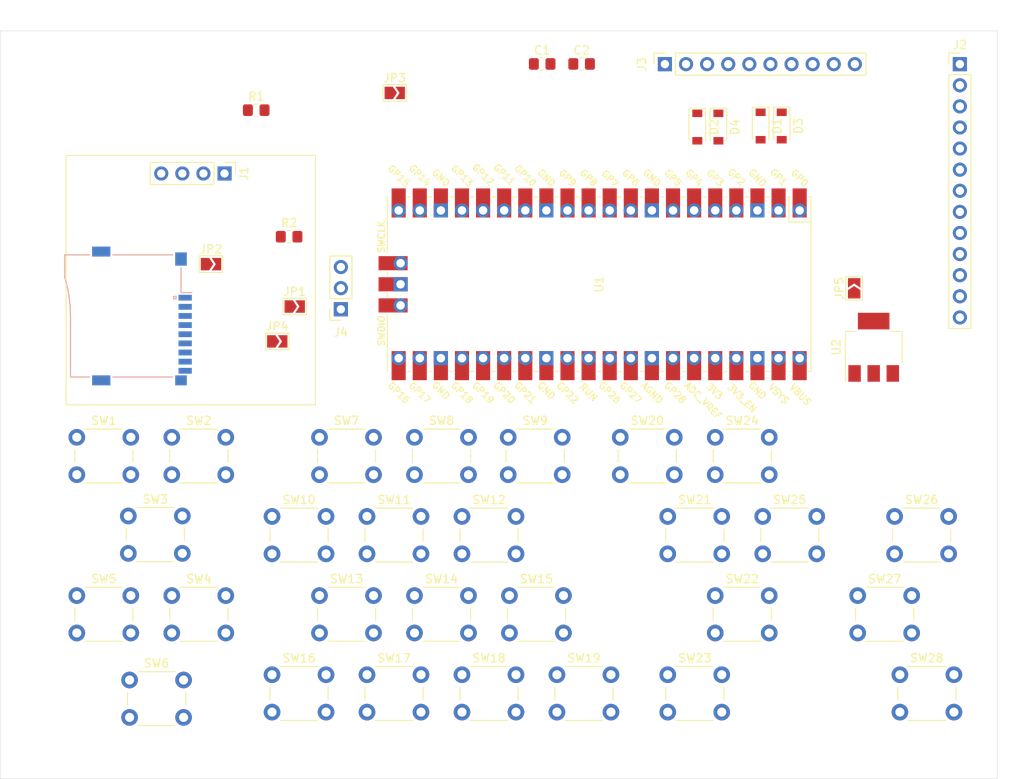
<source format=kicad_pcb>
(kicad_pcb (version 20171130) (host pcbnew 5.1.5+dfsg1-2build2)

  (general
    (thickness 1.6)
    (drawings 9)
    (tracks 0)
    (zones 0)
    (modules 48)
    (nets 43)
  )

  (page A4)
  (layers
    (0 F.Cu signal)
    (31 B.Cu signal)
    (32 B.Adhes user)
    (33 F.Adhes user)
    (34 B.Paste user)
    (35 F.Paste user)
    (36 B.SilkS user)
    (37 F.SilkS user)
    (38 B.Mask user)
    (39 F.Mask user)
    (40 Dwgs.User user)
    (41 Cmts.User user)
    (42 Eco1.User user)
    (43 Eco2.User user)
    (44 Edge.Cuts user)
    (45 Margin user)
    (46 B.CrtYd user)
    (47 F.CrtYd user)
    (48 B.Fab user)
    (49 F.Fab user)
  )

  (setup
    (last_trace_width 0.25)
    (trace_clearance 0.2)
    (zone_clearance 0.508)
    (zone_45_only no)
    (trace_min 0.2)
    (via_size 0.8)
    (via_drill 0.4)
    (via_min_size 0.4)
    (via_min_drill 0.3)
    (uvia_size 0.3)
    (uvia_drill 0.1)
    (uvias_allowed no)
    (uvia_min_size 0.2)
    (uvia_min_drill 0.1)
    (edge_width 0.05)
    (segment_width 0.2)
    (pcb_text_width 0.3)
    (pcb_text_size 1.5 1.5)
    (mod_edge_width 0.12)
    (mod_text_size 1 1)
    (mod_text_width 0.15)
    (pad_size 1.524 1.524)
    (pad_drill 0.762)
    (pad_to_mask_clearance 0.051)
    (solder_mask_min_width 0.25)
    (aux_axis_origin 0 0)
    (visible_elements FFFFFF7F)
    (pcbplotparams
      (layerselection 0x010fc_ffffffff)
      (usegerberextensions false)
      (usegerberattributes false)
      (usegerberadvancedattributes false)
      (creategerberjobfile false)
      (excludeedgelayer true)
      (linewidth 0.100000)
      (plotframeref false)
      (viasonmask false)
      (mode 1)
      (useauxorigin false)
      (hpglpennumber 1)
      (hpglpenspeed 20)
      (hpglpendiameter 15.000000)
      (psnegative false)
      (psa4output false)
      (plotreference true)
      (plotvalue true)
      (plotinvisibletext false)
      (padsonsilk false)
      (subtractmaskfromsilk false)
      (outputformat 1)
      (mirror false)
      (drillshape 0)
      (scaleselection 1)
      (outputdirectory "fab1/"))
  )

  (net 0 "")
  (net 1 "Net-(D1-Pad2)")
  (net 2 KBD_DRV_1)
  (net 3 "Net-(D2-Pad2)")
  (net 4 KBD_DRV_3)
  (net 5 "Net-(D3-Pad2)")
  (net 6 KBD_DRV_0)
  (net 7 "Net-(D4-Pad2)")
  (net 8 KBD_DRV_2)
  (net 9 "Net-(J1-Pad4)")
  (net 10 "Net-(J1-Pad3)")
  (net 11 I2C_SCLK)
  (net 12 I2C_SDA)
  (net 13 +3V3)
  (net 14 GND)
  (net 15 KBD_SENSE_0)
  (net 16 KBD_SENSE_1)
  (net 17 KBD_SENSE_2)
  (net 18 KBD_SENSE_3)
  (net 19 KBD_SENSE_4)
  (net 20 KBD_SENSE_5)
  (net 21 KBD_SENSE_6)
  (net 22 MISO_D0)
  (net 23 SD_CLK)
  (net 24 MOSI_DI)
  (net 25 SD_DAT1)
  (net 26 SD_DAT2)
  (net 27 SD_SS)
  (net 28 "Net-(U1-Pad30)")
  (net 29 "Net-(U1-Pad35)")
  (net 30 "Net-(U1-Pad37)")
  (net 31 "Net-(U1-Pad39)")
  (net 32 "Net-(C2-Pad1)")
  (net 33 "Net-(J4-Pad1)")
  (net 34 "Net-(J4-Pad2)")
  (net 35 "Net-(J4-Pad3)")
  (net 36 GPIO26)
  (net 37 GPIO27)
  (net 38 GPIO28)
  (net 39 VBUS)
  (net 40 GPIO13)
  (net 41 GPIO12)
  (net 42 GPIO11)

  (net_class Default "This is the default net class."
    (clearance 0.2)
    (trace_width 0.25)
    (via_dia 0.8)
    (via_drill 0.4)
    (uvia_dia 0.3)
    (uvia_drill 0.1)
    (add_net +3V3)
    (add_net GND)
    (add_net GPIO11)
    (add_net GPIO12)
    (add_net GPIO13)
    (add_net GPIO26)
    (add_net GPIO27)
    (add_net GPIO28)
    (add_net I2C_SCLK)
    (add_net I2C_SDA)
    (add_net KBD_DRV_0)
    (add_net KBD_DRV_1)
    (add_net KBD_DRV_2)
    (add_net KBD_DRV_3)
    (add_net KBD_SENSE_0)
    (add_net KBD_SENSE_1)
    (add_net KBD_SENSE_2)
    (add_net KBD_SENSE_3)
    (add_net KBD_SENSE_4)
    (add_net KBD_SENSE_5)
    (add_net KBD_SENSE_6)
    (add_net MISO_D0)
    (add_net MOSI_DI)
    (add_net "Net-(C2-Pad1)")
    (add_net "Net-(D1-Pad2)")
    (add_net "Net-(D2-Pad2)")
    (add_net "Net-(D3-Pad2)")
    (add_net "Net-(D4-Pad2)")
    (add_net "Net-(J1-Pad3)")
    (add_net "Net-(J1-Pad4)")
    (add_net "Net-(J3-Pad3)")
    (add_net "Net-(J3-Pad4)")
    (add_net "Net-(J3-Pad5)")
    (add_net "Net-(J4-Pad1)")
    (add_net "Net-(J4-Pad2)")
    (add_net "Net-(J4-Pad3)")
    (add_net "Net-(U1-Pad30)")
    (add_net "Net-(U1-Pad35)")
    (add_net "Net-(U1-Pad37)")
    (add_net "Net-(U1-Pad39)")
    (add_net "Net-(XS1-Pad9)")
    (add_net SD_CLK)
    (add_net SD_DAT1)
    (add_net SD_DAT2)
    (add_net SD_SS)
    (add_net VBUS)
  )

  (module Connector_PinSocket_2.54mm:PinSocket_1x03_P2.54mm_Vertical (layer F.Cu) (tedit 5A19A429) (tstamp 65897E85)
    (at 141 153.5 180)
    (descr "Through hole straight socket strip, 1x03, 2.54mm pitch, single row (from Kicad 4.0.7), script generated")
    (tags "Through hole socket strip THT 1x03 2.54mm single row")
    (path /65A1FC20)
    (fp_text reference J4 (at 0 -2.77) (layer F.SilkS)
      (effects (font (size 1 1) (thickness 0.15)))
    )
    (fp_text value Conn_01x03_Female (at 0 7.85) (layer F.Fab)
      (effects (font (size 1 1) (thickness 0.15)))
    )
    (fp_text user %R (at 0 2.54 90) (layer F.Fab)
      (effects (font (size 1 1) (thickness 0.15)))
    )
    (fp_line (start -1.8 6.85) (end -1.8 -1.8) (layer F.CrtYd) (width 0.05))
    (fp_line (start 1.75 6.85) (end -1.8 6.85) (layer F.CrtYd) (width 0.05))
    (fp_line (start 1.75 -1.8) (end 1.75 6.85) (layer F.CrtYd) (width 0.05))
    (fp_line (start -1.8 -1.8) (end 1.75 -1.8) (layer F.CrtYd) (width 0.05))
    (fp_line (start 0 -1.33) (end 1.33 -1.33) (layer F.SilkS) (width 0.12))
    (fp_line (start 1.33 -1.33) (end 1.33 0) (layer F.SilkS) (width 0.12))
    (fp_line (start 1.33 1.27) (end 1.33 6.41) (layer F.SilkS) (width 0.12))
    (fp_line (start -1.33 6.41) (end 1.33 6.41) (layer F.SilkS) (width 0.12))
    (fp_line (start -1.33 1.27) (end -1.33 6.41) (layer F.SilkS) (width 0.12))
    (fp_line (start -1.33 1.27) (end 1.33 1.27) (layer F.SilkS) (width 0.12))
    (fp_line (start -1.27 6.35) (end -1.27 -1.27) (layer F.Fab) (width 0.1))
    (fp_line (start 1.27 6.35) (end -1.27 6.35) (layer F.Fab) (width 0.1))
    (fp_line (start 1.27 -0.635) (end 1.27 6.35) (layer F.Fab) (width 0.1))
    (fp_line (start 0.635 -1.27) (end 1.27 -0.635) (layer F.Fab) (width 0.1))
    (fp_line (start -1.27 -1.27) (end 0.635 -1.27) (layer F.Fab) (width 0.1))
    (pad 3 thru_hole oval (at 0 5.08 180) (size 1.7 1.7) (drill 1) (layers *.Cu *.Mask)
      (net 35 "Net-(J4-Pad3)"))
    (pad 2 thru_hole oval (at 0 2.54 180) (size 1.7 1.7) (drill 1) (layers *.Cu *.Mask)
      (net 34 "Net-(J4-Pad2)"))
    (pad 1 thru_hole rect (at 0 0 180) (size 1.7 1.7) (drill 1) (layers *.Cu *.Mask)
      (net 33 "Net-(J4-Pad1)"))
    (model ${KISYS3DMOD}/Connector_PinSocket_2.54mm.3dshapes/PinSocket_1x03_P2.54mm_Vertical.wrl
      (at (xyz 0 0 0))
      (scale (xyz 1 1 1))
      (rotate (xyz 0 0 0))
    )
  )

  (module Connector_PinSocket_2.54mm:PinSocket_1x10_P2.54mm_Vertical (layer F.Cu) (tedit 5A19A425) (tstamp 65897E6E)
    (at 180 124 90)
    (descr "Through hole straight socket strip, 1x10, 2.54mm pitch, single row (from Kicad 4.0.7), script generated")
    (tags "Through hole socket strip THT 1x10 2.54mm single row")
    (path /65A9CDFE)
    (fp_text reference J3 (at 0 -2.77 90) (layer F.SilkS)
      (effects (font (size 1 1) (thickness 0.15)))
    )
    (fp_text value Conn_01x10_Female (at 0 25.63 90) (layer F.Fab)
      (effects (font (size 1 1) (thickness 0.15)))
    )
    (fp_text user %R (at 0 11.43) (layer F.Fab)
      (effects (font (size 1 1) (thickness 0.15)))
    )
    (fp_line (start -1.8 24.6) (end -1.8 -1.8) (layer F.CrtYd) (width 0.05))
    (fp_line (start 1.75 24.6) (end -1.8 24.6) (layer F.CrtYd) (width 0.05))
    (fp_line (start 1.75 -1.8) (end 1.75 24.6) (layer F.CrtYd) (width 0.05))
    (fp_line (start -1.8 -1.8) (end 1.75 -1.8) (layer F.CrtYd) (width 0.05))
    (fp_line (start 0 -1.33) (end 1.33 -1.33) (layer F.SilkS) (width 0.12))
    (fp_line (start 1.33 -1.33) (end 1.33 0) (layer F.SilkS) (width 0.12))
    (fp_line (start 1.33 1.27) (end 1.33 24.19) (layer F.SilkS) (width 0.12))
    (fp_line (start -1.33 24.19) (end 1.33 24.19) (layer F.SilkS) (width 0.12))
    (fp_line (start -1.33 1.27) (end -1.33 24.19) (layer F.SilkS) (width 0.12))
    (fp_line (start -1.33 1.27) (end 1.33 1.27) (layer F.SilkS) (width 0.12))
    (fp_line (start -1.27 24.13) (end -1.27 -1.27) (layer F.Fab) (width 0.1))
    (fp_line (start 1.27 24.13) (end -1.27 24.13) (layer F.Fab) (width 0.1))
    (fp_line (start 1.27 -0.635) (end 1.27 24.13) (layer F.Fab) (width 0.1))
    (fp_line (start 0.635 -1.27) (end 1.27 -0.635) (layer F.Fab) (width 0.1))
    (fp_line (start -1.27 -1.27) (end 0.635 -1.27) (layer F.Fab) (width 0.1))
    (pad 10 thru_hole oval (at 0 22.86 90) (size 1.7 1.7) (drill 1) (layers *.Cu *.Mask)
      (net 14 GND))
    (pad 9 thru_hole oval (at 0 20.32 90) (size 1.7 1.7) (drill 1) (layers *.Cu *.Mask)
      (net 13 +3V3))
    (pad 8 thru_hole oval (at 0 17.78 90) (size 1.7 1.7) (drill 1) (layers *.Cu *.Mask)
      (net 38 GPIO28))
    (pad 7 thru_hole oval (at 0 15.24 90) (size 1.7 1.7) (drill 1) (layers *.Cu *.Mask)
      (net 37 GPIO27))
    (pad 6 thru_hole oval (at 0 12.7 90) (size 1.7 1.7) (drill 1) (layers *.Cu *.Mask)
      (net 36 GPIO26))
    (pad 5 thru_hole oval (at 0 10.16 90) (size 1.7 1.7) (drill 1) (layers *.Cu *.Mask))
    (pad 4 thru_hole oval (at 0 7.62 90) (size 1.7 1.7) (drill 1) (layers *.Cu *.Mask))
    (pad 3 thru_hole oval (at 0 5.08 90) (size 1.7 1.7) (drill 1) (layers *.Cu *.Mask))
    (pad 2 thru_hole oval (at 0 2.54 90) (size 1.7 1.7) (drill 1) (layers *.Cu *.Mask)
      (net 11 I2C_SCLK))
    (pad 1 thru_hole rect (at 0 0 90) (size 1.7 1.7) (drill 1) (layers *.Cu *.Mask)
      (net 12 I2C_SDA))
    (model ${KISYS3DMOD}/Connector_PinSocket_2.54mm.3dshapes/PinSocket_1x10_P2.54mm_Vertical.wrl
      (at (xyz 0 0 0))
      (scale (xyz 1 1 1))
      (rotate (xyz 0 0 0))
    )
  )

  (module Connector_PinHeader_2.54mm:PinHeader_1x13_P2.54mm_Vertical (layer F.Cu) (tedit 59FED5CC) (tstamp 65897E50)
    (at 215.5 124)
    (descr "Through hole straight pin header, 1x13, 2.54mm pitch, single row")
    (tags "Through hole pin header THT 1x13 2.54mm single row")
    (path /659D721D)
    (fp_text reference J2 (at 0 -2.33) (layer F.SilkS)
      (effects (font (size 1 1) (thickness 0.15)))
    )
    (fp_text value Conn_01x13_Female (at 0 32.81) (layer F.Fab)
      (effects (font (size 1 1) (thickness 0.15)))
    )
    (fp_text user %R (at 0 15.24 90) (layer F.Fab)
      (effects (font (size 1 1) (thickness 0.15)))
    )
    (fp_line (start 1.8 -1.8) (end -1.8 -1.8) (layer F.CrtYd) (width 0.05))
    (fp_line (start 1.8 32.25) (end 1.8 -1.8) (layer F.CrtYd) (width 0.05))
    (fp_line (start -1.8 32.25) (end 1.8 32.25) (layer F.CrtYd) (width 0.05))
    (fp_line (start -1.8 -1.8) (end -1.8 32.25) (layer F.CrtYd) (width 0.05))
    (fp_line (start -1.33 -1.33) (end 0 -1.33) (layer F.SilkS) (width 0.12))
    (fp_line (start -1.33 0) (end -1.33 -1.33) (layer F.SilkS) (width 0.12))
    (fp_line (start -1.33 1.27) (end 1.33 1.27) (layer F.SilkS) (width 0.12))
    (fp_line (start 1.33 1.27) (end 1.33 31.81) (layer F.SilkS) (width 0.12))
    (fp_line (start -1.33 1.27) (end -1.33 31.81) (layer F.SilkS) (width 0.12))
    (fp_line (start -1.33 31.81) (end 1.33 31.81) (layer F.SilkS) (width 0.12))
    (fp_line (start -1.27 -0.635) (end -0.635 -1.27) (layer F.Fab) (width 0.1))
    (fp_line (start -1.27 31.75) (end -1.27 -0.635) (layer F.Fab) (width 0.1))
    (fp_line (start 1.27 31.75) (end -1.27 31.75) (layer F.Fab) (width 0.1))
    (fp_line (start 1.27 -1.27) (end 1.27 31.75) (layer F.Fab) (width 0.1))
    (fp_line (start -0.635 -1.27) (end 1.27 -1.27) (layer F.Fab) (width 0.1))
    (pad 13 thru_hole oval (at 0 30.48) (size 1.7 1.7) (drill 1) (layers *.Cu *.Mask)
      (net 14 GND))
    (pad 12 thru_hole oval (at 0 27.94) (size 1.7 1.7) (drill 1) (layers *.Cu *.Mask)
      (net 13 +3V3))
    (pad 11 thru_hole oval (at 0 25.4) (size 1.7 1.7) (drill 1) (layers *.Cu *.Mask)
      (net 21 KBD_SENSE_6))
    (pad 10 thru_hole oval (at 0 22.86) (size 1.7 1.7) (drill 1) (layers *.Cu *.Mask)
      (net 20 KBD_SENSE_5))
    (pad 9 thru_hole oval (at 0 20.32) (size 1.7 1.7) (drill 1) (layers *.Cu *.Mask)
      (net 19 KBD_SENSE_4))
    (pad 8 thru_hole oval (at 0 17.78) (size 1.7 1.7) (drill 1) (layers *.Cu *.Mask)
      (net 18 KBD_SENSE_3))
    (pad 7 thru_hole oval (at 0 15.24) (size 1.7 1.7) (drill 1) (layers *.Cu *.Mask)
      (net 17 KBD_SENSE_2))
    (pad 6 thru_hole oval (at 0 12.7) (size 1.7 1.7) (drill 1) (layers *.Cu *.Mask)
      (net 16 KBD_SENSE_1))
    (pad 5 thru_hole oval (at 0 10.16) (size 1.7 1.7) (drill 1) (layers *.Cu *.Mask)
      (net 15 KBD_SENSE_0))
    (pad 4 thru_hole oval (at 0 7.62) (size 1.7 1.7) (drill 1) (layers *.Cu *.Mask)
      (net 4 KBD_DRV_3))
    (pad 3 thru_hole oval (at 0 5.08) (size 1.7 1.7) (drill 1) (layers *.Cu *.Mask)
      (net 8 KBD_DRV_2))
    (pad 2 thru_hole oval (at 0 2.54) (size 1.7 1.7) (drill 1) (layers *.Cu *.Mask)
      (net 2 KBD_DRV_1))
    (pad 1 thru_hole rect (at 0 0) (size 1.7 1.7) (drill 1) (layers *.Cu *.Mask)
      (net 6 KBD_DRV_0))
    (model ${KISYS3DMOD}/Connector_PinHeader_2.54mm.3dshapes/PinHeader_1x13_P2.54mm_Vertical.wrl
      (at (xyz 0 0 0))
      (scale (xyz 1 1 1))
      (rotate (xyz 0 0 0))
    )
  )

  (module Resistor_SMD:R_0805_2012Metric_Pad1.20x1.40mm_HandSolder (layer F.Cu) (tedit 5F68FEEE) (tstamp 65897D41)
    (at 169.975001 123.975001)
    (descr "Resistor SMD 0805 (2012 Metric), square (rectangular) end terminal, IPC_7351 nominal with elongated pad for handsoldering. (Body size source: IPC-SM-782 page 72, https://www.pcb-3d.com/wordpress/wp-content/uploads/ipc-sm-782a_amendment_1_and_2.pdf), generated with kicad-footprint-generator")
    (tags "resistor handsolder")
    (path /65A79AD6)
    (attr smd)
    (fp_text reference C2 (at 0 -1.65) (layer F.SilkS)
      (effects (font (size 1 1) (thickness 0.15)))
    )
    (fp_text value C_Small (at 0 1.65) (layer F.Fab)
      (effects (font (size 1 1) (thickness 0.15)))
    )
    (fp_text user %R (at 0 0) (layer F.Fab)
      (effects (font (size 0.5 0.5) (thickness 0.08)))
    )
    (fp_line (start 1.85 0.95) (end -1.85 0.95) (layer F.CrtYd) (width 0.05))
    (fp_line (start 1.85 -0.95) (end 1.85 0.95) (layer F.CrtYd) (width 0.05))
    (fp_line (start -1.85 -0.95) (end 1.85 -0.95) (layer F.CrtYd) (width 0.05))
    (fp_line (start -1.85 0.95) (end -1.85 -0.95) (layer F.CrtYd) (width 0.05))
    (fp_line (start -0.227064 0.735) (end 0.227064 0.735) (layer F.SilkS) (width 0.12))
    (fp_line (start -0.227064 -0.735) (end 0.227064 -0.735) (layer F.SilkS) (width 0.12))
    (fp_line (start 1 0.625) (end -1 0.625) (layer F.Fab) (width 0.1))
    (fp_line (start 1 -0.625) (end 1 0.625) (layer F.Fab) (width 0.1))
    (fp_line (start -1 -0.625) (end 1 -0.625) (layer F.Fab) (width 0.1))
    (fp_line (start -1 0.625) (end -1 -0.625) (layer F.Fab) (width 0.1))
    (pad 2 smd roundrect (at 1 0) (size 1.2 1.4) (layers F.Cu F.Paste F.Mask) (roundrect_rratio 0.208333)
      (net 14 GND))
    (pad 1 smd roundrect (at -1 0) (size 1.2 1.4) (layers F.Cu F.Paste F.Mask) (roundrect_rratio 0.208333)
      (net 32 "Net-(C2-Pad1)"))
    (model ${KISYS3DMOD}/Resistor_SMD.3dshapes/R_0805_2012Metric.wrl
      (at (xyz 0 0 0))
      (scale (xyz 1 1 1))
      (rotate (xyz 0 0 0))
    )
  )

  (module Resistor_SMD:R_0805_2012Metric_Pad1.20x1.40mm_HandSolder (layer F.Cu) (tedit 5F68FEEE) (tstamp 65897D30)
    (at 165.225001 123.975001)
    (descr "Resistor SMD 0805 (2012 Metric), square (rectangular) end terminal, IPC_7351 nominal with elongated pad for handsoldering. (Body size source: IPC-SM-782 page 72, https://www.pcb-3d.com/wordpress/wp-content/uploads/ipc-sm-782a_amendment_1_and_2.pdf), generated with kicad-footprint-generator")
    (tags "resistor handsolder")
    (path /65A7A14A)
    (attr smd)
    (fp_text reference C1 (at 0 -1.65) (layer F.SilkS)
      (effects (font (size 1 1) (thickness 0.15)))
    )
    (fp_text value C_Small (at 0 1.65) (layer F.Fab)
      (effects (font (size 1 1) (thickness 0.15)))
    )
    (fp_text user %R (at 0 0) (layer F.Fab)
      (effects (font (size 0.5 0.5) (thickness 0.08)))
    )
    (fp_line (start 1.85 0.95) (end -1.85 0.95) (layer F.CrtYd) (width 0.05))
    (fp_line (start 1.85 -0.95) (end 1.85 0.95) (layer F.CrtYd) (width 0.05))
    (fp_line (start -1.85 -0.95) (end 1.85 -0.95) (layer F.CrtYd) (width 0.05))
    (fp_line (start -1.85 0.95) (end -1.85 -0.95) (layer F.CrtYd) (width 0.05))
    (fp_line (start -0.227064 0.735) (end 0.227064 0.735) (layer F.SilkS) (width 0.12))
    (fp_line (start -0.227064 -0.735) (end 0.227064 -0.735) (layer F.SilkS) (width 0.12))
    (fp_line (start 1 0.625) (end -1 0.625) (layer F.Fab) (width 0.1))
    (fp_line (start 1 -0.625) (end 1 0.625) (layer F.Fab) (width 0.1))
    (fp_line (start -1 -0.625) (end 1 -0.625) (layer F.Fab) (width 0.1))
    (fp_line (start -1 0.625) (end -1 -0.625) (layer F.Fab) (width 0.1))
    (pad 2 smd roundrect (at 1 0) (size 1.2 1.4) (layers F.Cu F.Paste F.Mask) (roundrect_rratio 0.208333)
      (net 14 GND))
    (pad 1 smd roundrect (at -1 0) (size 1.2 1.4) (layers F.Cu F.Paste F.Mask) (roundrect_rratio 0.208333)
      (net 39 VBUS))
    (model ${KISYS3DMOD}/Resistor_SMD.3dshapes/R_0805_2012Metric.wrl
      (at (xyz 0 0 0))
      (scale (xyz 1 1 1))
      (rotate (xyz 0 0 0))
    )
  )

  (module Package_TO_SOT_SMD:SOT-223-3_TabPin2 (layer F.Cu) (tedit 5A02FF57) (tstamp 65893CF6)
    (at 205.125001 158.074999 90)
    (descr "module CMS SOT223 4 pins")
    (tags "CMS SOT")
    (path /65A3160D)
    (attr smd)
    (fp_text reference U2 (at 0 -4.5 90) (layer F.SilkS)
      (effects (font (size 1 1) (thickness 0.15)))
    )
    (fp_text value AP1117-33 (at 0 4.5 90) (layer F.Fab)
      (effects (font (size 1 1) (thickness 0.15)))
    )
    (fp_line (start 1.85 -3.35) (end 1.85 3.35) (layer F.Fab) (width 0.1))
    (fp_line (start -1.85 3.35) (end 1.85 3.35) (layer F.Fab) (width 0.1))
    (fp_line (start -4.1 -3.41) (end 1.91 -3.41) (layer F.SilkS) (width 0.12))
    (fp_line (start -0.85 -3.35) (end 1.85 -3.35) (layer F.Fab) (width 0.1))
    (fp_line (start -1.85 3.41) (end 1.91 3.41) (layer F.SilkS) (width 0.12))
    (fp_line (start -1.85 -2.35) (end -1.85 3.35) (layer F.Fab) (width 0.1))
    (fp_line (start -1.85 -2.35) (end -0.85 -3.35) (layer F.Fab) (width 0.1))
    (fp_line (start -4.4 -3.6) (end -4.4 3.6) (layer F.CrtYd) (width 0.05))
    (fp_line (start -4.4 3.6) (end 4.4 3.6) (layer F.CrtYd) (width 0.05))
    (fp_line (start 4.4 3.6) (end 4.4 -3.6) (layer F.CrtYd) (width 0.05))
    (fp_line (start 4.4 -3.6) (end -4.4 -3.6) (layer F.CrtYd) (width 0.05))
    (fp_line (start 1.91 -3.41) (end 1.91 -2.15) (layer F.SilkS) (width 0.12))
    (fp_line (start 1.91 3.41) (end 1.91 2.15) (layer F.SilkS) (width 0.12))
    (fp_text user %R (at 0 0) (layer F.Fab)
      (effects (font (size 0.8 0.8) (thickness 0.12)))
    )
    (pad 1 smd rect (at -3.15 -2.3 90) (size 2 1.5) (layers F.Cu F.Paste F.Mask)
      (net 14 GND))
    (pad 3 smd rect (at -3.15 2.3 90) (size 2 1.5) (layers F.Cu F.Paste F.Mask)
      (net 39 VBUS))
    (pad 2 smd rect (at -3.15 0 90) (size 2 1.5) (layers F.Cu F.Paste F.Mask)
      (net 32 "Net-(C2-Pad1)"))
    (pad 2 smd rect (at 3.15 0 90) (size 2 3.8) (layers F.Cu F.Paste F.Mask)
      (net 32 "Net-(C2-Pad1)"))
    (model ${KISYS3DMOD}/Package_TO_SOT_SMD.3dshapes/SOT-223.wrl
      (at (xyz 0 0 0))
      (scale (xyz 1 1 1))
      (rotate (xyz 0 0 0))
    )
  )

  (module Jumper:SolderJumper-2_P1.3mm_Open_TrianglePad1.0x1.5mm (layer F.Cu) (tedit 5A64794F) (tstamp 65893486)
    (at 202.775001 150.974999 90)
    (descr "SMD Solder Jumper, 1x1.5mm Triangular Pads, 0.3mm gap, open")
    (tags "solder jumper open")
    (path /65A59DE7)
    (attr virtual)
    (fp_text reference JP5 (at 0 -1.8 90) (layer F.SilkS)
      (effects (font (size 1 1) (thickness 0.15)))
    )
    (fp_text value Jumper_NO_Small (at 0 1.9 90) (layer F.Fab)
      (effects (font (size 1 1) (thickness 0.15)))
    )
    (fp_line (start 1.65 1.25) (end -1.65 1.25) (layer F.CrtYd) (width 0.05))
    (fp_line (start 1.65 1.25) (end 1.65 -1.25) (layer F.CrtYd) (width 0.05))
    (fp_line (start -1.65 -1.25) (end -1.65 1.25) (layer F.CrtYd) (width 0.05))
    (fp_line (start -1.65 -1.25) (end 1.65 -1.25) (layer F.CrtYd) (width 0.05))
    (fp_line (start -1.4 -1) (end 1.4 -1) (layer F.SilkS) (width 0.12))
    (fp_line (start 1.4 -1) (end 1.4 1) (layer F.SilkS) (width 0.12))
    (fp_line (start 1.4 1) (end -1.4 1) (layer F.SilkS) (width 0.12))
    (fp_line (start -1.4 1) (end -1.4 -1) (layer F.SilkS) (width 0.12))
    (pad 1 smd custom (at -0.725 0 90) (size 0.3 0.3) (layers F.Cu F.Mask)
      (net 32 "Net-(C2-Pad1)") (zone_connect 2)
      (options (clearance outline) (anchor rect))
      (primitives
        (gr_poly (pts
           (xy -0.5 -0.75) (xy 0.5 -0.75) (xy 1 0) (xy 0.5 0.75) (xy -0.5 0.75)
) (width 0))
      ))
    (pad 2 smd custom (at 0.725 0 90) (size 0.3 0.3) (layers F.Cu F.Mask)
      (net 13 +3V3) (zone_connect 2)
      (options (clearance outline) (anchor rect))
      (primitives
        (gr_poly (pts
           (xy -0.65 -0.75) (xy 0.5 -0.75) (xy 0.5 0.75) (xy -0.65 0.75) (xy -0.15 0)
) (width 0))
      ))
  )

  (module Resistor_SMD:R_0805_2012Metric_Pad1.20x1.40mm_HandSolder (layer F.Cu) (tedit 5F68FEEE) (tstamp 6587B874)
    (at 134.77 144.77)
    (descr "Resistor SMD 0805 (2012 Metric), square (rectangular) end terminal, IPC_7351 nominal with elongated pad for handsoldering. (Body size source: IPC-SM-782 page 72, https://www.pcb-3d.com/wordpress/wp-content/uploads/ipc-sm-782a_amendment_1_and_2.pdf), generated with kicad-footprint-generator")
    (tags "resistor handsolder")
    (path /65946D6E)
    (attr smd)
    (fp_text reference R2 (at 0 -1.65) (layer F.SilkS)
      (effects (font (size 1 1) (thickness 0.15)))
    )
    (fp_text value 4k7 (at 0 1.65) (layer F.Fab)
      (effects (font (size 1 1) (thickness 0.15)))
    )
    (fp_text user %R (at 0 0) (layer F.Fab)
      (effects (font (size 0.5 0.5) (thickness 0.08)))
    )
    (fp_line (start 1.85 0.95) (end -1.85 0.95) (layer F.CrtYd) (width 0.05))
    (fp_line (start 1.85 -0.95) (end 1.85 0.95) (layer F.CrtYd) (width 0.05))
    (fp_line (start -1.85 -0.95) (end 1.85 -0.95) (layer F.CrtYd) (width 0.05))
    (fp_line (start -1.85 0.95) (end -1.85 -0.95) (layer F.CrtYd) (width 0.05))
    (fp_line (start -0.227064 0.735) (end 0.227064 0.735) (layer F.SilkS) (width 0.12))
    (fp_line (start -0.227064 -0.735) (end 0.227064 -0.735) (layer F.SilkS) (width 0.12))
    (fp_line (start 1 0.625) (end -1 0.625) (layer F.Fab) (width 0.1))
    (fp_line (start 1 -0.625) (end 1 0.625) (layer F.Fab) (width 0.1))
    (fp_line (start -1 -0.625) (end 1 -0.625) (layer F.Fab) (width 0.1))
    (fp_line (start -1 0.625) (end -1 -0.625) (layer F.Fab) (width 0.1))
    (pad 2 smd roundrect (at 1 0) (size 1.2 1.4) (layers F.Cu F.Paste F.Mask) (roundrect_rratio 0.208333)
      (net 11 I2C_SCLK))
    (pad 1 smd roundrect (at -1 0) (size 1.2 1.4) (layers F.Cu F.Paste F.Mask) (roundrect_rratio 0.208333)
      (net 13 +3V3))
    (model ${KISYS3DMOD}/Resistor_SMD.3dshapes/R_0805_2012Metric.wrl
      (at (xyz 0 0 0))
      (scale (xyz 1 1 1))
      (rotate (xyz 0 0 0))
    )
  )

  (module Resistor_SMD:R_0805_2012Metric_Pad1.20x1.40mm_HandSolder (layer F.Cu) (tedit 5F68FEEE) (tstamp 6587B863)
    (at 130.81 129.54)
    (descr "Resistor SMD 0805 (2012 Metric), square (rectangular) end terminal, IPC_7351 nominal with elongated pad for handsoldering. (Body size source: IPC-SM-782 page 72, https://www.pcb-3d.com/wordpress/wp-content/uploads/ipc-sm-782a_amendment_1_and_2.pdf), generated with kicad-footprint-generator")
    (tags "resistor handsolder")
    (path /65946D68)
    (attr smd)
    (fp_text reference R1 (at 0 -1.65) (layer F.SilkS)
      (effects (font (size 1 1) (thickness 0.15)))
    )
    (fp_text value 4k7 (at 0 1.65) (layer F.Fab)
      (effects (font (size 1 1) (thickness 0.15)))
    )
    (fp_text user %R (at 0 0) (layer F.Fab)
      (effects (font (size 0.5 0.5) (thickness 0.08)))
    )
    (fp_line (start 1.85 0.95) (end -1.85 0.95) (layer F.CrtYd) (width 0.05))
    (fp_line (start 1.85 -0.95) (end 1.85 0.95) (layer F.CrtYd) (width 0.05))
    (fp_line (start -1.85 -0.95) (end 1.85 -0.95) (layer F.CrtYd) (width 0.05))
    (fp_line (start -1.85 0.95) (end -1.85 -0.95) (layer F.CrtYd) (width 0.05))
    (fp_line (start -0.227064 0.735) (end 0.227064 0.735) (layer F.SilkS) (width 0.12))
    (fp_line (start -0.227064 -0.735) (end 0.227064 -0.735) (layer F.SilkS) (width 0.12))
    (fp_line (start 1 0.625) (end -1 0.625) (layer F.Fab) (width 0.1))
    (fp_line (start 1 -0.625) (end 1 0.625) (layer F.Fab) (width 0.1))
    (fp_line (start -1 -0.625) (end 1 -0.625) (layer F.Fab) (width 0.1))
    (fp_line (start -1 0.625) (end -1 -0.625) (layer F.Fab) (width 0.1))
    (pad 2 smd roundrect (at 1 0) (size 1.2 1.4) (layers F.Cu F.Paste F.Mask) (roundrect_rratio 0.208333)
      (net 12 I2C_SDA))
    (pad 1 smd roundrect (at -1 0) (size 1.2 1.4) (layers F.Cu F.Paste F.Mask) (roundrect_rratio 0.208333)
      (net 13 +3V3))
    (model ${KISYS3DMOD}/Resistor_SMD.3dshapes/R_0805_2012Metric.wrl
      (at (xyz 0 0 0))
      (scale (xyz 1 1 1))
      (rotate (xyz 0 0 0))
    )
  )

  (module ajm_kicad:Conn_uSDcard (layer B.Cu) (tedit 6038937F) (tstamp 658856EB)
    (at 111.76 154.305 90)
    (path /658A44DB)
    (fp_text reference XS1 (at 0 -1 90) (layer B.Fab)
      (effects (font (size 0.6 0.6) (thickness 0.1)) (justify mirror))
    )
    (fp_text value SD_ebay-uSD-push_push_SMD (at 0 0 90) (layer B.Fab)
      (effects (font (size 0.6 0.5) (thickness 0.1)) (justify mirror))
    )
    (fp_text user %R (at 2.1 9.35 90) (layer Eco1.User)
      (effects (font (size 0.3 0.3) (thickness 0.03)))
    )
    (fp_arc (start -5.85 -8.6) (end -6.55 -8.6) (angle 90) (layer B.Fab) (width 0.05))
    (fp_arc (start 3.95 -8.6) (end 4.65 -8.6) (angle -90) (layer B.Fab) (width 0.05))
    (fp_line (start -7.35 -3.3) (end 0 -3.3) (layer B.SilkS) (width 0.15))
    (fp_line (start 0 -3.3) (end 1.35 -3.35) (layer B.SilkS) (width 0.15))
    (fp_line (start 1.35 -3.35) (end 2.5 -3.5) (layer B.SilkS) (width 0.15))
    (fp_line (start 2.5 -3.5) (end 3.6 -3.7) (layer B.SilkS) (width 0.15))
    (fp_line (start 3.6 -3.7) (end 4.65 -4) (layer B.SilkS) (width 0.15))
    (fp_line (start 2.8 10) (end 2.8 11.3) (layer B.SilkS) (width 0.15))
    (fp_line (start -7.35 1.8) (end -7.35 9) (layer B.SilkS) (width 0.15))
    (fp_line (start -7.35 -1) (end -7.35 -3.3) (layer B.SilkS) (width 0.15))
    (fp_line (start 4.65 -4) (end 7.35 -4) (layer B.SilkS) (width 0.15))
    (fp_line (start 7.35 -4) (end 7.35 -1) (layer B.SilkS) (width 0.15))
    (fp_line (start 7.35 9) (end 7.35 1.8) (layer B.SilkS) (width 0.15))
    (fp_line (start 7.35 9.5) (end 6.85 10) (layer B.Fab) (width 0.05))
    (fp_line (start 2.35 9.4) (end 2.05 9.4) (layer B.SilkS) (width 0.15))
    (fp_line (start 2.05 9.4) (end 2.05 9.1) (layer B.SilkS) (width 0.15))
    (fp_line (start 2.05 9.1) (end 2.35 9.1) (layer B.SilkS) (width 0.15))
    (fp_line (start 2.35 9.1) (end 2.35 9.4) (layer B.SilkS) (width 0.15))
    (fp_line (start -7.75 -4.5) (end -7.75 -1) (layer B.CrtYd) (width 0.05))
    (fp_line (start -7.75 -1) (end -8.75 -1) (layer B.CrtYd) (width 0.05))
    (fp_line (start -8.75 -1) (end -8.75 1.75) (layer B.CrtYd) (width 0.05))
    (fp_line (start -8.75 1.75) (end -7.75 1.75) (layer B.CrtYd) (width 0.05))
    (fp_line (start -7.75 1.75) (end -7.75 9) (layer B.CrtYd) (width 0.05))
    (fp_line (start -7.75 9) (end -8.75 9) (layer B.CrtYd) (width 0.05))
    (fp_line (start -8.75 9) (end -8.75 11) (layer B.CrtYd) (width 0.05))
    (fp_line (start -8.75 11) (end -7.25 11) (layer B.CrtYd) (width 0.05))
    (fp_line (start -7.25 11) (end -7.25 11.5) (layer B.CrtYd) (width 0.05))
    (fp_line (start -7.25 11.5) (end 2.75 11.5) (layer B.CrtYd) (width 0.05))
    (fp_line (start 2.75 11.5) (end 2.75 10.25) (layer B.CrtYd) (width 0.05))
    (fp_line (start 2.75 10.25) (end 5.75 10.25) (layer B.CrtYd) (width 0.05))
    (fp_line (start 5.75 10.25) (end 5.75 11) (layer B.CrtYd) (width 0.05))
    (fp_line (start 5.75 11) (end 8 11) (layer B.CrtYd) (width 0.05))
    (fp_line (start 8 11) (end 8 9) (layer B.CrtYd) (width 0.05))
    (fp_line (start 8 9) (end 7.75 9) (layer B.CrtYd) (width 0.05))
    (fp_line (start 7.75 9) (end 7.75 1.75) (layer B.CrtYd) (width 0.05))
    (fp_line (start 7.75 1.75) (end 8.75 1.75) (layer B.CrtYd) (width 0.05))
    (fp_line (start 8.75 1.75) (end 8.75 -1) (layer B.CrtYd) (width 0.05))
    (fp_line (start 8.75 -1) (end 7.75 -1) (layer B.CrtYd) (width 0.05))
    (fp_line (start 7.75 -1) (end 7.75 -4.5) (layer B.CrtYd) (width 0.05))
    (fp_line (start -9 -4.5) (end -7 -4.5) (layer Cmts.User) (width 0.05))
    (fp_line (start -7 -4.5) (end -6 -3.5) (layer Cmts.User) (width 0.05))
    (fp_line (start -6 -3.5) (end 4 -3.5) (layer Cmts.User) (width 0.05))
    (fp_line (start 4 -3.5) (end 5 -4.5) (layer Cmts.User) (width 0.05))
    (fp_line (start 5 -4.5) (end 9 -4.5) (layer Cmts.User) (width 0.05))
    (fp_line (start 0 -3.3) (end 1.7 -3.4) (layer B.Fab) (width 0.05))
    (fp_line (start 1.7 -3.4) (end 3.5 -3.7) (layer B.Fab) (width 0.05))
    (fp_line (start 3.5 -3.7) (end 4.7 -4) (layer B.Fab) (width 0.05))
    (fp_line (start 2.8 10) (end 5.8 10) (layer B.SilkS) (width 0.15))
    (fp_line (start -6.55 -8.6) (end -6.55 -3.3) (layer B.Fab) (width 0.05))
    (fp_line (start -5.85 -9.3) (end 3.95 -9.3) (layer B.Fab) (width 0.05))
    (fp_line (start 4.65 -8.6) (end 4.65 -4) (layer B.Fab) (width 0.05))
    (fp_line (start 4.65 -4) (end 7.35 -4) (layer B.Fab) (width 0.05))
    (fp_line (start -7.35 -3.3) (end 0 -3.3) (layer B.Fab) (width 0.05))
    (fp_line (start -7.35 10) (end 7.35 10) (layer B.Fab) (width 0.05))
    (fp_line (start 7.35 10) (end 7.35 -4) (layer B.Fab) (width 0.05))
    (fp_line (start -7.35 10) (end -7.35 -3.3) (layer B.Fab) (width 0.05))
    (pad 6 smd rect (at 7.75 0.4 90) (size 1.2 2.2) (layers B.Cu B.Paste B.Mask)
      (net 14 GND))
    (pad 6 smd rect (at -7.75 0.4 90) (size 1.2 2.2) (layers B.Cu B.Paste B.Mask)
      (net 14 GND))
    (pad 6 smd rect (at 6.85 10 90) (size 1.6 1.4) (layers B.Cu B.Paste B.Mask)
      (net 14 GND))
    (pad 6 smd rect (at -7.75 10 90) (size 1.2 1.4) (layers B.Cu B.Paste B.Mask)
      (net 14 GND))
    (pad 9 smd rect (at -6.6 10.5 90) (size 0.7 1.6) (layers B.Cu B.Paste B.Mask))
    (pad 7 smd rect (at -4.4 10.5 90) (size 0.7 1.6) (layers B.Cu B.Paste B.Mask)
      (net 22 MISO_D0))
    (pad 8 smd rect (at -5.5 10.5 90) (size 0.7 1.6) (layers B.Cu B.Paste B.Mask)
      (net 25 SD_DAT1))
    (pad 6 smd rect (at -3.3 10.5 90) (size 0.7 1.6) (layers B.Cu B.Paste B.Mask)
      (net 14 GND))
    (pad 5 smd rect (at -2.2 10.5 90) (size 0.7 1.6) (layers B.Cu B.Paste B.Mask)
      (net 23 SD_CLK))
    (pad 4 smd rect (at -1.1 10.5 90) (size 0.7 1.6) (layers B.Cu B.Paste B.Mask)
      (net 13 +3V3))
    (pad 1 smd rect (at 2.2 10.5 90) (size 0.7 1.6) (layers B.Cu B.Paste B.Mask)
      (net 26 SD_DAT2))
    (pad 2 smd rect (at 1.1 10.5 90) (size 0.7 1.6) (layers B.Cu B.Paste B.Mask)
      (net 27 SD_SS))
    (pad 3 smd rect (at 0 10.5 90) (size 0.7 1.6) (layers B.Cu B.Paste B.Mask)
      (net 24 MOSI_DI))
  )

  (module Button_Switch_THT:SW_PUSH_6mm (layer F.Cu) (tedit 5A02FE31) (tstamp 6587BBA0)
    (at 208.28 197.485)
    (descr https://www.omron.com/ecb/products/pdf/en-b3f.pdf)
    (tags "tact sw push 6mm")
    (path /6589D0FF)
    (fp_text reference SW28 (at 3.25 -2) (layer F.SilkS)
      (effects (font (size 1 1) (thickness 0.15)))
    )
    (fp_text value reload (at 3.75 6.7) (layer F.Fab)
      (effects (font (size 1 1) (thickness 0.15)))
    )
    (fp_circle (center 3.25 2.25) (end 1.25 2.5) (layer F.Fab) (width 0.1))
    (fp_line (start 6.75 3) (end 6.75 1.5) (layer F.SilkS) (width 0.12))
    (fp_line (start 5.5 -1) (end 1 -1) (layer F.SilkS) (width 0.12))
    (fp_line (start -0.25 1.5) (end -0.25 3) (layer F.SilkS) (width 0.12))
    (fp_line (start 1 5.5) (end 5.5 5.5) (layer F.SilkS) (width 0.12))
    (fp_line (start 8 -1.25) (end 8 5.75) (layer F.CrtYd) (width 0.05))
    (fp_line (start 7.75 6) (end -1.25 6) (layer F.CrtYd) (width 0.05))
    (fp_line (start -1.5 5.75) (end -1.5 -1.25) (layer F.CrtYd) (width 0.05))
    (fp_line (start -1.25 -1.5) (end 7.75 -1.5) (layer F.CrtYd) (width 0.05))
    (fp_line (start -1.5 6) (end -1.25 6) (layer F.CrtYd) (width 0.05))
    (fp_line (start -1.5 5.75) (end -1.5 6) (layer F.CrtYd) (width 0.05))
    (fp_line (start -1.5 -1.5) (end -1.25 -1.5) (layer F.CrtYd) (width 0.05))
    (fp_line (start -1.5 -1.25) (end -1.5 -1.5) (layer F.CrtYd) (width 0.05))
    (fp_line (start 8 -1.5) (end 8 -1.25) (layer F.CrtYd) (width 0.05))
    (fp_line (start 7.75 -1.5) (end 8 -1.5) (layer F.CrtYd) (width 0.05))
    (fp_line (start 8 6) (end 8 5.75) (layer F.CrtYd) (width 0.05))
    (fp_line (start 7.75 6) (end 8 6) (layer F.CrtYd) (width 0.05))
    (fp_line (start 0.25 -0.75) (end 3.25 -0.75) (layer F.Fab) (width 0.1))
    (fp_line (start 0.25 5.25) (end 0.25 -0.75) (layer F.Fab) (width 0.1))
    (fp_line (start 6.25 5.25) (end 0.25 5.25) (layer F.Fab) (width 0.1))
    (fp_line (start 6.25 -0.75) (end 6.25 5.25) (layer F.Fab) (width 0.1))
    (fp_line (start 3.25 -0.75) (end 6.25 -0.75) (layer F.Fab) (width 0.1))
    (fp_text user %R (at 3.25 2.25) (layer F.Fab)
      (effects (font (size 1 1) (thickness 0.15)))
    )
    (pad 1 thru_hole circle (at 6.5 0 90) (size 2 2) (drill 1.1) (layers *.Cu *.Mask)
      (net 21 KBD_SENSE_6))
    (pad 2 thru_hole circle (at 6.5 4.5 90) (size 2 2) (drill 1.1) (layers *.Cu *.Mask)
      (net 6 KBD_DRV_0))
    (pad 1 thru_hole circle (at 0 0 90) (size 2 2) (drill 1.1) (layers *.Cu *.Mask)
      (net 21 KBD_SENSE_6))
    (pad 2 thru_hole circle (at 0 4.5 90) (size 2 2) (drill 1.1) (layers *.Cu *.Mask)
      (net 6 KBD_DRV_0))
    (model ${KISYS3DMOD}/Button_Switch_THT.3dshapes/SW_PUSH_6mm.wrl
      (at (xyz 0 0 0))
      (scale (xyz 1 1 1))
      (rotate (xyz 0 0 0))
    )
  )

  (module Button_Switch_THT:SW_PUSH_6mm (layer F.Cu) (tedit 5A02FE31) (tstamp 6587BB83)
    (at 203.2 187.96)
    (descr https://www.omron.com/ecb/products/pdf/en-b3f.pdf)
    (tags "tact sw push 6mm")
    (path /6589D0F9)
    (fp_text reference SW27 (at 3.25 -2) (layer F.SilkS)
      (effects (font (size 1 1) (thickness 0.15)))
    )
    (fp_text value check (at 3.75 6.7) (layer F.Fab)
      (effects (font (size 1 1) (thickness 0.15)))
    )
    (fp_circle (center 3.25 2.25) (end 1.25 2.5) (layer F.Fab) (width 0.1))
    (fp_line (start 6.75 3) (end 6.75 1.5) (layer F.SilkS) (width 0.12))
    (fp_line (start 5.5 -1) (end 1 -1) (layer F.SilkS) (width 0.12))
    (fp_line (start -0.25 1.5) (end -0.25 3) (layer F.SilkS) (width 0.12))
    (fp_line (start 1 5.5) (end 5.5 5.5) (layer F.SilkS) (width 0.12))
    (fp_line (start 8 -1.25) (end 8 5.75) (layer F.CrtYd) (width 0.05))
    (fp_line (start 7.75 6) (end -1.25 6) (layer F.CrtYd) (width 0.05))
    (fp_line (start -1.5 5.75) (end -1.5 -1.25) (layer F.CrtYd) (width 0.05))
    (fp_line (start -1.25 -1.5) (end 7.75 -1.5) (layer F.CrtYd) (width 0.05))
    (fp_line (start -1.5 6) (end -1.25 6) (layer F.CrtYd) (width 0.05))
    (fp_line (start -1.5 5.75) (end -1.5 6) (layer F.CrtYd) (width 0.05))
    (fp_line (start -1.5 -1.5) (end -1.25 -1.5) (layer F.CrtYd) (width 0.05))
    (fp_line (start -1.5 -1.25) (end -1.5 -1.5) (layer F.CrtYd) (width 0.05))
    (fp_line (start 8 -1.5) (end 8 -1.25) (layer F.CrtYd) (width 0.05))
    (fp_line (start 7.75 -1.5) (end 8 -1.5) (layer F.CrtYd) (width 0.05))
    (fp_line (start 8 6) (end 8 5.75) (layer F.CrtYd) (width 0.05))
    (fp_line (start 7.75 6) (end 8 6) (layer F.CrtYd) (width 0.05))
    (fp_line (start 0.25 -0.75) (end 3.25 -0.75) (layer F.Fab) (width 0.1))
    (fp_line (start 0.25 5.25) (end 0.25 -0.75) (layer F.Fab) (width 0.1))
    (fp_line (start 6.25 5.25) (end 0.25 5.25) (layer F.Fab) (width 0.1))
    (fp_line (start 6.25 -0.75) (end 6.25 5.25) (layer F.Fab) (width 0.1))
    (fp_line (start 3.25 -0.75) (end 6.25 -0.75) (layer F.Fab) (width 0.1))
    (fp_text user %R (at 3.25 2.25) (layer F.Fab)
      (effects (font (size 1 1) (thickness 0.15)))
    )
    (pad 1 thru_hole circle (at 6.5 0 90) (size 2 2) (drill 1.1) (layers *.Cu *.Mask)
      (net 20 KBD_SENSE_5))
    (pad 2 thru_hole circle (at 6.5 4.5 90) (size 2 2) (drill 1.1) (layers *.Cu *.Mask)
      (net 6 KBD_DRV_0))
    (pad 1 thru_hole circle (at 0 0 90) (size 2 2) (drill 1.1) (layers *.Cu *.Mask)
      (net 20 KBD_SENSE_5))
    (pad 2 thru_hole circle (at 0 4.5 90) (size 2 2) (drill 1.1) (layers *.Cu *.Mask)
      (net 6 KBD_DRV_0))
    (model ${KISYS3DMOD}/Button_Switch_THT.3dshapes/SW_PUSH_6mm.wrl
      (at (xyz 0 0 0))
      (scale (xyz 1 1 1))
      (rotate (xyz 0 0 0))
    )
  )

  (module Button_Switch_THT:SW_PUSH_6mm (layer F.Cu) (tedit 5A02FE31) (tstamp 6587BB66)
    (at 207.645 178.435)
    (descr https://www.omron.com/ecb/products/pdf/en-b3f.pdf)
    (tags "tact sw push 6mm")
    (path /6589D0F3)
    (fp_text reference SW26 (at 3.25 -2) (layer F.SilkS)
      (effects (font (size 1 1) (thickness 0.15)))
    )
    (fp_text value dump (at 3.75 6.7) (layer F.Fab)
      (effects (font (size 1 1) (thickness 0.15)))
    )
    (fp_circle (center 3.25 2.25) (end 1.25 2.5) (layer F.Fab) (width 0.1))
    (fp_line (start 6.75 3) (end 6.75 1.5) (layer F.SilkS) (width 0.12))
    (fp_line (start 5.5 -1) (end 1 -1) (layer F.SilkS) (width 0.12))
    (fp_line (start -0.25 1.5) (end -0.25 3) (layer F.SilkS) (width 0.12))
    (fp_line (start 1 5.5) (end 5.5 5.5) (layer F.SilkS) (width 0.12))
    (fp_line (start 8 -1.25) (end 8 5.75) (layer F.CrtYd) (width 0.05))
    (fp_line (start 7.75 6) (end -1.25 6) (layer F.CrtYd) (width 0.05))
    (fp_line (start -1.5 5.75) (end -1.5 -1.25) (layer F.CrtYd) (width 0.05))
    (fp_line (start -1.25 -1.5) (end 7.75 -1.5) (layer F.CrtYd) (width 0.05))
    (fp_line (start -1.5 6) (end -1.25 6) (layer F.CrtYd) (width 0.05))
    (fp_line (start -1.5 5.75) (end -1.5 6) (layer F.CrtYd) (width 0.05))
    (fp_line (start -1.5 -1.5) (end -1.25 -1.5) (layer F.CrtYd) (width 0.05))
    (fp_line (start -1.5 -1.25) (end -1.5 -1.5) (layer F.CrtYd) (width 0.05))
    (fp_line (start 8 -1.5) (end 8 -1.25) (layer F.CrtYd) (width 0.05))
    (fp_line (start 7.75 -1.5) (end 8 -1.5) (layer F.CrtYd) (width 0.05))
    (fp_line (start 8 6) (end 8 5.75) (layer F.CrtYd) (width 0.05))
    (fp_line (start 7.75 6) (end 8 6) (layer F.CrtYd) (width 0.05))
    (fp_line (start 0.25 -0.75) (end 3.25 -0.75) (layer F.Fab) (width 0.1))
    (fp_line (start 0.25 5.25) (end 0.25 -0.75) (layer F.Fab) (width 0.1))
    (fp_line (start 6.25 5.25) (end 0.25 5.25) (layer F.Fab) (width 0.1))
    (fp_line (start 6.25 -0.75) (end 6.25 5.25) (layer F.Fab) (width 0.1))
    (fp_line (start 3.25 -0.75) (end 6.25 -0.75) (layer F.Fab) (width 0.1))
    (fp_text user %R (at 3.25 2.25) (layer F.Fab)
      (effects (font (size 1 1) (thickness 0.15)))
    )
    (pad 1 thru_hole circle (at 6.5 0 90) (size 2 2) (drill 1.1) (layers *.Cu *.Mask)
      (net 19 KBD_SENSE_4))
    (pad 2 thru_hole circle (at 6.5 4.5 90) (size 2 2) (drill 1.1) (layers *.Cu *.Mask)
      (net 6 KBD_DRV_0))
    (pad 1 thru_hole circle (at 0 0 90) (size 2 2) (drill 1.1) (layers *.Cu *.Mask)
      (net 19 KBD_SENSE_4))
    (pad 2 thru_hole circle (at 0 4.5 90) (size 2 2) (drill 1.1) (layers *.Cu *.Mask)
      (net 6 KBD_DRV_0))
    (model ${KISYS3DMOD}/Button_Switch_THT.3dshapes/SW_PUSH_6mm.wrl
      (at (xyz 0 0 0))
      (scale (xyz 1 1 1))
      (rotate (xyz 0 0 0))
    )
  )

  (module Button_Switch_THT:SW_PUSH_6mm (layer F.Cu) (tedit 5A02FE31) (tstamp 6587BB49)
    (at 191.77 178.435)
    (descr https://www.omron.com/ecb/products/pdf/en-b3f.pdf)
    (tags "tact sw push 6mm")
    (path /6589D0ED)
    (fp_text reference SW25 (at 3.25 -2) (layer F.SilkS)
      (effects (font (size 1 1) (thickness 0.15)))
    )
    (fp_text value stop (at 3.81 7.62) (layer F.Fab)
      (effects (font (size 1 1) (thickness 0.15)))
    )
    (fp_circle (center 3.25 2.25) (end 1.25 2.5) (layer F.Fab) (width 0.1))
    (fp_line (start 6.75 3) (end 6.75 1.5) (layer F.SilkS) (width 0.12))
    (fp_line (start 5.5 -1) (end 1 -1) (layer F.SilkS) (width 0.12))
    (fp_line (start -0.25 1.5) (end -0.25 3) (layer F.SilkS) (width 0.12))
    (fp_line (start 1 5.5) (end 5.5 5.5) (layer F.SilkS) (width 0.12))
    (fp_line (start 8 -1.25) (end 8 5.75) (layer F.CrtYd) (width 0.05))
    (fp_line (start 7.75 6) (end -1.25 6) (layer F.CrtYd) (width 0.05))
    (fp_line (start -1.5 5.75) (end -1.5 -1.25) (layer F.CrtYd) (width 0.05))
    (fp_line (start -1.25 -1.5) (end 7.75 -1.5) (layer F.CrtYd) (width 0.05))
    (fp_line (start -1.5 6) (end -1.25 6) (layer F.CrtYd) (width 0.05))
    (fp_line (start -1.5 5.75) (end -1.5 6) (layer F.CrtYd) (width 0.05))
    (fp_line (start -1.5 -1.5) (end -1.25 -1.5) (layer F.CrtYd) (width 0.05))
    (fp_line (start -1.5 -1.25) (end -1.5 -1.5) (layer F.CrtYd) (width 0.05))
    (fp_line (start 8 -1.5) (end 8 -1.25) (layer F.CrtYd) (width 0.05))
    (fp_line (start 7.75 -1.5) (end 8 -1.5) (layer F.CrtYd) (width 0.05))
    (fp_line (start 8 6) (end 8 5.75) (layer F.CrtYd) (width 0.05))
    (fp_line (start 7.75 6) (end 8 6) (layer F.CrtYd) (width 0.05))
    (fp_line (start 0.25 -0.75) (end 3.25 -0.75) (layer F.Fab) (width 0.1))
    (fp_line (start 0.25 5.25) (end 0.25 -0.75) (layer F.Fab) (width 0.1))
    (fp_line (start 6.25 5.25) (end 0.25 5.25) (layer F.Fab) (width 0.1))
    (fp_line (start 6.25 -0.75) (end 6.25 5.25) (layer F.Fab) (width 0.1))
    (fp_line (start 3.25 -0.75) (end 6.25 -0.75) (layer F.Fab) (width 0.1))
    (fp_text user %R (at 3.25 2.25) (layer F.Fab)
      (effects (font (size 1 1) (thickness 0.15)))
    )
    (pad 1 thru_hole circle (at 6.5 0 90) (size 2 2) (drill 1.1) (layers *.Cu *.Mask)
      (net 18 KBD_SENSE_3))
    (pad 2 thru_hole circle (at 6.5 4.5 90) (size 2 2) (drill 1.1) (layers *.Cu *.Mask)
      (net 6 KBD_DRV_0))
    (pad 1 thru_hole circle (at 0 0 90) (size 2 2) (drill 1.1) (layers *.Cu *.Mask)
      (net 18 KBD_SENSE_3))
    (pad 2 thru_hole circle (at 0 4.5 90) (size 2 2) (drill 1.1) (layers *.Cu *.Mask)
      (net 6 KBD_DRV_0))
    (model ${KISYS3DMOD}/Button_Switch_THT.3dshapes/SW_PUSH_6mm.wrl
      (at (xyz 0 0 0))
      (scale (xyz 1 1 1))
      (rotate (xyz 0 0 0))
    )
  )

  (module Button_Switch_THT:SW_PUSH_6mm (layer F.Cu) (tedit 5A02FE31) (tstamp 6587BB2C)
    (at 186.055 168.91)
    (descr https://www.omron.com/ecb/products/pdf/en-b3f.pdf)
    (tags "tact sw push 6mm")
    (path /6589D0E7)
    (fp_text reference SW24 (at 3.25 -2) (layer F.SilkS)
      (effects (font (size 1 1) (thickness 0.15)))
    )
    (fp_text value run (at 3.75 6.7) (layer F.Fab)
      (effects (font (size 1 1) (thickness 0.15)))
    )
    (fp_circle (center 3.25 2.25) (end 1.25 2.5) (layer F.Fab) (width 0.1))
    (fp_line (start 6.75 3) (end 6.75 1.5) (layer F.SilkS) (width 0.12))
    (fp_line (start 5.5 -1) (end 1 -1) (layer F.SilkS) (width 0.12))
    (fp_line (start -0.25 1.5) (end -0.25 3) (layer F.SilkS) (width 0.12))
    (fp_line (start 1 5.5) (end 5.5 5.5) (layer F.SilkS) (width 0.12))
    (fp_line (start 8 -1.25) (end 8 5.75) (layer F.CrtYd) (width 0.05))
    (fp_line (start 7.75 6) (end -1.25 6) (layer F.CrtYd) (width 0.05))
    (fp_line (start -1.5 5.75) (end -1.5 -1.25) (layer F.CrtYd) (width 0.05))
    (fp_line (start -1.25 -1.5) (end 7.75 -1.5) (layer F.CrtYd) (width 0.05))
    (fp_line (start -1.5 6) (end -1.25 6) (layer F.CrtYd) (width 0.05))
    (fp_line (start -1.5 5.75) (end -1.5 6) (layer F.CrtYd) (width 0.05))
    (fp_line (start -1.5 -1.5) (end -1.25 -1.5) (layer F.CrtYd) (width 0.05))
    (fp_line (start -1.5 -1.25) (end -1.5 -1.5) (layer F.CrtYd) (width 0.05))
    (fp_line (start 8 -1.5) (end 8 -1.25) (layer F.CrtYd) (width 0.05))
    (fp_line (start 7.75 -1.5) (end 8 -1.5) (layer F.CrtYd) (width 0.05))
    (fp_line (start 8 6) (end 8 5.75) (layer F.CrtYd) (width 0.05))
    (fp_line (start 7.75 6) (end 8 6) (layer F.CrtYd) (width 0.05))
    (fp_line (start 0.25 -0.75) (end 3.25 -0.75) (layer F.Fab) (width 0.1))
    (fp_line (start 0.25 5.25) (end 0.25 -0.75) (layer F.Fab) (width 0.1))
    (fp_line (start 6.25 5.25) (end 0.25 5.25) (layer F.Fab) (width 0.1))
    (fp_line (start 6.25 -0.75) (end 6.25 5.25) (layer F.Fab) (width 0.1))
    (fp_line (start 3.25 -0.75) (end 6.25 -0.75) (layer F.Fab) (width 0.1))
    (fp_text user %R (at 3.25 2.25) (layer F.Fab)
      (effects (font (size 1 1) (thickness 0.15)))
    )
    (pad 1 thru_hole circle (at 6.5 0 90) (size 2 2) (drill 1.1) (layers *.Cu *.Mask)
      (net 17 KBD_SENSE_2))
    (pad 2 thru_hole circle (at 6.5 4.5 90) (size 2 2) (drill 1.1) (layers *.Cu *.Mask)
      (net 6 KBD_DRV_0))
    (pad 1 thru_hole circle (at 0 0 90) (size 2 2) (drill 1.1) (layers *.Cu *.Mask)
      (net 17 KBD_SENSE_2))
    (pad 2 thru_hole circle (at 0 4.5 90) (size 2 2) (drill 1.1) (layers *.Cu *.Mask)
      (net 6 KBD_DRV_0))
    (model ${KISYS3DMOD}/Button_Switch_THT.3dshapes/SW_PUSH_6mm.wrl
      (at (xyz 0 0 0))
      (scale (xyz 1 1 1))
      (rotate (xyz 0 0 0))
    )
  )

  (module Button_Switch_THT:SW_PUSH_6mm (layer F.Cu) (tedit 5A02FE31) (tstamp 6587BB0F)
    (at 180.34 197.485)
    (descr https://www.omron.com/ecb/products/pdf/en-b3f.pdf)
    (tags "tact sw push 6mm")
    (path /6589D0E1)
    (fp_text reference SW23 (at 3.25 -2) (layer F.SilkS)
      (effects (font (size 1 1) (thickness 0.15)))
    )
    (fp_text value "ki reset" (at 3.75 6.7) (layer F.Fab)
      (effects (font (size 1 1) (thickness 0.15)))
    )
    (fp_circle (center 3.25 2.25) (end 1.25 2.5) (layer F.Fab) (width 0.1))
    (fp_line (start 6.75 3) (end 6.75 1.5) (layer F.SilkS) (width 0.12))
    (fp_line (start 5.5 -1) (end 1 -1) (layer F.SilkS) (width 0.12))
    (fp_line (start -0.25 1.5) (end -0.25 3) (layer F.SilkS) (width 0.12))
    (fp_line (start 1 5.5) (end 5.5 5.5) (layer F.SilkS) (width 0.12))
    (fp_line (start 8 -1.25) (end 8 5.75) (layer F.CrtYd) (width 0.05))
    (fp_line (start 7.75 6) (end -1.25 6) (layer F.CrtYd) (width 0.05))
    (fp_line (start -1.5 5.75) (end -1.5 -1.25) (layer F.CrtYd) (width 0.05))
    (fp_line (start -1.25 -1.5) (end 7.75 -1.5) (layer F.CrtYd) (width 0.05))
    (fp_line (start -1.5 6) (end -1.25 6) (layer F.CrtYd) (width 0.05))
    (fp_line (start -1.5 5.75) (end -1.5 6) (layer F.CrtYd) (width 0.05))
    (fp_line (start -1.5 -1.5) (end -1.25 -1.5) (layer F.CrtYd) (width 0.05))
    (fp_line (start -1.5 -1.25) (end -1.5 -1.5) (layer F.CrtYd) (width 0.05))
    (fp_line (start 8 -1.5) (end 8 -1.25) (layer F.CrtYd) (width 0.05))
    (fp_line (start 7.75 -1.5) (end 8 -1.5) (layer F.CrtYd) (width 0.05))
    (fp_line (start 8 6) (end 8 5.75) (layer F.CrtYd) (width 0.05))
    (fp_line (start 7.75 6) (end 8 6) (layer F.CrtYd) (width 0.05))
    (fp_line (start 0.25 -0.75) (end 3.25 -0.75) (layer F.Fab) (width 0.1))
    (fp_line (start 0.25 5.25) (end 0.25 -0.75) (layer F.Fab) (width 0.1))
    (fp_line (start 6.25 5.25) (end 0.25 5.25) (layer F.Fab) (width 0.1))
    (fp_line (start 6.25 -0.75) (end 6.25 5.25) (layer F.Fab) (width 0.1))
    (fp_line (start 3.25 -0.75) (end 6.25 -0.75) (layer F.Fab) (width 0.1))
    (fp_text user %R (at 3.25 2.25) (layer F.Fab)
      (effects (font (size 1 1) (thickness 0.15)))
    )
    (pad 1 thru_hole circle (at 6.5 0 90) (size 2 2) (drill 1.1) (layers *.Cu *.Mask)
      (net 16 KBD_SENSE_1))
    (pad 2 thru_hole circle (at 6.5 4.5 90) (size 2 2) (drill 1.1) (layers *.Cu *.Mask)
      (net 6 KBD_DRV_0))
    (pad 1 thru_hole circle (at 0 0 90) (size 2 2) (drill 1.1) (layers *.Cu *.Mask)
      (net 16 KBD_SENSE_1))
    (pad 2 thru_hole circle (at 0 4.5 90) (size 2 2) (drill 1.1) (layers *.Cu *.Mask)
      (net 6 KBD_DRV_0))
    (model ${KISYS3DMOD}/Button_Switch_THT.3dshapes/SW_PUSH_6mm.wrl
      (at (xyz 0 0 0))
      (scale (xyz 1 1 1))
      (rotate (xyz 0 0 0))
    )
  )

  (module Button_Switch_THT:SW_PUSH_6mm (layer F.Cu) (tedit 5A02FE31) (tstamp 6587BAF2)
    (at 186.055 187.96)
    (descr https://www.omron.com/ecb/products/pdf/en-b3f.pdf)
    (tags "tact sw push 6mm")
    (path /6589D0DB)
    (fp_text reference SW22 (at 3.25 -2) (layer F.SilkS)
      (effects (font (size 1 1) (thickness 0.15)))
    )
    (fp_text value C (at 3.75 6.7) (layer F.Fab)
      (effects (font (size 1 1) (thickness 0.15)))
    )
    (fp_circle (center 3.25 2.25) (end 1.25 2.5) (layer F.Fab) (width 0.1))
    (fp_line (start 6.75 3) (end 6.75 1.5) (layer F.SilkS) (width 0.12))
    (fp_line (start 5.5 -1) (end 1 -1) (layer F.SilkS) (width 0.12))
    (fp_line (start -0.25 1.5) (end -0.25 3) (layer F.SilkS) (width 0.12))
    (fp_line (start 1 5.5) (end 5.5 5.5) (layer F.SilkS) (width 0.12))
    (fp_line (start 8 -1.25) (end 8 5.75) (layer F.CrtYd) (width 0.05))
    (fp_line (start 7.75 6) (end -1.25 6) (layer F.CrtYd) (width 0.05))
    (fp_line (start -1.5 5.75) (end -1.5 -1.25) (layer F.CrtYd) (width 0.05))
    (fp_line (start -1.25 -1.5) (end 7.75 -1.5) (layer F.CrtYd) (width 0.05))
    (fp_line (start -1.5 6) (end -1.25 6) (layer F.CrtYd) (width 0.05))
    (fp_line (start -1.5 5.75) (end -1.5 6) (layer F.CrtYd) (width 0.05))
    (fp_line (start -1.5 -1.5) (end -1.25 -1.5) (layer F.CrtYd) (width 0.05))
    (fp_line (start -1.5 -1.25) (end -1.5 -1.5) (layer F.CrtYd) (width 0.05))
    (fp_line (start 8 -1.5) (end 8 -1.25) (layer F.CrtYd) (width 0.05))
    (fp_line (start 7.75 -1.5) (end 8 -1.5) (layer F.CrtYd) (width 0.05))
    (fp_line (start 8 6) (end 8 5.75) (layer F.CrtYd) (width 0.05))
    (fp_line (start 7.75 6) (end 8 6) (layer F.CrtYd) (width 0.05))
    (fp_line (start 0.25 -0.75) (end 3.25 -0.75) (layer F.Fab) (width 0.1))
    (fp_line (start 0.25 5.25) (end 0.25 -0.75) (layer F.Fab) (width 0.1))
    (fp_line (start 6.25 5.25) (end 0.25 5.25) (layer F.Fab) (width 0.1))
    (fp_line (start 6.25 -0.75) (end 6.25 5.25) (layer F.Fab) (width 0.1))
    (fp_line (start 3.25 -0.75) (end 6.25 -0.75) (layer F.Fab) (width 0.1))
    (fp_text user %R (at 3.25 2.25) (layer F.Fab)
      (effects (font (size 1 1) (thickness 0.15)))
    )
    (pad 1 thru_hole circle (at 6.5 0 90) (size 2 2) (drill 1.1) (layers *.Cu *.Mask)
      (net 15 KBD_SENSE_0))
    (pad 2 thru_hole circle (at 6.5 4.5 90) (size 2 2) (drill 1.1) (layers *.Cu *.Mask)
      (net 6 KBD_DRV_0))
    (pad 1 thru_hole circle (at 0 0 90) (size 2 2) (drill 1.1) (layers *.Cu *.Mask)
      (net 15 KBD_SENSE_0))
    (pad 2 thru_hole circle (at 0 4.5 90) (size 2 2) (drill 1.1) (layers *.Cu *.Mask)
      (net 6 KBD_DRV_0))
    (model ${KISYS3DMOD}/Button_Switch_THT.3dshapes/SW_PUSH_6mm.wrl
      (at (xyz 0 0 0))
      (scale (xyz 1 1 1))
      (rotate (xyz 0 0 0))
    )
  )

  (module Button_Switch_THT:SW_PUSH_6mm (layer F.Cu) (tedit 5A02FE31) (tstamp 6587BAD5)
    (at 180.34 178.435)
    (descr https://www.omron.com/ecb/products/pdf/en-b3f.pdf)
    (tags "tact sw push 6mm")
    (path /6588004A)
    (fp_text reference SW21 (at 3.25 -2) (layer F.SilkS)
      (effects (font (size 1 1) (thickness 0.15)))
    )
    (fp_text value B (at 3.75 6.7) (layer F.Fab)
      (effects (font (size 1 1) (thickness 0.15)))
    )
    (fp_circle (center 3.25 2.25) (end 1.25 2.5) (layer F.Fab) (width 0.1))
    (fp_line (start 6.75 3) (end 6.75 1.5) (layer F.SilkS) (width 0.12))
    (fp_line (start 5.5 -1) (end 1 -1) (layer F.SilkS) (width 0.12))
    (fp_line (start -0.25 1.5) (end -0.25 3) (layer F.SilkS) (width 0.12))
    (fp_line (start 1 5.5) (end 5.5 5.5) (layer F.SilkS) (width 0.12))
    (fp_line (start 8 -1.25) (end 8 5.75) (layer F.CrtYd) (width 0.05))
    (fp_line (start 7.75 6) (end -1.25 6) (layer F.CrtYd) (width 0.05))
    (fp_line (start -1.5 5.75) (end -1.5 -1.25) (layer F.CrtYd) (width 0.05))
    (fp_line (start -1.25 -1.5) (end 7.75 -1.5) (layer F.CrtYd) (width 0.05))
    (fp_line (start -1.5 6) (end -1.25 6) (layer F.CrtYd) (width 0.05))
    (fp_line (start -1.5 5.75) (end -1.5 6) (layer F.CrtYd) (width 0.05))
    (fp_line (start -1.5 -1.5) (end -1.25 -1.5) (layer F.CrtYd) (width 0.05))
    (fp_line (start -1.5 -1.25) (end -1.5 -1.5) (layer F.CrtYd) (width 0.05))
    (fp_line (start 8 -1.5) (end 8 -1.25) (layer F.CrtYd) (width 0.05))
    (fp_line (start 7.75 -1.5) (end 8 -1.5) (layer F.CrtYd) (width 0.05))
    (fp_line (start 8 6) (end 8 5.75) (layer F.CrtYd) (width 0.05))
    (fp_line (start 7.75 6) (end 8 6) (layer F.CrtYd) (width 0.05))
    (fp_line (start 0.25 -0.75) (end 3.25 -0.75) (layer F.Fab) (width 0.1))
    (fp_line (start 0.25 5.25) (end 0.25 -0.75) (layer F.Fab) (width 0.1))
    (fp_line (start 6.25 5.25) (end 0.25 5.25) (layer F.Fab) (width 0.1))
    (fp_line (start 6.25 -0.75) (end 6.25 5.25) (layer F.Fab) (width 0.1))
    (fp_line (start 3.25 -0.75) (end 6.25 -0.75) (layer F.Fab) (width 0.1))
    (fp_text user %R (at 3.25 2.25) (layer F.Fab)
      (effects (font (size 1 1) (thickness 0.15)))
    )
    (pad 1 thru_hole circle (at 6.5 0 90) (size 2 2) (drill 1.1) (layers *.Cu *.Mask)
      (net 21 KBD_SENSE_6))
    (pad 2 thru_hole circle (at 6.5 4.5 90) (size 2 2) (drill 1.1) (layers *.Cu *.Mask)
      (net 2 KBD_DRV_1))
    (pad 1 thru_hole circle (at 0 0 90) (size 2 2) (drill 1.1) (layers *.Cu *.Mask)
      (net 21 KBD_SENSE_6))
    (pad 2 thru_hole circle (at 0 4.5 90) (size 2 2) (drill 1.1) (layers *.Cu *.Mask)
      (net 2 KBD_DRV_1))
    (model ${KISYS3DMOD}/Button_Switch_THT.3dshapes/SW_PUSH_6mm.wrl
      (at (xyz 0 0 0))
      (scale (xyz 1 1 1))
      (rotate (xyz 0 0 0))
    )
  )

  (module Button_Switch_THT:SW_PUSH_6mm (layer F.Cu) (tedit 5A02FE31) (tstamp 6587BAB8)
    (at 174.625 168.91)
    (descr https://www.omron.com/ecb/products/pdf/en-b3f.pdf)
    (tags "tact sw push 6mm")
    (path /65880044)
    (fp_text reference SW20 (at 3.25 -2) (layer F.SilkS)
      (effects (font (size 1 1) (thickness 0.15)))
    )
    (fp_text value A (at 3.75 6.7) (layer F.Fab)
      (effects (font (size 1 1) (thickness 0.15)))
    )
    (fp_circle (center 3.25 2.25) (end 1.25 2.5) (layer F.Fab) (width 0.1))
    (fp_line (start 6.75 3) (end 6.75 1.5) (layer F.SilkS) (width 0.12))
    (fp_line (start 5.5 -1) (end 1 -1) (layer F.SilkS) (width 0.12))
    (fp_line (start -0.25 1.5) (end -0.25 3) (layer F.SilkS) (width 0.12))
    (fp_line (start 1 5.5) (end 5.5 5.5) (layer F.SilkS) (width 0.12))
    (fp_line (start 8 -1.25) (end 8 5.75) (layer F.CrtYd) (width 0.05))
    (fp_line (start 7.75 6) (end -1.25 6) (layer F.CrtYd) (width 0.05))
    (fp_line (start -1.5 5.75) (end -1.5 -1.25) (layer F.CrtYd) (width 0.05))
    (fp_line (start -1.25 -1.5) (end 7.75 -1.5) (layer F.CrtYd) (width 0.05))
    (fp_line (start -1.5 6) (end -1.25 6) (layer F.CrtYd) (width 0.05))
    (fp_line (start -1.5 5.75) (end -1.5 6) (layer F.CrtYd) (width 0.05))
    (fp_line (start -1.5 -1.5) (end -1.25 -1.5) (layer F.CrtYd) (width 0.05))
    (fp_line (start -1.5 -1.25) (end -1.5 -1.5) (layer F.CrtYd) (width 0.05))
    (fp_line (start 8 -1.5) (end 8 -1.25) (layer F.CrtYd) (width 0.05))
    (fp_line (start 7.75 -1.5) (end 8 -1.5) (layer F.CrtYd) (width 0.05))
    (fp_line (start 8 6) (end 8 5.75) (layer F.CrtYd) (width 0.05))
    (fp_line (start 7.75 6) (end 8 6) (layer F.CrtYd) (width 0.05))
    (fp_line (start 0.25 -0.75) (end 3.25 -0.75) (layer F.Fab) (width 0.1))
    (fp_line (start 0.25 5.25) (end 0.25 -0.75) (layer F.Fab) (width 0.1))
    (fp_line (start 6.25 5.25) (end 0.25 5.25) (layer F.Fab) (width 0.1))
    (fp_line (start 6.25 -0.75) (end 6.25 5.25) (layer F.Fab) (width 0.1))
    (fp_line (start 3.25 -0.75) (end 6.25 -0.75) (layer F.Fab) (width 0.1))
    (fp_text user %R (at 3.25 2.25) (layer F.Fab)
      (effects (font (size 1 1) (thickness 0.15)))
    )
    (pad 1 thru_hole circle (at 6.5 0 90) (size 2 2) (drill 1.1) (layers *.Cu *.Mask)
      (net 20 KBD_SENSE_5))
    (pad 2 thru_hole circle (at 6.5 4.5 90) (size 2 2) (drill 1.1) (layers *.Cu *.Mask)
      (net 2 KBD_DRV_1))
    (pad 1 thru_hole circle (at 0 0 90) (size 2 2) (drill 1.1) (layers *.Cu *.Mask)
      (net 20 KBD_SENSE_5))
    (pad 2 thru_hole circle (at 0 4.5 90) (size 2 2) (drill 1.1) (layers *.Cu *.Mask)
      (net 2 KBD_DRV_1))
    (model ${KISYS3DMOD}/Button_Switch_THT.3dshapes/SW_PUSH_6mm.wrl
      (at (xyz 0 0 0))
      (scale (xyz 1 1 1))
      (rotate (xyz 0 0 0))
    )
  )

  (module Button_Switch_THT:SW_PUSH_6mm (layer F.Cu) (tedit 5A02FE31) (tstamp 6587BA9B)
    (at 167.005 197.485)
    (descr https://www.omron.com/ecb/products/pdf/en-b3f.pdf)
    (tags "tact sw push 6mm")
    (path /6588003E)
    (fp_text reference SW19 (at 3.25 -2) (layer F.SilkS)
      (effects (font (size 1 1) (thickness 0.15)))
    )
    (fp_text value 0 (at 3.75 6.7) (layer F.Fab)
      (effects (font (size 1 1) (thickness 0.15)))
    )
    (fp_circle (center 3.25 2.25) (end 1.25 2.5) (layer F.Fab) (width 0.1))
    (fp_line (start 6.75 3) (end 6.75 1.5) (layer F.SilkS) (width 0.12))
    (fp_line (start 5.5 -1) (end 1 -1) (layer F.SilkS) (width 0.12))
    (fp_line (start -0.25 1.5) (end -0.25 3) (layer F.SilkS) (width 0.12))
    (fp_line (start 1 5.5) (end 5.5 5.5) (layer F.SilkS) (width 0.12))
    (fp_line (start 8 -1.25) (end 8 5.75) (layer F.CrtYd) (width 0.05))
    (fp_line (start 7.75 6) (end -1.25 6) (layer F.CrtYd) (width 0.05))
    (fp_line (start -1.5 5.75) (end -1.5 -1.25) (layer F.CrtYd) (width 0.05))
    (fp_line (start -1.25 -1.5) (end 7.75 -1.5) (layer F.CrtYd) (width 0.05))
    (fp_line (start -1.5 6) (end -1.25 6) (layer F.CrtYd) (width 0.05))
    (fp_line (start -1.5 5.75) (end -1.5 6) (layer F.CrtYd) (width 0.05))
    (fp_line (start -1.5 -1.5) (end -1.25 -1.5) (layer F.CrtYd) (width 0.05))
    (fp_line (start -1.5 -1.25) (end -1.5 -1.5) (layer F.CrtYd) (width 0.05))
    (fp_line (start 8 -1.5) (end 8 -1.25) (layer F.CrtYd) (width 0.05))
    (fp_line (start 7.75 -1.5) (end 8 -1.5) (layer F.CrtYd) (width 0.05))
    (fp_line (start 8 6) (end 8 5.75) (layer F.CrtYd) (width 0.05))
    (fp_line (start 7.75 6) (end 8 6) (layer F.CrtYd) (width 0.05))
    (fp_line (start 0.25 -0.75) (end 3.25 -0.75) (layer F.Fab) (width 0.1))
    (fp_line (start 0.25 5.25) (end 0.25 -0.75) (layer F.Fab) (width 0.1))
    (fp_line (start 6.25 5.25) (end 0.25 5.25) (layer F.Fab) (width 0.1))
    (fp_line (start 6.25 -0.75) (end 6.25 5.25) (layer F.Fab) (width 0.1))
    (fp_line (start 3.25 -0.75) (end 6.25 -0.75) (layer F.Fab) (width 0.1))
    (fp_text user %R (at 3.25 2.25) (layer F.Fab)
      (effects (font (size 1 1) (thickness 0.15)))
    )
    (pad 1 thru_hole circle (at 6.5 0 90) (size 2 2) (drill 1.1) (layers *.Cu *.Mask)
      (net 19 KBD_SENSE_4))
    (pad 2 thru_hole circle (at 6.5 4.5 90) (size 2 2) (drill 1.1) (layers *.Cu *.Mask)
      (net 2 KBD_DRV_1))
    (pad 1 thru_hole circle (at 0 0 90) (size 2 2) (drill 1.1) (layers *.Cu *.Mask)
      (net 19 KBD_SENSE_4))
    (pad 2 thru_hole circle (at 0 4.5 90) (size 2 2) (drill 1.1) (layers *.Cu *.Mask)
      (net 2 KBD_DRV_1))
    (model ${KISYS3DMOD}/Button_Switch_THT.3dshapes/SW_PUSH_6mm.wrl
      (at (xyz 0 0 0))
      (scale (xyz 1 1 1))
      (rotate (xyz 0 0 0))
    )
  )

  (module Button_Switch_THT:SW_PUSH_6mm (layer F.Cu) (tedit 5A02FE31) (tstamp 6587BA7E)
    (at 155.575 197.485)
    (descr https://www.omron.com/ecb/products/pdf/en-b3f.pdf)
    (tags "tact sw push 6mm")
    (path /65880038)
    (fp_text reference SW18 (at 3.25 -2) (layer F.SilkS)
      (effects (font (size 1 1) (thickness 0.15)))
    )
    (fp_text value 9 (at 3.75 6.7) (layer F.Fab)
      (effects (font (size 1 1) (thickness 0.15)))
    )
    (fp_circle (center 3.25 2.25) (end 1.25 2.5) (layer F.Fab) (width 0.1))
    (fp_line (start 6.75 3) (end 6.75 1.5) (layer F.SilkS) (width 0.12))
    (fp_line (start 5.5 -1) (end 1 -1) (layer F.SilkS) (width 0.12))
    (fp_line (start -0.25 1.5) (end -0.25 3) (layer F.SilkS) (width 0.12))
    (fp_line (start 1 5.5) (end 5.5 5.5) (layer F.SilkS) (width 0.12))
    (fp_line (start 8 -1.25) (end 8 5.75) (layer F.CrtYd) (width 0.05))
    (fp_line (start 7.75 6) (end -1.25 6) (layer F.CrtYd) (width 0.05))
    (fp_line (start -1.5 5.75) (end -1.5 -1.25) (layer F.CrtYd) (width 0.05))
    (fp_line (start -1.25 -1.5) (end 7.75 -1.5) (layer F.CrtYd) (width 0.05))
    (fp_line (start -1.5 6) (end -1.25 6) (layer F.CrtYd) (width 0.05))
    (fp_line (start -1.5 5.75) (end -1.5 6) (layer F.CrtYd) (width 0.05))
    (fp_line (start -1.5 -1.5) (end -1.25 -1.5) (layer F.CrtYd) (width 0.05))
    (fp_line (start -1.5 -1.25) (end -1.5 -1.5) (layer F.CrtYd) (width 0.05))
    (fp_line (start 8 -1.5) (end 8 -1.25) (layer F.CrtYd) (width 0.05))
    (fp_line (start 7.75 -1.5) (end 8 -1.5) (layer F.CrtYd) (width 0.05))
    (fp_line (start 8 6) (end 8 5.75) (layer F.CrtYd) (width 0.05))
    (fp_line (start 7.75 6) (end 8 6) (layer F.CrtYd) (width 0.05))
    (fp_line (start 0.25 -0.75) (end 3.25 -0.75) (layer F.Fab) (width 0.1))
    (fp_line (start 0.25 5.25) (end 0.25 -0.75) (layer F.Fab) (width 0.1))
    (fp_line (start 6.25 5.25) (end 0.25 5.25) (layer F.Fab) (width 0.1))
    (fp_line (start 6.25 -0.75) (end 6.25 5.25) (layer F.Fab) (width 0.1))
    (fp_line (start 3.25 -0.75) (end 6.25 -0.75) (layer F.Fab) (width 0.1))
    (fp_text user %R (at 3.25 2.25) (layer F.Fab)
      (effects (font (size 1 1) (thickness 0.15)))
    )
    (pad 1 thru_hole circle (at 6.5 0 90) (size 2 2) (drill 1.1) (layers *.Cu *.Mask)
      (net 18 KBD_SENSE_3))
    (pad 2 thru_hole circle (at 6.5 4.5 90) (size 2 2) (drill 1.1) (layers *.Cu *.Mask)
      (net 2 KBD_DRV_1))
    (pad 1 thru_hole circle (at 0 0 90) (size 2 2) (drill 1.1) (layers *.Cu *.Mask)
      (net 18 KBD_SENSE_3))
    (pad 2 thru_hole circle (at 0 4.5 90) (size 2 2) (drill 1.1) (layers *.Cu *.Mask)
      (net 2 KBD_DRV_1))
    (model ${KISYS3DMOD}/Button_Switch_THT.3dshapes/SW_PUSH_6mm.wrl
      (at (xyz 0 0 0))
      (scale (xyz 1 1 1))
      (rotate (xyz 0 0 0))
    )
  )

  (module Button_Switch_THT:SW_PUSH_6mm (layer F.Cu) (tedit 5A02FE31) (tstamp 6587BA61)
    (at 144.145 197.485)
    (descr https://www.omron.com/ecb/products/pdf/en-b3f.pdf)
    (tags "tact sw push 6mm")
    (path /65880032)
    (fp_text reference SW17 (at 3.25 -2) (layer F.SilkS)
      (effects (font (size 1 1) (thickness 0.15)))
    )
    (fp_text value 8 (at 3.75 6.7) (layer F.Fab)
      (effects (font (size 1 1) (thickness 0.15)))
    )
    (fp_circle (center 3.25 2.25) (end 1.25 2.5) (layer F.Fab) (width 0.1))
    (fp_line (start 6.75 3) (end 6.75 1.5) (layer F.SilkS) (width 0.12))
    (fp_line (start 5.5 -1) (end 1 -1) (layer F.SilkS) (width 0.12))
    (fp_line (start -0.25 1.5) (end -0.25 3) (layer F.SilkS) (width 0.12))
    (fp_line (start 1 5.5) (end 5.5 5.5) (layer F.SilkS) (width 0.12))
    (fp_line (start 8 -1.25) (end 8 5.75) (layer F.CrtYd) (width 0.05))
    (fp_line (start 7.75 6) (end -1.25 6) (layer F.CrtYd) (width 0.05))
    (fp_line (start -1.5 5.75) (end -1.5 -1.25) (layer F.CrtYd) (width 0.05))
    (fp_line (start -1.25 -1.5) (end 7.75 -1.5) (layer F.CrtYd) (width 0.05))
    (fp_line (start -1.5 6) (end -1.25 6) (layer F.CrtYd) (width 0.05))
    (fp_line (start -1.5 5.75) (end -1.5 6) (layer F.CrtYd) (width 0.05))
    (fp_line (start -1.5 -1.5) (end -1.25 -1.5) (layer F.CrtYd) (width 0.05))
    (fp_line (start -1.5 -1.25) (end -1.5 -1.5) (layer F.CrtYd) (width 0.05))
    (fp_line (start 8 -1.5) (end 8 -1.25) (layer F.CrtYd) (width 0.05))
    (fp_line (start 7.75 -1.5) (end 8 -1.5) (layer F.CrtYd) (width 0.05))
    (fp_line (start 8 6) (end 8 5.75) (layer F.CrtYd) (width 0.05))
    (fp_line (start 7.75 6) (end 8 6) (layer F.CrtYd) (width 0.05))
    (fp_line (start 0.25 -0.75) (end 3.25 -0.75) (layer F.Fab) (width 0.1))
    (fp_line (start 0.25 5.25) (end 0.25 -0.75) (layer F.Fab) (width 0.1))
    (fp_line (start 6.25 5.25) (end 0.25 5.25) (layer F.Fab) (width 0.1))
    (fp_line (start 6.25 -0.75) (end 6.25 5.25) (layer F.Fab) (width 0.1))
    (fp_line (start 3.25 -0.75) (end 6.25 -0.75) (layer F.Fab) (width 0.1))
    (fp_text user %R (at 3.25 2.25) (layer F.Fab)
      (effects (font (size 1 1) (thickness 0.15)))
    )
    (pad 1 thru_hole circle (at 6.5 0 90) (size 2 2) (drill 1.1) (layers *.Cu *.Mask)
      (net 17 KBD_SENSE_2))
    (pad 2 thru_hole circle (at 6.5 4.5 90) (size 2 2) (drill 1.1) (layers *.Cu *.Mask)
      (net 2 KBD_DRV_1))
    (pad 1 thru_hole circle (at 0 0 90) (size 2 2) (drill 1.1) (layers *.Cu *.Mask)
      (net 17 KBD_SENSE_2))
    (pad 2 thru_hole circle (at 0 4.5 90) (size 2 2) (drill 1.1) (layers *.Cu *.Mask)
      (net 2 KBD_DRV_1))
    (model ${KISYS3DMOD}/Button_Switch_THT.3dshapes/SW_PUSH_6mm.wrl
      (at (xyz 0 0 0))
      (scale (xyz 1 1 1))
      (rotate (xyz 0 0 0))
    )
  )

  (module Button_Switch_THT:SW_PUSH_6mm (layer F.Cu) (tedit 5A02FE31) (tstamp 6587BA44)
    (at 132.715 197.485)
    (descr https://www.omron.com/ecb/products/pdf/en-b3f.pdf)
    (tags "tact sw push 6mm")
    (path /6588002C)
    (fp_text reference SW16 (at 3.25 -2) (layer F.SilkS)
      (effects (font (size 1 1) (thickness 0.15)))
    )
    (fp_text value 7 (at 3.75 6.7) (layer F.Fab)
      (effects (font (size 1 1) (thickness 0.15)))
    )
    (fp_circle (center 3.25 2.25) (end 1.25 2.5) (layer F.Fab) (width 0.1))
    (fp_line (start 6.75 3) (end 6.75 1.5) (layer F.SilkS) (width 0.12))
    (fp_line (start 5.5 -1) (end 1 -1) (layer F.SilkS) (width 0.12))
    (fp_line (start -0.25 1.5) (end -0.25 3) (layer F.SilkS) (width 0.12))
    (fp_line (start 1 5.5) (end 5.5 5.5) (layer F.SilkS) (width 0.12))
    (fp_line (start 8 -1.25) (end 8 5.75) (layer F.CrtYd) (width 0.05))
    (fp_line (start 7.75 6) (end -1.25 6) (layer F.CrtYd) (width 0.05))
    (fp_line (start -1.5 5.75) (end -1.5 -1.25) (layer F.CrtYd) (width 0.05))
    (fp_line (start -1.25 -1.5) (end 7.75 -1.5) (layer F.CrtYd) (width 0.05))
    (fp_line (start -1.5 6) (end -1.25 6) (layer F.CrtYd) (width 0.05))
    (fp_line (start -1.5 5.75) (end -1.5 6) (layer F.CrtYd) (width 0.05))
    (fp_line (start -1.5 -1.5) (end -1.25 -1.5) (layer F.CrtYd) (width 0.05))
    (fp_line (start -1.5 -1.25) (end -1.5 -1.5) (layer F.CrtYd) (width 0.05))
    (fp_line (start 8 -1.5) (end 8 -1.25) (layer F.CrtYd) (width 0.05))
    (fp_line (start 7.75 -1.5) (end 8 -1.5) (layer F.CrtYd) (width 0.05))
    (fp_line (start 8 6) (end 8 5.75) (layer F.CrtYd) (width 0.05))
    (fp_line (start 7.75 6) (end 8 6) (layer F.CrtYd) (width 0.05))
    (fp_line (start 0.25 -0.75) (end 3.25 -0.75) (layer F.Fab) (width 0.1))
    (fp_line (start 0.25 5.25) (end 0.25 -0.75) (layer F.Fab) (width 0.1))
    (fp_line (start 6.25 5.25) (end 0.25 5.25) (layer F.Fab) (width 0.1))
    (fp_line (start 6.25 -0.75) (end 6.25 5.25) (layer F.Fab) (width 0.1))
    (fp_line (start 3.25 -0.75) (end 6.25 -0.75) (layer F.Fab) (width 0.1))
    (fp_text user %R (at 3.25 2.25) (layer F.Fab)
      (effects (font (size 1 1) (thickness 0.15)))
    )
    (pad 1 thru_hole circle (at 6.5 0 90) (size 2 2) (drill 1.1) (layers *.Cu *.Mask)
      (net 16 KBD_SENSE_1))
    (pad 2 thru_hole circle (at 6.5 4.5 90) (size 2 2) (drill 1.1) (layers *.Cu *.Mask)
      (net 2 KBD_DRV_1))
    (pad 1 thru_hole circle (at 0 0 90) (size 2 2) (drill 1.1) (layers *.Cu *.Mask)
      (net 16 KBD_SENSE_1))
    (pad 2 thru_hole circle (at 0 4.5 90) (size 2 2) (drill 1.1) (layers *.Cu *.Mask)
      (net 2 KBD_DRV_1))
    (model ${KISYS3DMOD}/Button_Switch_THT.3dshapes/SW_PUSH_6mm.wrl
      (at (xyz 0 0 0))
      (scale (xyz 1 1 1))
      (rotate (xyz 0 0 0))
    )
  )

  (module Button_Switch_THT:SW_PUSH_6mm (layer F.Cu) (tedit 5A02FE31) (tstamp 6587BA27)
    (at 161.29 187.96)
    (descr https://www.omron.com/ecb/products/pdf/en-b3f.pdf)
    (tags "tact sw push 6mm")
    (path /65880026)
    (fp_text reference SW15 (at 3.25 -2) (layer F.SilkS)
      (effects (font (size 1 1) (thickness 0.15)))
    )
    (fp_text value 6 (at 3.75 6.7) (layer F.Fab)
      (effects (font (size 1 1) (thickness 0.15)))
    )
    (fp_circle (center 3.25 2.25) (end 1.25 2.5) (layer F.Fab) (width 0.1))
    (fp_line (start 6.75 3) (end 6.75 1.5) (layer F.SilkS) (width 0.12))
    (fp_line (start 5.5 -1) (end 1 -1) (layer F.SilkS) (width 0.12))
    (fp_line (start -0.25 1.5) (end -0.25 3) (layer F.SilkS) (width 0.12))
    (fp_line (start 1 5.5) (end 5.5 5.5) (layer F.SilkS) (width 0.12))
    (fp_line (start 8 -1.25) (end 8 5.75) (layer F.CrtYd) (width 0.05))
    (fp_line (start 7.75 6) (end -1.25 6) (layer F.CrtYd) (width 0.05))
    (fp_line (start -1.5 5.75) (end -1.5 -1.25) (layer F.CrtYd) (width 0.05))
    (fp_line (start -1.25 -1.5) (end 7.75 -1.5) (layer F.CrtYd) (width 0.05))
    (fp_line (start -1.5 6) (end -1.25 6) (layer F.CrtYd) (width 0.05))
    (fp_line (start -1.5 5.75) (end -1.5 6) (layer F.CrtYd) (width 0.05))
    (fp_line (start -1.5 -1.5) (end -1.25 -1.5) (layer F.CrtYd) (width 0.05))
    (fp_line (start -1.5 -1.25) (end -1.5 -1.5) (layer F.CrtYd) (width 0.05))
    (fp_line (start 8 -1.5) (end 8 -1.25) (layer F.CrtYd) (width 0.05))
    (fp_line (start 7.75 -1.5) (end 8 -1.5) (layer F.CrtYd) (width 0.05))
    (fp_line (start 8 6) (end 8 5.75) (layer F.CrtYd) (width 0.05))
    (fp_line (start 7.75 6) (end 8 6) (layer F.CrtYd) (width 0.05))
    (fp_line (start 0.25 -0.75) (end 3.25 -0.75) (layer F.Fab) (width 0.1))
    (fp_line (start 0.25 5.25) (end 0.25 -0.75) (layer F.Fab) (width 0.1))
    (fp_line (start 6.25 5.25) (end 0.25 5.25) (layer F.Fab) (width 0.1))
    (fp_line (start 6.25 -0.75) (end 6.25 5.25) (layer F.Fab) (width 0.1))
    (fp_line (start 3.25 -0.75) (end 6.25 -0.75) (layer F.Fab) (width 0.1))
    (fp_text user %R (at 3.25 2.25) (layer F.Fab)
      (effects (font (size 1 1) (thickness 0.15)))
    )
    (pad 1 thru_hole circle (at 6.5 0 90) (size 2 2) (drill 1.1) (layers *.Cu *.Mask)
      (net 15 KBD_SENSE_0))
    (pad 2 thru_hole circle (at 6.5 4.5 90) (size 2 2) (drill 1.1) (layers *.Cu *.Mask)
      (net 2 KBD_DRV_1))
    (pad 1 thru_hole circle (at 0 0 90) (size 2 2) (drill 1.1) (layers *.Cu *.Mask)
      (net 15 KBD_SENSE_0))
    (pad 2 thru_hole circle (at 0 4.5 90) (size 2 2) (drill 1.1) (layers *.Cu *.Mask)
      (net 2 KBD_DRV_1))
    (model ${KISYS3DMOD}/Button_Switch_THT.3dshapes/SW_PUSH_6mm.wrl
      (at (xyz 0 0 0))
      (scale (xyz 1 1 1))
      (rotate (xyz 0 0 0))
    )
  )

  (module Button_Switch_THT:SW_PUSH_6mm (layer F.Cu) (tedit 5A02FE31) (tstamp 6587BA0A)
    (at 149.86 187.96)
    (descr https://www.omron.com/ecb/products/pdf/en-b3f.pdf)
    (tags "tact sw push 6mm")
    (path /6587B0DC)
    (fp_text reference SW14 (at 3.25 -2) (layer F.SilkS)
      (effects (font (size 1 1) (thickness 0.15)))
    )
    (fp_text value 5 (at 3.75 6.7) (layer F.Fab)
      (effects (font (size 1 1) (thickness 0.15)))
    )
    (fp_circle (center 3.25 2.25) (end 1.25 2.5) (layer F.Fab) (width 0.1))
    (fp_line (start 6.75 3) (end 6.75 1.5) (layer F.SilkS) (width 0.12))
    (fp_line (start 5.5 -1) (end 1 -1) (layer F.SilkS) (width 0.12))
    (fp_line (start -0.25 1.5) (end -0.25 3) (layer F.SilkS) (width 0.12))
    (fp_line (start 1 5.5) (end 5.5 5.5) (layer F.SilkS) (width 0.12))
    (fp_line (start 8 -1.25) (end 8 5.75) (layer F.CrtYd) (width 0.05))
    (fp_line (start 7.75 6) (end -1.25 6) (layer F.CrtYd) (width 0.05))
    (fp_line (start -1.5 5.75) (end -1.5 -1.25) (layer F.CrtYd) (width 0.05))
    (fp_line (start -1.25 -1.5) (end 7.75 -1.5) (layer F.CrtYd) (width 0.05))
    (fp_line (start -1.5 6) (end -1.25 6) (layer F.CrtYd) (width 0.05))
    (fp_line (start -1.5 5.75) (end -1.5 6) (layer F.CrtYd) (width 0.05))
    (fp_line (start -1.5 -1.5) (end -1.25 -1.5) (layer F.CrtYd) (width 0.05))
    (fp_line (start -1.5 -1.25) (end -1.5 -1.5) (layer F.CrtYd) (width 0.05))
    (fp_line (start 8 -1.5) (end 8 -1.25) (layer F.CrtYd) (width 0.05))
    (fp_line (start 7.75 -1.5) (end 8 -1.5) (layer F.CrtYd) (width 0.05))
    (fp_line (start 8 6) (end 8 5.75) (layer F.CrtYd) (width 0.05))
    (fp_line (start 7.75 6) (end 8 6) (layer F.CrtYd) (width 0.05))
    (fp_line (start 0.25 -0.75) (end 3.25 -0.75) (layer F.Fab) (width 0.1))
    (fp_line (start 0.25 5.25) (end 0.25 -0.75) (layer F.Fab) (width 0.1))
    (fp_line (start 6.25 5.25) (end 0.25 5.25) (layer F.Fab) (width 0.1))
    (fp_line (start 6.25 -0.75) (end 6.25 5.25) (layer F.Fab) (width 0.1))
    (fp_line (start 3.25 -0.75) (end 6.25 -0.75) (layer F.Fab) (width 0.1))
    (fp_text user %R (at 3.25 2.25) (layer F.Fab)
      (effects (font (size 1 1) (thickness 0.15)))
    )
    (pad 1 thru_hole circle (at 6.5 0 90) (size 2 2) (drill 1.1) (layers *.Cu *.Mask)
      (net 21 KBD_SENSE_6))
    (pad 2 thru_hole circle (at 6.5 4.5 90) (size 2 2) (drill 1.1) (layers *.Cu *.Mask)
      (net 8 KBD_DRV_2))
    (pad 1 thru_hole circle (at 0 0 90) (size 2 2) (drill 1.1) (layers *.Cu *.Mask)
      (net 21 KBD_SENSE_6))
    (pad 2 thru_hole circle (at 0 4.5 90) (size 2 2) (drill 1.1) (layers *.Cu *.Mask)
      (net 8 KBD_DRV_2))
    (model ${KISYS3DMOD}/Button_Switch_THT.3dshapes/SW_PUSH_6mm.wrl
      (at (xyz 0 0 0))
      (scale (xyz 1 1 1))
      (rotate (xyz 0 0 0))
    )
  )

  (module Button_Switch_THT:SW_PUSH_6mm (layer F.Cu) (tedit 5A02FE31) (tstamp 6587B9ED)
    (at 138.43 187.96)
    (descr https://www.omron.com/ecb/products/pdf/en-b3f.pdf)
    (tags "tact sw push 6mm")
    (path /6587B0D6)
    (fp_text reference SW13 (at 3.25 -2) (layer F.SilkS)
      (effects (font (size 1 1) (thickness 0.15)))
    )
    (fp_text value 4 (at 3.75 6.7) (layer F.Fab)
      (effects (font (size 1 1) (thickness 0.15)))
    )
    (fp_circle (center 3.25 2.25) (end 1.25 2.5) (layer F.Fab) (width 0.1))
    (fp_line (start 6.75 3) (end 6.75 1.5) (layer F.SilkS) (width 0.12))
    (fp_line (start 5.5 -1) (end 1 -1) (layer F.SilkS) (width 0.12))
    (fp_line (start -0.25 1.5) (end -0.25 3) (layer F.SilkS) (width 0.12))
    (fp_line (start 1 5.5) (end 5.5 5.5) (layer F.SilkS) (width 0.12))
    (fp_line (start 8 -1.25) (end 8 5.75) (layer F.CrtYd) (width 0.05))
    (fp_line (start 7.75 6) (end -1.25 6) (layer F.CrtYd) (width 0.05))
    (fp_line (start -1.5 5.75) (end -1.5 -1.25) (layer F.CrtYd) (width 0.05))
    (fp_line (start -1.25 -1.5) (end 7.75 -1.5) (layer F.CrtYd) (width 0.05))
    (fp_line (start -1.5 6) (end -1.25 6) (layer F.CrtYd) (width 0.05))
    (fp_line (start -1.5 5.75) (end -1.5 6) (layer F.CrtYd) (width 0.05))
    (fp_line (start -1.5 -1.5) (end -1.25 -1.5) (layer F.CrtYd) (width 0.05))
    (fp_line (start -1.5 -1.25) (end -1.5 -1.5) (layer F.CrtYd) (width 0.05))
    (fp_line (start 8 -1.5) (end 8 -1.25) (layer F.CrtYd) (width 0.05))
    (fp_line (start 7.75 -1.5) (end 8 -1.5) (layer F.CrtYd) (width 0.05))
    (fp_line (start 8 6) (end 8 5.75) (layer F.CrtYd) (width 0.05))
    (fp_line (start 7.75 6) (end 8 6) (layer F.CrtYd) (width 0.05))
    (fp_line (start 0.25 -0.75) (end 3.25 -0.75) (layer F.Fab) (width 0.1))
    (fp_line (start 0.25 5.25) (end 0.25 -0.75) (layer F.Fab) (width 0.1))
    (fp_line (start 6.25 5.25) (end 0.25 5.25) (layer F.Fab) (width 0.1))
    (fp_line (start 6.25 -0.75) (end 6.25 5.25) (layer F.Fab) (width 0.1))
    (fp_line (start 3.25 -0.75) (end 6.25 -0.75) (layer F.Fab) (width 0.1))
    (fp_text user %R (at 3.25 2.25) (layer F.Fab)
      (effects (font (size 1 1) (thickness 0.15)))
    )
    (pad 1 thru_hole circle (at 6.5 0 90) (size 2 2) (drill 1.1) (layers *.Cu *.Mask)
      (net 20 KBD_SENSE_5))
    (pad 2 thru_hole circle (at 6.5 4.5 90) (size 2 2) (drill 1.1) (layers *.Cu *.Mask)
      (net 8 KBD_DRV_2))
    (pad 1 thru_hole circle (at 0 0 90) (size 2 2) (drill 1.1) (layers *.Cu *.Mask)
      (net 20 KBD_SENSE_5))
    (pad 2 thru_hole circle (at 0 4.5 90) (size 2 2) (drill 1.1) (layers *.Cu *.Mask)
      (net 8 KBD_DRV_2))
    (model ${KISYS3DMOD}/Button_Switch_THT.3dshapes/SW_PUSH_6mm.wrl
      (at (xyz 0 0 0))
      (scale (xyz 1 1 1))
      (rotate (xyz 0 0 0))
    )
  )

  (module Button_Switch_THT:SW_PUSH_6mm (layer F.Cu) (tedit 5A02FE31) (tstamp 6587B9D0)
    (at 155.575 178.435)
    (descr https://www.omron.com/ecb/products/pdf/en-b3f.pdf)
    (tags "tact sw push 6mm")
    (path /6587B0D0)
    (fp_text reference SW12 (at 3.25 -2) (layer F.SilkS)
      (effects (font (size 1 1) (thickness 0.15)))
    )
    (fp_text value 3 (at 3.75 6.7) (layer F.Fab)
      (effects (font (size 1 1) (thickness 0.15)))
    )
    (fp_circle (center 3.25 2.25) (end 1.25 2.5) (layer F.Fab) (width 0.1))
    (fp_line (start 6.75 3) (end 6.75 1.5) (layer F.SilkS) (width 0.12))
    (fp_line (start 5.5 -1) (end 1 -1) (layer F.SilkS) (width 0.12))
    (fp_line (start -0.25 1.5) (end -0.25 3) (layer F.SilkS) (width 0.12))
    (fp_line (start 1 5.5) (end 5.5 5.5) (layer F.SilkS) (width 0.12))
    (fp_line (start 8 -1.25) (end 8 5.75) (layer F.CrtYd) (width 0.05))
    (fp_line (start 7.75 6) (end -1.25 6) (layer F.CrtYd) (width 0.05))
    (fp_line (start -1.5 5.75) (end -1.5 -1.25) (layer F.CrtYd) (width 0.05))
    (fp_line (start -1.25 -1.5) (end 7.75 -1.5) (layer F.CrtYd) (width 0.05))
    (fp_line (start -1.5 6) (end -1.25 6) (layer F.CrtYd) (width 0.05))
    (fp_line (start -1.5 5.75) (end -1.5 6) (layer F.CrtYd) (width 0.05))
    (fp_line (start -1.5 -1.5) (end -1.25 -1.5) (layer F.CrtYd) (width 0.05))
    (fp_line (start -1.5 -1.25) (end -1.5 -1.5) (layer F.CrtYd) (width 0.05))
    (fp_line (start 8 -1.5) (end 8 -1.25) (layer F.CrtYd) (width 0.05))
    (fp_line (start 7.75 -1.5) (end 8 -1.5) (layer F.CrtYd) (width 0.05))
    (fp_line (start 8 6) (end 8 5.75) (layer F.CrtYd) (width 0.05))
    (fp_line (start 7.75 6) (end 8 6) (layer F.CrtYd) (width 0.05))
    (fp_line (start 0.25 -0.75) (end 3.25 -0.75) (layer F.Fab) (width 0.1))
    (fp_line (start 0.25 5.25) (end 0.25 -0.75) (layer F.Fab) (width 0.1))
    (fp_line (start 6.25 5.25) (end 0.25 5.25) (layer F.Fab) (width 0.1))
    (fp_line (start 6.25 -0.75) (end 6.25 5.25) (layer F.Fab) (width 0.1))
    (fp_line (start 3.25 -0.75) (end 6.25 -0.75) (layer F.Fab) (width 0.1))
    (fp_text user %R (at 3.25 2.25) (layer F.Fab)
      (effects (font (size 1 1) (thickness 0.15)))
    )
    (pad 1 thru_hole circle (at 6.5 0 90) (size 2 2) (drill 1.1) (layers *.Cu *.Mask)
      (net 19 KBD_SENSE_4))
    (pad 2 thru_hole circle (at 6.5 4.5 90) (size 2 2) (drill 1.1) (layers *.Cu *.Mask)
      (net 8 KBD_DRV_2))
    (pad 1 thru_hole circle (at 0 0 90) (size 2 2) (drill 1.1) (layers *.Cu *.Mask)
      (net 19 KBD_SENSE_4))
    (pad 2 thru_hole circle (at 0 4.5 90) (size 2 2) (drill 1.1) (layers *.Cu *.Mask)
      (net 8 KBD_DRV_2))
    (model ${KISYS3DMOD}/Button_Switch_THT.3dshapes/SW_PUSH_6mm.wrl
      (at (xyz 0 0 0))
      (scale (xyz 1 1 1))
      (rotate (xyz 0 0 0))
    )
  )

  (module Button_Switch_THT:SW_PUSH_6mm (layer F.Cu) (tedit 5A02FE31) (tstamp 6587B9B3)
    (at 144.145 178.435)
    (descr https://www.omron.com/ecb/products/pdf/en-b3f.pdf)
    (tags "tact sw push 6mm")
    (path /658795C0)
    (fp_text reference SW11 (at 3.25 -2) (layer F.SilkS)
      (effects (font (size 1 1) (thickness 0.15)))
    )
    (fp_text value 2 (at 3.75 6.7) (layer F.Fab)
      (effects (font (size 1 1) (thickness 0.15)))
    )
    (fp_circle (center 3.25 2.25) (end 1.25 2.5) (layer F.Fab) (width 0.1))
    (fp_line (start 6.75 3) (end 6.75 1.5) (layer F.SilkS) (width 0.12))
    (fp_line (start 5.5 -1) (end 1 -1) (layer F.SilkS) (width 0.12))
    (fp_line (start -0.25 1.5) (end -0.25 3) (layer F.SilkS) (width 0.12))
    (fp_line (start 1 5.5) (end 5.5 5.5) (layer F.SilkS) (width 0.12))
    (fp_line (start 8 -1.25) (end 8 5.75) (layer F.CrtYd) (width 0.05))
    (fp_line (start 7.75 6) (end -1.25 6) (layer F.CrtYd) (width 0.05))
    (fp_line (start -1.5 5.75) (end -1.5 -1.25) (layer F.CrtYd) (width 0.05))
    (fp_line (start -1.25 -1.5) (end 7.75 -1.5) (layer F.CrtYd) (width 0.05))
    (fp_line (start -1.5 6) (end -1.25 6) (layer F.CrtYd) (width 0.05))
    (fp_line (start -1.5 5.75) (end -1.5 6) (layer F.CrtYd) (width 0.05))
    (fp_line (start -1.5 -1.5) (end -1.25 -1.5) (layer F.CrtYd) (width 0.05))
    (fp_line (start -1.5 -1.25) (end -1.5 -1.5) (layer F.CrtYd) (width 0.05))
    (fp_line (start 8 -1.5) (end 8 -1.25) (layer F.CrtYd) (width 0.05))
    (fp_line (start 7.75 -1.5) (end 8 -1.5) (layer F.CrtYd) (width 0.05))
    (fp_line (start 8 6) (end 8 5.75) (layer F.CrtYd) (width 0.05))
    (fp_line (start 7.75 6) (end 8 6) (layer F.CrtYd) (width 0.05))
    (fp_line (start 0.25 -0.75) (end 3.25 -0.75) (layer F.Fab) (width 0.1))
    (fp_line (start 0.25 5.25) (end 0.25 -0.75) (layer F.Fab) (width 0.1))
    (fp_line (start 6.25 5.25) (end 0.25 5.25) (layer F.Fab) (width 0.1))
    (fp_line (start 6.25 -0.75) (end 6.25 5.25) (layer F.Fab) (width 0.1))
    (fp_line (start 3.25 -0.75) (end 6.25 -0.75) (layer F.Fab) (width 0.1))
    (fp_text user %R (at 3.25 2.25) (layer F.Fab)
      (effects (font (size 1 1) (thickness 0.15)))
    )
    (pad 1 thru_hole circle (at 6.5 0 90) (size 2 2) (drill 1.1) (layers *.Cu *.Mask)
      (net 18 KBD_SENSE_3))
    (pad 2 thru_hole circle (at 6.5 4.5 90) (size 2 2) (drill 1.1) (layers *.Cu *.Mask)
      (net 8 KBD_DRV_2))
    (pad 1 thru_hole circle (at 0 0 90) (size 2 2) (drill 1.1) (layers *.Cu *.Mask)
      (net 18 KBD_SENSE_3))
    (pad 2 thru_hole circle (at 0 4.5 90) (size 2 2) (drill 1.1) (layers *.Cu *.Mask)
      (net 8 KBD_DRV_2))
    (model ${KISYS3DMOD}/Button_Switch_THT.3dshapes/SW_PUSH_6mm.wrl
      (at (xyz 0 0 0))
      (scale (xyz 1 1 1))
      (rotate (xyz 0 0 0))
    )
  )

  (module Button_Switch_THT:SW_PUSH_6mm (layer F.Cu) (tedit 5A02FE31) (tstamp 6587B996)
    (at 132.715 178.435)
    (descr https://www.omron.com/ecb/products/pdf/en-b3f.pdf)
    (tags "tact sw push 6mm")
    (path /658795BA)
    (fp_text reference SW10 (at 3.25 -2) (layer F.SilkS)
      (effects (font (size 1 1) (thickness 0.15)))
    )
    (fp_text value 1 (at 3.75 6.7) (layer F.Fab)
      (effects (font (size 1 1) (thickness 0.15)))
    )
    (fp_circle (center 3.25 2.25) (end 1.25 2.5) (layer F.Fab) (width 0.1))
    (fp_line (start 6.75 3) (end 6.75 1.5) (layer F.SilkS) (width 0.12))
    (fp_line (start 5.5 -1) (end 1 -1) (layer F.SilkS) (width 0.12))
    (fp_line (start -0.25 1.5) (end -0.25 3) (layer F.SilkS) (width 0.12))
    (fp_line (start 1 5.5) (end 5.5 5.5) (layer F.SilkS) (width 0.12))
    (fp_line (start 8 -1.25) (end 8 5.75) (layer F.CrtYd) (width 0.05))
    (fp_line (start 7.75 6) (end -1.25 6) (layer F.CrtYd) (width 0.05))
    (fp_line (start -1.5 5.75) (end -1.5 -1.25) (layer F.CrtYd) (width 0.05))
    (fp_line (start -1.25 -1.5) (end 7.75 -1.5) (layer F.CrtYd) (width 0.05))
    (fp_line (start -1.5 6) (end -1.25 6) (layer F.CrtYd) (width 0.05))
    (fp_line (start -1.5 5.75) (end -1.5 6) (layer F.CrtYd) (width 0.05))
    (fp_line (start -1.5 -1.5) (end -1.25 -1.5) (layer F.CrtYd) (width 0.05))
    (fp_line (start -1.5 -1.25) (end -1.5 -1.5) (layer F.CrtYd) (width 0.05))
    (fp_line (start 8 -1.5) (end 8 -1.25) (layer F.CrtYd) (width 0.05))
    (fp_line (start 7.75 -1.5) (end 8 -1.5) (layer F.CrtYd) (width 0.05))
    (fp_line (start 8 6) (end 8 5.75) (layer F.CrtYd) (width 0.05))
    (fp_line (start 7.75 6) (end 8 6) (layer F.CrtYd) (width 0.05))
    (fp_line (start 0.25 -0.75) (end 3.25 -0.75) (layer F.Fab) (width 0.1))
    (fp_line (start 0.25 5.25) (end 0.25 -0.75) (layer F.Fab) (width 0.1))
    (fp_line (start 6.25 5.25) (end 0.25 5.25) (layer F.Fab) (width 0.1))
    (fp_line (start 6.25 -0.75) (end 6.25 5.25) (layer F.Fab) (width 0.1))
    (fp_line (start 3.25 -0.75) (end 6.25 -0.75) (layer F.Fab) (width 0.1))
    (fp_text user %R (at 3.25 2.25) (layer F.Fab)
      (effects (font (size 1 1) (thickness 0.15)))
    )
    (pad 1 thru_hole circle (at 6.5 0 90) (size 2 2) (drill 1.1) (layers *.Cu *.Mask)
      (net 17 KBD_SENSE_2))
    (pad 2 thru_hole circle (at 6.5 4.5 90) (size 2 2) (drill 1.1) (layers *.Cu *.Mask)
      (net 8 KBD_DRV_2))
    (pad 1 thru_hole circle (at 0 0 90) (size 2 2) (drill 1.1) (layers *.Cu *.Mask)
      (net 17 KBD_SENSE_2))
    (pad 2 thru_hole circle (at 0 4.5 90) (size 2 2) (drill 1.1) (layers *.Cu *.Mask)
      (net 8 KBD_DRV_2))
    (model ${KISYS3DMOD}/Button_Switch_THT.3dshapes/SW_PUSH_6mm.wrl
      (at (xyz 0 0 0))
      (scale (xyz 1 1 1))
      (rotate (xyz 0 0 0))
    )
  )

  (module Button_Switch_THT:SW_PUSH_6mm (layer F.Cu) (tedit 5A02FE31) (tstamp 6587B979)
    (at 161.14 168.91)
    (descr https://www.omron.com/ecb/products/pdf/en-b3f.pdf)
    (tags "tact sw push 6mm")
    (path /65878AC6)
    (fp_text reference SW9 (at 3.25 -2) (layer F.SilkS)
      (effects (font (size 1 1) (thickness 0.15)))
    )
    (fp_text value point (at 3.75 6.7) (layer F.Fab)
      (effects (font (size 1 1) (thickness 0.15)))
    )
    (fp_circle (center 3.25 2.25) (end 1.25 2.5) (layer F.Fab) (width 0.1))
    (fp_line (start 6.75 3) (end 6.75 1.5) (layer F.SilkS) (width 0.12))
    (fp_line (start 5.5 -1) (end 1 -1) (layer F.SilkS) (width 0.12))
    (fp_line (start -0.25 1.5) (end -0.25 3) (layer F.SilkS) (width 0.12))
    (fp_line (start 1 5.5) (end 5.5 5.5) (layer F.SilkS) (width 0.12))
    (fp_line (start 8 -1.25) (end 8 5.75) (layer F.CrtYd) (width 0.05))
    (fp_line (start 7.75 6) (end -1.25 6) (layer F.CrtYd) (width 0.05))
    (fp_line (start -1.5 5.75) (end -1.5 -1.25) (layer F.CrtYd) (width 0.05))
    (fp_line (start -1.25 -1.5) (end 7.75 -1.5) (layer F.CrtYd) (width 0.05))
    (fp_line (start -1.5 6) (end -1.25 6) (layer F.CrtYd) (width 0.05))
    (fp_line (start -1.5 5.75) (end -1.5 6) (layer F.CrtYd) (width 0.05))
    (fp_line (start -1.5 -1.5) (end -1.25 -1.5) (layer F.CrtYd) (width 0.05))
    (fp_line (start -1.5 -1.25) (end -1.5 -1.5) (layer F.CrtYd) (width 0.05))
    (fp_line (start 8 -1.5) (end 8 -1.25) (layer F.CrtYd) (width 0.05))
    (fp_line (start 7.75 -1.5) (end 8 -1.5) (layer F.CrtYd) (width 0.05))
    (fp_line (start 8 6) (end 8 5.75) (layer F.CrtYd) (width 0.05))
    (fp_line (start 7.75 6) (end 8 6) (layer F.CrtYd) (width 0.05))
    (fp_line (start 0.25 -0.75) (end 3.25 -0.75) (layer F.Fab) (width 0.1))
    (fp_line (start 0.25 5.25) (end 0.25 -0.75) (layer F.Fab) (width 0.1))
    (fp_line (start 6.25 5.25) (end 0.25 5.25) (layer F.Fab) (width 0.1))
    (fp_line (start 6.25 -0.75) (end 6.25 5.25) (layer F.Fab) (width 0.1))
    (fp_line (start 3.25 -0.75) (end 6.25 -0.75) (layer F.Fab) (width 0.1))
    (fp_text user %R (at 3.25 2.25) (layer F.Fab)
      (effects (font (size 1 1) (thickness 0.15)))
    )
    (pad 1 thru_hole circle (at 6.5 0 90) (size 2 2) (drill 1.1) (layers *.Cu *.Mask)
      (net 16 KBD_SENSE_1))
    (pad 2 thru_hole circle (at 6.5 4.5 90) (size 2 2) (drill 1.1) (layers *.Cu *.Mask)
      (net 8 KBD_DRV_2))
    (pad 1 thru_hole circle (at 0 0 90) (size 2 2) (drill 1.1) (layers *.Cu *.Mask)
      (net 16 KBD_SENSE_1))
    (pad 2 thru_hole circle (at 0 4.5 90) (size 2 2) (drill 1.1) (layers *.Cu *.Mask)
      (net 8 KBD_DRV_2))
    (model ${KISYS3DMOD}/Button_Switch_THT.3dshapes/SW_PUSH_6mm.wrl
      (at (xyz 0 0 0))
      (scale (xyz 1 1 1))
      (rotate (xyz 0 0 0))
    )
  )

  (module Button_Switch_THT:SW_PUSH_6mm (layer F.Cu) (tedit 5A02FE31) (tstamp 6587B95C)
    (at 149.86 168.91)
    (descr https://www.omron.com/ecb/products/pdf/en-b3f.pdf)
    (tags "tact sw push 6mm")
    (path /65876494)
    (fp_text reference SW8 (at 3.25 -2) (layer F.SilkS)
      (effects (font (size 1 1) (thickness 0.15)))
    )
    (fp_text value minus (at 2.54 7.62) (layer F.Fab)
      (effects (font (size 1 1) (thickness 0.15)))
    )
    (fp_circle (center 3.25 2.25) (end 1.25 2.5) (layer F.Fab) (width 0.1))
    (fp_line (start 6.75 3) (end 6.75 1.5) (layer F.SilkS) (width 0.12))
    (fp_line (start 5.5 -1) (end 1 -1) (layer F.SilkS) (width 0.12))
    (fp_line (start -0.25 1.5) (end -0.25 3) (layer F.SilkS) (width 0.12))
    (fp_line (start 1 5.5) (end 5.5 5.5) (layer F.SilkS) (width 0.12))
    (fp_line (start 8 -1.25) (end 8 5.75) (layer F.CrtYd) (width 0.05))
    (fp_line (start 7.75 6) (end -1.25 6) (layer F.CrtYd) (width 0.05))
    (fp_line (start -1.5 5.75) (end -1.5 -1.25) (layer F.CrtYd) (width 0.05))
    (fp_line (start -1.25 -1.5) (end 7.75 -1.5) (layer F.CrtYd) (width 0.05))
    (fp_line (start -1.5 6) (end -1.25 6) (layer F.CrtYd) (width 0.05))
    (fp_line (start -1.5 5.75) (end -1.5 6) (layer F.CrtYd) (width 0.05))
    (fp_line (start -1.5 -1.5) (end -1.25 -1.5) (layer F.CrtYd) (width 0.05))
    (fp_line (start -1.5 -1.25) (end -1.5 -1.5) (layer F.CrtYd) (width 0.05))
    (fp_line (start 8 -1.5) (end 8 -1.25) (layer F.CrtYd) (width 0.05))
    (fp_line (start 7.75 -1.5) (end 8 -1.5) (layer F.CrtYd) (width 0.05))
    (fp_line (start 8 6) (end 8 5.75) (layer F.CrtYd) (width 0.05))
    (fp_line (start 7.75 6) (end 8 6) (layer F.CrtYd) (width 0.05))
    (fp_line (start 0.25 -0.75) (end 3.25 -0.75) (layer F.Fab) (width 0.1))
    (fp_line (start 0.25 5.25) (end 0.25 -0.75) (layer F.Fab) (width 0.1))
    (fp_line (start 6.25 5.25) (end 0.25 5.25) (layer F.Fab) (width 0.1))
    (fp_line (start 6.25 -0.75) (end 6.25 5.25) (layer F.Fab) (width 0.1))
    (fp_line (start 3.25 -0.75) (end 6.25 -0.75) (layer F.Fab) (width 0.1))
    (fp_text user %R (at 3.25 2.54) (layer F.Fab)
      (effects (font (size 1 1) (thickness 0.15)))
    )
    (pad 1 thru_hole circle (at 6.5 0 90) (size 2 2) (drill 1.1) (layers *.Cu *.Mask)
      (net 15 KBD_SENSE_0))
    (pad 2 thru_hole circle (at 6.5 4.5 90) (size 2 2) (drill 1.1) (layers *.Cu *.Mask)
      (net 8 KBD_DRV_2))
    (pad 1 thru_hole circle (at 0 0 90) (size 2 2) (drill 1.1) (layers *.Cu *.Mask)
      (net 15 KBD_SENSE_0))
    (pad 2 thru_hole circle (at 0 4.5 90) (size 2 2) (drill 1.1) (layers *.Cu *.Mask)
      (net 8 KBD_DRV_2))
    (model ${KISYS3DMOD}/Button_Switch_THT.3dshapes/SW_PUSH_6mm.wrl
      (at (xyz 0 0 0))
      (scale (xyz 1 1 1))
      (rotate (xyz 0 0 0))
    )
  )

  (module Button_Switch_THT:SW_PUSH_6mm (layer F.Cu) (tedit 5A02FE31) (tstamp 6587B93F)
    (at 138.43 168.91)
    (descr https://www.omron.com/ecb/products/pdf/en-b3f.pdf)
    (tags "tact sw push 6mm")
    (path /6587DCD6)
    (fp_text reference SW7 (at 3.25 -2) (layer F.SilkS)
      (effects (font (size 1 1) (thickness 0.15)))
    )
    (fp_text value clear (at 3.75 6.7) (layer F.Fab)
      (effects (font (size 1 1) (thickness 0.15)))
    )
    (fp_circle (center 3.25 2.25) (end 1.25 2.5) (layer F.Fab) (width 0.1))
    (fp_line (start 6.75 3) (end 6.75 1.5) (layer F.SilkS) (width 0.12))
    (fp_line (start 5.5 -1) (end 1 -1) (layer F.SilkS) (width 0.12))
    (fp_line (start -0.25 1.5) (end -0.25 3) (layer F.SilkS) (width 0.12))
    (fp_line (start 1 5.5) (end 5.5 5.5) (layer F.SilkS) (width 0.12))
    (fp_line (start 8 -1.25) (end 8 5.75) (layer F.CrtYd) (width 0.05))
    (fp_line (start 7.75 6) (end -1.25 6) (layer F.CrtYd) (width 0.05))
    (fp_line (start -1.5 5.75) (end -1.5 -1.25) (layer F.CrtYd) (width 0.05))
    (fp_line (start -1.25 -1.5) (end 7.75 -1.5) (layer F.CrtYd) (width 0.05))
    (fp_line (start -1.5 6) (end -1.25 6) (layer F.CrtYd) (width 0.05))
    (fp_line (start -1.5 5.75) (end -1.5 6) (layer F.CrtYd) (width 0.05))
    (fp_line (start -1.5 -1.5) (end -1.25 -1.5) (layer F.CrtYd) (width 0.05))
    (fp_line (start -1.5 -1.25) (end -1.5 -1.5) (layer F.CrtYd) (width 0.05))
    (fp_line (start 8 -1.5) (end 8 -1.25) (layer F.CrtYd) (width 0.05))
    (fp_line (start 7.75 -1.5) (end 8 -1.5) (layer F.CrtYd) (width 0.05))
    (fp_line (start 8 6) (end 8 5.75) (layer F.CrtYd) (width 0.05))
    (fp_line (start 7.75 6) (end 8 6) (layer F.CrtYd) (width 0.05))
    (fp_line (start 0.25 -0.75) (end 3.25 -0.75) (layer F.Fab) (width 0.1))
    (fp_line (start 0.25 5.25) (end 0.25 -0.75) (layer F.Fab) (width 0.1))
    (fp_line (start 6.25 5.25) (end 0.25 5.25) (layer F.Fab) (width 0.1))
    (fp_line (start 6.25 -0.75) (end 6.25 5.25) (layer F.Fab) (width 0.1))
    (fp_line (start 3.25 -0.75) (end 6.25 -0.75) (layer F.Fab) (width 0.1))
    (fp_text user %R (at 3.25 2.25) (layer F.Fab)
      (effects (font (size 1 1) (thickness 0.15)))
    )
    (pad 1 thru_hole circle (at 6.5 0 90) (size 2 2) (drill 1.1) (layers *.Cu *.Mask)
      (net 21 KBD_SENSE_6))
    (pad 2 thru_hole circle (at 6.5 4.5 90) (size 2 2) (drill 1.1) (layers *.Cu *.Mask)
      (net 4 KBD_DRV_3))
    (pad 1 thru_hole circle (at 0 0 90) (size 2 2) (drill 1.1) (layers *.Cu *.Mask)
      (net 21 KBD_SENSE_6))
    (pad 2 thru_hole circle (at 0 4.5 90) (size 2 2) (drill 1.1) (layers *.Cu *.Mask)
      (net 4 KBD_DRV_3))
    (model ${KISYS3DMOD}/Button_Switch_THT.3dshapes/SW_PUSH_6mm.wrl
      (at (xyz 0 0 0))
      (scale (xyz 1 1 1))
      (rotate (xyz 0 0 0))
    )
  )

  (module Button_Switch_THT:SW_PUSH_6mm (layer F.Cu) (tedit 5A02FE31) (tstamp 6587B922)
    (at 115.57 198.12)
    (descr https://www.omron.com/ecb/products/pdf/en-b3f.pdf)
    (tags "tact sw push 6mm")
    (path /6587DCD0)
    (fp_text reference SW6 (at 3.25 -2) (layer F.SilkS)
      (effects (font (size 1 1) (thickness 0.15)))
    )
    (fp_text value "normal reset" (at 3.75 6.7) (layer F.Fab)
      (effects (font (size 1 1) (thickness 0.15)))
    )
    (fp_circle (center 3.25 2.25) (end 1.25 2.5) (layer F.Fab) (width 0.1))
    (fp_line (start 6.75 3) (end 6.75 1.5) (layer F.SilkS) (width 0.12))
    (fp_line (start 5.5 -1) (end 1 -1) (layer F.SilkS) (width 0.12))
    (fp_line (start -0.25 1.5) (end -0.25 3) (layer F.SilkS) (width 0.12))
    (fp_line (start 1 5.5) (end 5.5 5.5) (layer F.SilkS) (width 0.12))
    (fp_line (start 8 -1.25) (end 8 5.75) (layer F.CrtYd) (width 0.05))
    (fp_line (start 7.75 6) (end -1.25 6) (layer F.CrtYd) (width 0.05))
    (fp_line (start -1.5 5.75) (end -1.5 -1.25) (layer F.CrtYd) (width 0.05))
    (fp_line (start -1.25 -1.5) (end 7.75 -1.5) (layer F.CrtYd) (width 0.05))
    (fp_line (start -1.5 6) (end -1.25 6) (layer F.CrtYd) (width 0.05))
    (fp_line (start -1.5 5.75) (end -1.5 6) (layer F.CrtYd) (width 0.05))
    (fp_line (start -1.5 -1.5) (end -1.25 -1.5) (layer F.CrtYd) (width 0.05))
    (fp_line (start -1.5 -1.25) (end -1.5 -1.5) (layer F.CrtYd) (width 0.05))
    (fp_line (start 8 -1.5) (end 8 -1.25) (layer F.CrtYd) (width 0.05))
    (fp_line (start 7.75 -1.5) (end 8 -1.5) (layer F.CrtYd) (width 0.05))
    (fp_line (start 8 6) (end 8 5.75) (layer F.CrtYd) (width 0.05))
    (fp_line (start 7.75 6) (end 8 6) (layer F.CrtYd) (width 0.05))
    (fp_line (start 0.25 -0.75) (end 3.25 -0.75) (layer F.Fab) (width 0.1))
    (fp_line (start 0.25 5.25) (end 0.25 -0.75) (layer F.Fab) (width 0.1))
    (fp_line (start 6.25 5.25) (end 0.25 5.25) (layer F.Fab) (width 0.1))
    (fp_line (start 6.25 -0.75) (end 6.25 5.25) (layer F.Fab) (width 0.1))
    (fp_line (start 3.25 -0.75) (end 6.25 -0.75) (layer F.Fab) (width 0.1))
    (fp_text user %R (at 3.25 2.25) (layer F.Fab)
      (effects (font (size 1 1) (thickness 0.15)))
    )
    (pad 1 thru_hole circle (at 6.5 0 90) (size 2 2) (drill 1.1) (layers *.Cu *.Mask)
      (net 20 KBD_SENSE_5))
    (pad 2 thru_hole circle (at 6.5 4.5 90) (size 2 2) (drill 1.1) (layers *.Cu *.Mask)
      (net 4 KBD_DRV_3))
    (pad 1 thru_hole circle (at 0 0 90) (size 2 2) (drill 1.1) (layers *.Cu *.Mask)
      (net 20 KBD_SENSE_5))
    (pad 2 thru_hole circle (at 0 4.5 90) (size 2 2) (drill 1.1) (layers *.Cu *.Mask)
      (net 4 KBD_DRV_3))
    (model ${KISYS3DMOD}/Button_Switch_THT.3dshapes/SW_PUSH_6mm.wrl
      (at (xyz 0 0 0))
      (scale (xyz 1 1 1))
      (rotate (xyz 0 0 0))
    )
  )

  (module Button_Switch_THT:SW_PUSH_6mm (layer F.Cu) (tedit 5A02FE31) (tstamp 6587B905)
    (at 109.22 187.96)
    (descr https://www.omron.com/ecb/products/pdf/en-b3f.pdf)
    (tags "tact sw push 6mm")
    (path /6587DCCA)
    (fp_text reference SW5 (at 3.25 -2) (layer F.SilkS)
      (effects (font (size 1 1) (thickness 0.15)))
    )
    (fp_text value "incr addr" (at 3.75 6.7) (layer F.Fab)
      (effects (font (size 1 1) (thickness 0.15)))
    )
    (fp_circle (center 3.25 2.25) (end 1.25 2.5) (layer F.Fab) (width 0.1))
    (fp_line (start 6.75 3) (end 6.75 1.5) (layer F.SilkS) (width 0.12))
    (fp_line (start 5.5 -1) (end 1 -1) (layer F.SilkS) (width 0.12))
    (fp_line (start -0.25 1.5) (end -0.25 3) (layer F.SilkS) (width 0.12))
    (fp_line (start 1 5.5) (end 5.5 5.5) (layer F.SilkS) (width 0.12))
    (fp_line (start 8 -1.25) (end 8 5.75) (layer F.CrtYd) (width 0.05))
    (fp_line (start 7.75 6) (end -1.25 6) (layer F.CrtYd) (width 0.05))
    (fp_line (start -1.5 5.75) (end -1.5 -1.25) (layer F.CrtYd) (width 0.05))
    (fp_line (start -1.25 -1.5) (end 7.75 -1.5) (layer F.CrtYd) (width 0.05))
    (fp_line (start -1.5 6) (end -1.25 6) (layer F.CrtYd) (width 0.05))
    (fp_line (start -1.5 5.75) (end -1.5 6) (layer F.CrtYd) (width 0.05))
    (fp_line (start -1.5 -1.5) (end -1.25 -1.5) (layer F.CrtYd) (width 0.05))
    (fp_line (start -1.5 -1.25) (end -1.5 -1.5) (layer F.CrtYd) (width 0.05))
    (fp_line (start 8 -1.5) (end 8 -1.25) (layer F.CrtYd) (width 0.05))
    (fp_line (start 7.75 -1.5) (end 8 -1.5) (layer F.CrtYd) (width 0.05))
    (fp_line (start 8 6) (end 8 5.75) (layer F.CrtYd) (width 0.05))
    (fp_line (start 7.75 6) (end 8 6) (layer F.CrtYd) (width 0.05))
    (fp_line (start 0.25 -0.75) (end 3.25 -0.75) (layer F.Fab) (width 0.1))
    (fp_line (start 0.25 5.25) (end 0.25 -0.75) (layer F.Fab) (width 0.1))
    (fp_line (start 6.25 5.25) (end 0.25 5.25) (layer F.Fab) (width 0.1))
    (fp_line (start 6.25 -0.75) (end 6.25 5.25) (layer F.Fab) (width 0.1))
    (fp_line (start 3.25 -0.75) (end 6.25 -0.75) (layer F.Fab) (width 0.1))
    (fp_text user %R (at 3.25 2.25) (layer F.Fab)
      (effects (font (size 1 1) (thickness 0.15)))
    )
    (pad 1 thru_hole circle (at 6.5 0 90) (size 2 2) (drill 1.1) (layers *.Cu *.Mask)
      (net 19 KBD_SENSE_4))
    (pad 2 thru_hole circle (at 6.5 4.5 90) (size 2 2) (drill 1.1) (layers *.Cu *.Mask)
      (net 4 KBD_DRV_3))
    (pad 1 thru_hole circle (at 0 0 90) (size 2 2) (drill 1.1) (layers *.Cu *.Mask)
      (net 19 KBD_SENSE_4))
    (pad 2 thru_hole circle (at 0 4.5 90) (size 2 2) (drill 1.1) (layers *.Cu *.Mask)
      (net 4 KBD_DRV_3))
    (model ${KISYS3DMOD}/Button_Switch_THT.3dshapes/SW_PUSH_6mm.wrl
      (at (xyz 0 0 0))
      (scale (xyz 1 1 1))
      (rotate (xyz 0 0 0))
    )
  )

  (module Button_Switch_THT:SW_PUSH_6mm (layer F.Cu) (tedit 5A02FE31) (tstamp 6587B8E8)
    (at 120.65 187.96)
    (descr https://www.omron.com/ecb/products/pdf/en-b3f.pdf)
    (tags "tact sw push 6mm")
    (path /6587DCC4)
    (fp_text reference SW4 (at 3.25 -2) (layer F.SilkS)
      (effects (font (size 1 1) (thickness 0.15)))
    )
    (fp_text value "decr addr" (at 3.75 6.7) (layer F.Fab)
      (effects (font (size 1 1) (thickness 0.15)))
    )
    (fp_circle (center 3.25 2.25) (end 1.25 2.5) (layer F.Fab) (width 0.1))
    (fp_line (start 6.75 3) (end 6.75 1.5) (layer F.SilkS) (width 0.12))
    (fp_line (start 5.5 -1) (end 1 -1) (layer F.SilkS) (width 0.12))
    (fp_line (start -0.25 1.5) (end -0.25 3) (layer F.SilkS) (width 0.12))
    (fp_line (start 1 5.5) (end 5.5 5.5) (layer F.SilkS) (width 0.12))
    (fp_line (start 8 -1.25) (end 8 5.75) (layer F.CrtYd) (width 0.05))
    (fp_line (start 7.75 6) (end -1.25 6) (layer F.CrtYd) (width 0.05))
    (fp_line (start -1.5 5.75) (end -1.5 -1.25) (layer F.CrtYd) (width 0.05))
    (fp_line (start -1.25 -1.5) (end 7.75 -1.5) (layer F.CrtYd) (width 0.05))
    (fp_line (start -1.5 6) (end -1.25 6) (layer F.CrtYd) (width 0.05))
    (fp_line (start -1.5 5.75) (end -1.5 6) (layer F.CrtYd) (width 0.05))
    (fp_line (start -1.5 -1.5) (end -1.25 -1.5) (layer F.CrtYd) (width 0.05))
    (fp_line (start -1.5 -1.25) (end -1.5 -1.5) (layer F.CrtYd) (width 0.05))
    (fp_line (start 8 -1.5) (end 8 -1.25) (layer F.CrtYd) (width 0.05))
    (fp_line (start 7.75 -1.5) (end 8 -1.5) (layer F.CrtYd) (width 0.05))
    (fp_line (start 8 6) (end 8 5.75) (layer F.CrtYd) (width 0.05))
    (fp_line (start 7.75 6) (end 8 6) (layer F.CrtYd) (width 0.05))
    (fp_line (start 0.25 -0.75) (end 3.25 -0.75) (layer F.Fab) (width 0.1))
    (fp_line (start 0.25 5.25) (end 0.25 -0.75) (layer F.Fab) (width 0.1))
    (fp_line (start 6.25 5.25) (end 0.25 5.25) (layer F.Fab) (width 0.1))
    (fp_line (start 6.25 -0.75) (end 6.25 5.25) (layer F.Fab) (width 0.1))
    (fp_line (start 3.25 -0.75) (end 6.25 -0.75) (layer F.Fab) (width 0.1))
    (fp_text user %R (at 3.25 2.25) (layer F.Fab)
      (effects (font (size 1 1) (thickness 0.15)))
    )
    (pad 1 thru_hole circle (at 6.5 0 90) (size 2 2) (drill 1.1) (layers *.Cu *.Mask)
      (net 18 KBD_SENSE_3))
    (pad 2 thru_hole circle (at 6.5 4.5 90) (size 2 2) (drill 1.1) (layers *.Cu *.Mask)
      (net 4 KBD_DRV_3))
    (pad 1 thru_hole circle (at 0 0 90) (size 2 2) (drill 1.1) (layers *.Cu *.Mask)
      (net 18 KBD_SENSE_3))
    (pad 2 thru_hole circle (at 0 4.5 90) (size 2 2) (drill 1.1) (layers *.Cu *.Mask)
      (net 4 KBD_DRV_3))
    (model ${KISYS3DMOD}/Button_Switch_THT.3dshapes/SW_PUSH_6mm.wrl
      (at (xyz 0 0 0))
      (scale (xyz 1 1 1))
      (rotate (xyz 0 0 0))
    )
  )

  (module Button_Switch_THT:SW_PUSH_6mm (layer F.Cu) (tedit 5A02FE31) (tstamp 6587B8CB)
    (at 115.42 178.38)
    (descr https://www.omron.com/ecb/products/pdf/en-b3f.pdf)
    (tags "tact sw push 6mm")
    (path /6587DCBE)
    (fp_text reference SW3 (at 3.25 -2) (layer F.SilkS)
      (effects (font (size 1 1) (thickness 0.15)))
    )
    (fp_text value "load store" (at 3.75 6.7) (layer F.Fab)
      (effects (font (size 1 1) (thickness 0.15)))
    )
    (fp_circle (center 3.25 2.25) (end 1.25 2.5) (layer F.Fab) (width 0.1))
    (fp_line (start 6.75 3) (end 6.75 1.5) (layer F.SilkS) (width 0.12))
    (fp_line (start 5.5 -1) (end 1 -1) (layer F.SilkS) (width 0.12))
    (fp_line (start -0.25 1.5) (end -0.25 3) (layer F.SilkS) (width 0.12))
    (fp_line (start 1 5.5) (end 5.5 5.5) (layer F.SilkS) (width 0.12))
    (fp_line (start 8 -1.25) (end 8 5.75) (layer F.CrtYd) (width 0.05))
    (fp_line (start 7.75 6) (end -1.25 6) (layer F.CrtYd) (width 0.05))
    (fp_line (start -1.5 5.75) (end -1.5 -1.25) (layer F.CrtYd) (width 0.05))
    (fp_line (start -1.25 -1.5) (end 7.75 -1.5) (layer F.CrtYd) (width 0.05))
    (fp_line (start -1.5 6) (end -1.25 6) (layer F.CrtYd) (width 0.05))
    (fp_line (start -1.5 5.75) (end -1.5 6) (layer F.CrtYd) (width 0.05))
    (fp_line (start -1.5 -1.5) (end -1.25 -1.5) (layer F.CrtYd) (width 0.05))
    (fp_line (start -1.5 -1.25) (end -1.5 -1.5) (layer F.CrtYd) (width 0.05))
    (fp_line (start 8 -1.5) (end 8 -1.25) (layer F.CrtYd) (width 0.05))
    (fp_line (start 7.75 -1.5) (end 8 -1.5) (layer F.CrtYd) (width 0.05))
    (fp_line (start 8 6) (end 8 5.75) (layer F.CrtYd) (width 0.05))
    (fp_line (start 7.75 6) (end 8 6) (layer F.CrtYd) (width 0.05))
    (fp_line (start 0.25 -0.75) (end 3.25 -0.75) (layer F.Fab) (width 0.1))
    (fp_line (start 0.25 5.25) (end 0.25 -0.75) (layer F.Fab) (width 0.1))
    (fp_line (start 6.25 5.25) (end 0.25 5.25) (layer F.Fab) (width 0.1))
    (fp_line (start 6.25 -0.75) (end 6.25 5.25) (layer F.Fab) (width 0.1))
    (fp_line (start 3.25 -0.75) (end 6.25 -0.75) (layer F.Fab) (width 0.1))
    (fp_text user %R (at 3.25 2.25) (layer F.Fab)
      (effects (font (size 1 1) (thickness 0.15)))
    )
    (pad 1 thru_hole circle (at 6.5 0 90) (size 2 2) (drill 1.1) (layers *.Cu *.Mask)
      (net 17 KBD_SENSE_2))
    (pad 2 thru_hole circle (at 6.5 4.5 90) (size 2 2) (drill 1.1) (layers *.Cu *.Mask)
      (net 4 KBD_DRV_3))
    (pad 1 thru_hole circle (at 0 0 90) (size 2 2) (drill 1.1) (layers *.Cu *.Mask)
      (net 17 KBD_SENSE_2))
    (pad 2 thru_hole circle (at 0 4.5 90) (size 2 2) (drill 1.1) (layers *.Cu *.Mask)
      (net 4 KBD_DRV_3))
    (model ${KISYS3DMOD}/Button_Switch_THT.3dshapes/SW_PUSH_6mm.wrl
      (at (xyz 0 0 0))
      (scale (xyz 1 1 1))
      (rotate (xyz 0 0 0))
    )
  )

  (module Button_Switch_THT:SW_PUSH_6mm (layer F.Cu) (tedit 5A02FE31) (tstamp 6587B8AE)
    (at 120.65 168.91)
    (descr https://www.omron.com/ecb/products/pdf/en-b3f.pdf)
    (tags "tact sw push 6mm")
    (path /6587DCB8)
    (fp_text reference SW2 (at 3.25 -2) (layer F.SilkS)
      (effects (font (size 1 1) (thickness 0.15)))
    )
    (fp_text value "load addr" (at 3.75 6.7) (layer F.Fab)
      (effects (font (size 1 1) (thickness 0.15)))
    )
    (fp_circle (center 3.25 2.25) (end 1.25 2.5) (layer F.Fab) (width 0.1))
    (fp_line (start 6.75 3) (end 6.75 1.5) (layer F.SilkS) (width 0.12))
    (fp_line (start 5.5 -1) (end 1 -1) (layer F.SilkS) (width 0.12))
    (fp_line (start -0.25 1.5) (end -0.25 3) (layer F.SilkS) (width 0.12))
    (fp_line (start 1 5.5) (end 5.5 5.5) (layer F.SilkS) (width 0.12))
    (fp_line (start 8 -1.25) (end 8 5.75) (layer F.CrtYd) (width 0.05))
    (fp_line (start 7.75 6) (end -1.25 6) (layer F.CrtYd) (width 0.05))
    (fp_line (start -1.5 5.75) (end -1.5 -1.25) (layer F.CrtYd) (width 0.05))
    (fp_line (start -1.25 -1.5) (end 7.75 -1.5) (layer F.CrtYd) (width 0.05))
    (fp_line (start -1.5 6) (end -1.25 6) (layer F.CrtYd) (width 0.05))
    (fp_line (start -1.5 5.75) (end -1.5 6) (layer F.CrtYd) (width 0.05))
    (fp_line (start -1.5 -1.5) (end -1.25 -1.5) (layer F.CrtYd) (width 0.05))
    (fp_line (start -1.5 -1.25) (end -1.5 -1.5) (layer F.CrtYd) (width 0.05))
    (fp_line (start 8 -1.5) (end 8 -1.25) (layer F.CrtYd) (width 0.05))
    (fp_line (start 7.75 -1.5) (end 8 -1.5) (layer F.CrtYd) (width 0.05))
    (fp_line (start 8 6) (end 8 5.75) (layer F.CrtYd) (width 0.05))
    (fp_line (start 7.75 6) (end 8 6) (layer F.CrtYd) (width 0.05))
    (fp_line (start 0.25 -0.75) (end 3.25 -0.75) (layer F.Fab) (width 0.1))
    (fp_line (start 0.25 5.25) (end 0.25 -0.75) (layer F.Fab) (width 0.1))
    (fp_line (start 6.25 5.25) (end 0.25 5.25) (layer F.Fab) (width 0.1))
    (fp_line (start 6.25 -0.75) (end 6.25 5.25) (layer F.Fab) (width 0.1))
    (fp_line (start 3.25 -0.75) (end 6.25 -0.75) (layer F.Fab) (width 0.1))
    (fp_text user %R (at 3.25 2.25) (layer F.Fab)
      (effects (font (size 1 1) (thickness 0.15)))
    )
    (pad 1 thru_hole circle (at 6.5 0 90) (size 2 2) (drill 1.1) (layers *.Cu *.Mask)
      (net 16 KBD_SENSE_1))
    (pad 2 thru_hole circle (at 6.5 4.5 90) (size 2 2) (drill 1.1) (layers *.Cu *.Mask)
      (net 4 KBD_DRV_3))
    (pad 1 thru_hole circle (at 0 0 90) (size 2 2) (drill 1.1) (layers *.Cu *.Mask)
      (net 16 KBD_SENSE_1))
    (pad 2 thru_hole circle (at 0 4.5 90) (size 2 2) (drill 1.1) (layers *.Cu *.Mask)
      (net 4 KBD_DRV_3))
    (model ${KISYS3DMOD}/Button_Switch_THT.3dshapes/SW_PUSH_6mm.wrl
      (at (xyz 0 0 0))
      (scale (xyz 1 1 1))
      (rotate (xyz 0 0 0))
    )
  )

  (module Button_Switch_THT:SW_PUSH_6mm (layer F.Cu) (tedit 5A02FE31) (tstamp 6587B891)
    (at 109.22 168.91)
    (descr https://www.omron.com/ecb/products/pdf/en-b3f.pdf)
    (tags "tact sw push 6mm")
    (path /6587DCB2)
    (fp_text reference SW1 (at 3.25 -2) (layer F.SilkS)
      (effects (font (size 1 1) (thickness 0.15)))
    )
    (fp_text value "load iar" (at 3.75 6.7) (layer F.Fab)
      (effects (font (size 1 1) (thickness 0.15)))
    )
    (fp_circle (center 3.25 2.25) (end 1.25 2.5) (layer F.Fab) (width 0.1))
    (fp_line (start 6.75 3) (end 6.75 1.5) (layer F.SilkS) (width 0.12))
    (fp_line (start 5.5 -1) (end 1 -1) (layer F.SilkS) (width 0.12))
    (fp_line (start -0.25 1.5) (end -0.25 3) (layer F.SilkS) (width 0.12))
    (fp_line (start 1 5.5) (end 5.5 5.5) (layer F.SilkS) (width 0.12))
    (fp_line (start 8 -1.25) (end 8 5.75) (layer F.CrtYd) (width 0.05))
    (fp_line (start 7.75 6) (end -1.25 6) (layer F.CrtYd) (width 0.05))
    (fp_line (start -1.5 5.75) (end -1.5 -1.25) (layer F.CrtYd) (width 0.05))
    (fp_line (start -1.25 -1.5) (end 7.75 -1.5) (layer F.CrtYd) (width 0.05))
    (fp_line (start -1.5 6) (end -1.25 6) (layer F.CrtYd) (width 0.05))
    (fp_line (start -1.5 5.75) (end -1.5 6) (layer F.CrtYd) (width 0.05))
    (fp_line (start -1.5 -1.5) (end -1.25 -1.5) (layer F.CrtYd) (width 0.05))
    (fp_line (start -1.5 -1.25) (end -1.5 -1.5) (layer F.CrtYd) (width 0.05))
    (fp_line (start 8 -1.5) (end 8 -1.25) (layer F.CrtYd) (width 0.05))
    (fp_line (start 7.75 -1.5) (end 8 -1.5) (layer F.CrtYd) (width 0.05))
    (fp_line (start 8 6) (end 8 5.75) (layer F.CrtYd) (width 0.05))
    (fp_line (start 7.75 6) (end 8 6) (layer F.CrtYd) (width 0.05))
    (fp_line (start 0.25 -0.75) (end 3.25 -0.75) (layer F.Fab) (width 0.1))
    (fp_line (start 0.25 5.25) (end 0.25 -0.75) (layer F.Fab) (width 0.1))
    (fp_line (start 6.25 5.25) (end 0.25 5.25) (layer F.Fab) (width 0.1))
    (fp_line (start 6.25 -0.75) (end 6.25 5.25) (layer F.Fab) (width 0.1))
    (fp_line (start 3.25 -0.75) (end 6.25 -0.75) (layer F.Fab) (width 0.1))
    (fp_text user %R (at 3.25 2.25) (layer F.Fab)
      (effects (font (size 1 1) (thickness 0.15)))
    )
    (pad 1 thru_hole circle (at 6.5 0 90) (size 2 2) (drill 1.1) (layers *.Cu *.Mask)
      (net 15 KBD_SENSE_0))
    (pad 2 thru_hole circle (at 6.5 4.5 90) (size 2 2) (drill 1.1) (layers *.Cu *.Mask)
      (net 4 KBD_DRV_3))
    (pad 1 thru_hole circle (at 0 0 90) (size 2 2) (drill 1.1) (layers *.Cu *.Mask)
      (net 15 KBD_SENSE_0))
    (pad 2 thru_hole circle (at 0 4.5 90) (size 2 2) (drill 1.1) (layers *.Cu *.Mask)
      (net 4 KBD_DRV_3))
    (model ${KISYS3DMOD}/Button_Switch_THT.3dshapes/SW_PUSH_6mm.wrl
      (at (xyz 0 0 0))
      (scale (xyz 1 1 1))
      (rotate (xyz 0 0 0))
    )
  )

  (module rp2040:RPi_Pico_SMD_TH (layer F.Cu) (tedit 5F638C80) (tstamp 6587BC66)
    (at 172.085 150.495 270)
    (descr "Through hole straight pin header, 2x20, 2.54mm pitch, double rows")
    (tags "Through hole pin header THT 2x20 2.54mm double row")
    (path /65874095)
    (fp_text reference U1 (at 0 0 90) (layer F.SilkS)
      (effects (font (size 1 1) (thickness 0.15)))
    )
    (fp_text value Pico (at 0 2.159 90) (layer F.Fab)
      (effects (font (size 1 1) (thickness 0.15)))
    )
    (fp_text user "Copper Keepouts shown on Dwgs layer" (at 0.1 -30.2 90) (layer Cmts.User)
      (effects (font (size 1 1) (thickness 0.15)))
    )
    (fp_poly (pts (xy 3.7 -20.2) (xy -3.7 -20.2) (xy -3.7 -24.9) (xy 3.7 -24.9)) (layer Dwgs.User) (width 0.1))
    (fp_poly (pts (xy -1.5 -11.5) (xy -3.5 -11.5) (xy -3.5 -13.5) (xy -1.5 -13.5)) (layer Dwgs.User) (width 0.1))
    (fp_poly (pts (xy -1.5 -14) (xy -3.5 -14) (xy -3.5 -16) (xy -1.5 -16)) (layer Dwgs.User) (width 0.1))
    (fp_poly (pts (xy -1.5 -16.5) (xy -3.5 -16.5) (xy -3.5 -18.5) (xy -1.5 -18.5)) (layer Dwgs.User) (width 0.1))
    (fp_text user SWDIO (at 5.6 26.2 90) (layer F.SilkS)
      (effects (font (size 0.8 0.8) (thickness 0.15)))
    )
    (fp_text user SWCLK (at -5.7 26.2 90) (layer F.SilkS)
      (effects (font (size 0.8 0.8) (thickness 0.15)))
    )
    (fp_text user AGND (at 13.054 -6.35 135) (layer F.SilkS)
      (effects (font (size 0.8 0.8) (thickness 0.15)))
    )
    (fp_text user GND (at 12.8 -19.05 135) (layer F.SilkS)
      (effects (font (size 0.8 0.8) (thickness 0.15)))
    )
    (fp_text user GND (at 12.8 6.35 135) (layer F.SilkS)
      (effects (font (size 0.8 0.8) (thickness 0.15)))
    )
    (fp_text user GND (at 12.8 19.05 135) (layer F.SilkS)
      (effects (font (size 0.8 0.8) (thickness 0.15)))
    )
    (fp_text user GND (at -12.8 19.05 135) (layer F.SilkS)
      (effects (font (size 0.8 0.8) (thickness 0.15)))
    )
    (fp_text user GND (at -12.8 6.35 135) (layer F.SilkS)
      (effects (font (size 0.8 0.8) (thickness 0.15)))
    )
    (fp_text user GND (at -12.8 -6.35 135) (layer F.SilkS)
      (effects (font (size 0.8 0.8) (thickness 0.15)))
    )
    (fp_text user GND (at -12.8 -19.05 135) (layer F.SilkS)
      (effects (font (size 0.8 0.8) (thickness 0.15)))
    )
    (fp_text user VBUS (at 13.3 -24.2 135) (layer F.SilkS)
      (effects (font (size 0.8 0.8) (thickness 0.15)))
    )
    (fp_text user VSYS (at 13.2 -21.59 135) (layer F.SilkS)
      (effects (font (size 0.8 0.8) (thickness 0.15)))
    )
    (fp_text user 3V3_EN (at 13.7 -17.2 135) (layer F.SilkS)
      (effects (font (size 0.8 0.8) (thickness 0.15)))
    )
    (fp_text user 3V3 (at 12.9 -13.9 135) (layer F.SilkS)
      (effects (font (size 0.8 0.8) (thickness 0.15)))
    )
    (fp_text user ADC_VREF (at 14 -12.5 135) (layer F.SilkS)
      (effects (font (size 0.8 0.8) (thickness 0.15)))
    )
    (fp_text user GP28 (at 13.054 -9.144 135) (layer F.SilkS)
      (effects (font (size 0.8 0.8) (thickness 0.15)))
    )
    (fp_text user GP27 (at 13.054 -3.8 135) (layer F.SilkS)
      (effects (font (size 0.8 0.8) (thickness 0.15)))
    )
    (fp_text user GP26 (at 13.054 -1.27 135) (layer F.SilkS)
      (effects (font (size 0.8 0.8) (thickness 0.15)))
    )
    (fp_text user RUN (at 13 1.27 135) (layer F.SilkS)
      (effects (font (size 0.8 0.8) (thickness 0.15)))
    )
    (fp_text user GP22 (at 13.054 3.81 135) (layer F.SilkS)
      (effects (font (size 0.8 0.8) (thickness 0.15)))
    )
    (fp_text user GP21 (at 13.054 8.9 135) (layer F.SilkS)
      (effects (font (size 0.8 0.8) (thickness 0.15)))
    )
    (fp_text user GP20 (at 13.054 11.43 135) (layer F.SilkS)
      (effects (font (size 0.8 0.8) (thickness 0.15)))
    )
    (fp_text user GP19 (at 13.054 13.97 135) (layer F.SilkS)
      (effects (font (size 0.8 0.8) (thickness 0.15)))
    )
    (fp_text user GP18 (at 13.054 16.51 135) (layer F.SilkS)
      (effects (font (size 0.8 0.8) (thickness 0.15)))
    )
    (fp_text user GP17 (at 13.054 21.59 135) (layer F.SilkS)
      (effects (font (size 0.8 0.8) (thickness 0.15)))
    )
    (fp_text user GP16 (at 13.054 24.13 135) (layer F.SilkS)
      (effects (font (size 0.8 0.8) (thickness 0.15)))
    )
    (fp_text user GP15 (at -13.054 24.13 135) (layer F.SilkS)
      (effects (font (size 0.8 0.8) (thickness 0.15)))
    )
    (fp_text user GP14 (at -13.1 21.59 135) (layer F.SilkS)
      (effects (font (size 0.8 0.8) (thickness 0.15)))
    )
    (fp_text user GP13 (at -13.054 16.51 135) (layer F.SilkS)
      (effects (font (size 0.8 0.8) (thickness 0.15)))
    )
    (fp_text user GP12 (at -13.2 13.97 135) (layer F.SilkS)
      (effects (font (size 0.8 0.8) (thickness 0.15)))
    )
    (fp_text user GP11 (at -13.2 11.43 135) (layer F.SilkS)
      (effects (font (size 0.8 0.8) (thickness 0.15)))
    )
    (fp_text user GP10 (at -13.054 8.89 135) (layer F.SilkS)
      (effects (font (size 0.8 0.8) (thickness 0.15)))
    )
    (fp_text user GP9 (at -12.8 3.81 135) (layer F.SilkS)
      (effects (font (size 0.8 0.8) (thickness 0.15)))
    )
    (fp_text user GP8 (at -12.8 1.27 135) (layer F.SilkS)
      (effects (font (size 0.8 0.8) (thickness 0.15)))
    )
    (fp_text user GP7 (at -12.7 -1.3 135) (layer F.SilkS)
      (effects (font (size 0.8 0.8) (thickness 0.15)))
    )
    (fp_text user GP6 (at -12.8 -3.81 135) (layer F.SilkS)
      (effects (font (size 0.8 0.8) (thickness 0.15)))
    )
    (fp_text user GP5 (at -12.8 -8.89 135) (layer F.SilkS)
      (effects (font (size 0.8 0.8) (thickness 0.15)))
    )
    (fp_text user GP4 (at -12.8 -11.43 135) (layer F.SilkS)
      (effects (font (size 0.8 0.8) (thickness 0.15)))
    )
    (fp_text user GP3 (at -12.8 -13.97 135) (layer F.SilkS)
      (effects (font (size 0.8 0.8) (thickness 0.15)))
    )
    (fp_text user GP0 (at -12.8 -24.13 135) (layer F.SilkS)
      (effects (font (size 0.8 0.8) (thickness 0.15)))
    )
    (fp_text user GP2 (at -12.9 -16.51 135) (layer F.SilkS)
      (effects (font (size 0.8 0.8) (thickness 0.15)))
    )
    (fp_text user GP1 (at -12.9 -21.6 135) (layer F.SilkS)
      (effects (font (size 0.8 0.8) (thickness 0.15)))
    )
    (fp_text user %R (at 0 0 270) (layer F.Fab)
      (effects (font (size 1 1) (thickness 0.15)))
    )
    (fp_line (start -10.5 -25.5) (end 10.5 -25.5) (layer F.Fab) (width 0.12))
    (fp_line (start 10.5 -25.5) (end 10.5 25.5) (layer F.Fab) (width 0.12))
    (fp_line (start 10.5 25.5) (end -10.5 25.5) (layer F.Fab) (width 0.12))
    (fp_line (start -10.5 25.5) (end -10.5 -25.5) (layer F.Fab) (width 0.12))
    (fp_line (start -10.5 -24.2) (end -9.2 -25.5) (layer F.Fab) (width 0.12))
    (fp_line (start -11 -26) (end 11 -26) (layer F.CrtYd) (width 0.12))
    (fp_line (start 11 -26) (end 11 26) (layer F.CrtYd) (width 0.12))
    (fp_line (start 11 26) (end -11 26) (layer F.CrtYd) (width 0.12))
    (fp_line (start -11 26) (end -11 -26) (layer F.CrtYd) (width 0.12))
    (fp_line (start -10.5 -25.5) (end 10.5 -25.5) (layer F.SilkS) (width 0.12))
    (fp_line (start -3.7 25.5) (end -10.5 25.5) (layer F.SilkS) (width 0.12))
    (fp_line (start -10.5 -22.833) (end -7.493 -22.833) (layer F.SilkS) (width 0.12))
    (fp_line (start -7.493 -22.833) (end -7.493 -25.5) (layer F.SilkS) (width 0.12))
    (fp_line (start -10.5 -25.5) (end -10.5 -25.2) (layer F.SilkS) (width 0.12))
    (fp_line (start -10.5 -23.1) (end -10.5 -22.7) (layer F.SilkS) (width 0.12))
    (fp_line (start -10.5 -20.5) (end -10.5 -20.1) (layer F.SilkS) (width 0.12))
    (fp_line (start -10.5 -18) (end -10.5 -17.6) (layer F.SilkS) (width 0.12))
    (fp_line (start -10.5 -15.4) (end -10.5 -15) (layer F.SilkS) (width 0.12))
    (fp_line (start -10.5 -12.9) (end -10.5 -12.5) (layer F.SilkS) (width 0.12))
    (fp_line (start -10.5 -10.4) (end -10.5 -10) (layer F.SilkS) (width 0.12))
    (fp_line (start -10.5 -7.8) (end -10.5 -7.4) (layer F.SilkS) (width 0.12))
    (fp_line (start -10.5 -5.3) (end -10.5 -4.9) (layer F.SilkS) (width 0.12))
    (fp_line (start -10.5 -2.7) (end -10.5 -2.3) (layer F.SilkS) (width 0.12))
    (fp_line (start -10.5 -0.2) (end -10.5 0.2) (layer F.SilkS) (width 0.12))
    (fp_line (start -10.5 2.3) (end -10.5 2.7) (layer F.SilkS) (width 0.12))
    (fp_line (start -10.5 4.9) (end -10.5 5.3) (layer F.SilkS) (width 0.12))
    (fp_line (start -10.5 7.4) (end -10.5 7.8) (layer F.SilkS) (width 0.12))
    (fp_line (start -10.5 10) (end -10.5 10.4) (layer F.SilkS) (width 0.12))
    (fp_line (start -10.5 12.5) (end -10.5 12.9) (layer F.SilkS) (width 0.12))
    (fp_line (start -10.5 15.1) (end -10.5 15.5) (layer F.SilkS) (width 0.12))
    (fp_line (start -10.5 17.6) (end -10.5 18) (layer F.SilkS) (width 0.12))
    (fp_line (start -10.5 20.1) (end -10.5 20.5) (layer F.SilkS) (width 0.12))
    (fp_line (start -10.5 22.7) (end -10.5 23.1) (layer F.SilkS) (width 0.12))
    (fp_line (start 10.5 -10.4) (end 10.5 -10) (layer F.SilkS) (width 0.12))
    (fp_line (start 10.5 -5.3) (end 10.5 -4.9) (layer F.SilkS) (width 0.12))
    (fp_line (start 10.5 2.3) (end 10.5 2.7) (layer F.SilkS) (width 0.12))
    (fp_line (start 10.5 10) (end 10.5 10.4) (layer F.SilkS) (width 0.12))
    (fp_line (start 10.5 -20.5) (end 10.5 -20.1) (layer F.SilkS) (width 0.12))
    (fp_line (start 10.5 -23.1) (end 10.5 -22.7) (layer F.SilkS) (width 0.12))
    (fp_line (start 10.5 -15.4) (end 10.5 -15) (layer F.SilkS) (width 0.12))
    (fp_line (start 10.5 17.6) (end 10.5 18) (layer F.SilkS) (width 0.12))
    (fp_line (start 10.5 22.7) (end 10.5 23.1) (layer F.SilkS) (width 0.12))
    (fp_line (start 10.5 20.1) (end 10.5 20.5) (layer F.SilkS) (width 0.12))
    (fp_line (start 10.5 4.9) (end 10.5 5.3) (layer F.SilkS) (width 0.12))
    (fp_line (start 10.5 -0.2) (end 10.5 0.2) (layer F.SilkS) (width 0.12))
    (fp_line (start 10.5 -12.9) (end 10.5 -12.5) (layer F.SilkS) (width 0.12))
    (fp_line (start 10.5 -7.8) (end 10.5 -7.4) (layer F.SilkS) (width 0.12))
    (fp_line (start 10.5 12.5) (end 10.5 12.9) (layer F.SilkS) (width 0.12))
    (fp_line (start 10.5 -2.7) (end 10.5 -2.3) (layer F.SilkS) (width 0.12))
    (fp_line (start 10.5 -25.5) (end 10.5 -25.2) (layer F.SilkS) (width 0.12))
    (fp_line (start 10.5 -18) (end 10.5 -17.6) (layer F.SilkS) (width 0.12))
    (fp_line (start 10.5 7.4) (end 10.5 7.8) (layer F.SilkS) (width 0.12))
    (fp_line (start 10.5 15.1) (end 10.5 15.5) (layer F.SilkS) (width 0.12))
    (fp_line (start 10.5 25.5) (end 3.7 25.5) (layer F.SilkS) (width 0.12))
    (fp_line (start -1.5 25.5) (end -1.1 25.5) (layer F.SilkS) (width 0.12))
    (fp_line (start 1.1 25.5) (end 1.5 25.5) (layer F.SilkS) (width 0.12))
    (pad 43 thru_hole oval (at 2.54 23.9 270) (size 1.7 1.7) (drill 1.02) (layers *.Cu *.Mask)
      (net 33 "Net-(J4-Pad1)"))
    (pad 43 smd rect (at 2.54 23.9) (size 3.5 1.7) (drill (offset -0.9 0)) (layers F.Cu F.Mask)
      (net 33 "Net-(J4-Pad1)"))
    (pad 42 thru_hole rect (at 0 23.9 270) (size 1.7 1.7) (drill 1.02) (layers *.Cu *.Mask)
      (net 34 "Net-(J4-Pad2)"))
    (pad 42 smd rect (at 0 23.9) (size 3.5 1.7) (drill (offset -0.9 0)) (layers F.Cu F.Mask)
      (net 34 "Net-(J4-Pad2)"))
    (pad 41 thru_hole oval (at -2.54 23.9 270) (size 1.7 1.7) (drill 1.02) (layers *.Cu *.Mask)
      (net 35 "Net-(J4-Pad3)"))
    (pad 41 smd rect (at -2.54 23.9) (size 3.5 1.7) (drill (offset -0.9 0)) (layers F.Cu F.Mask)
      (net 35 "Net-(J4-Pad3)"))
    (pad "" np_thru_hole oval (at 2.425 -20.97 270) (size 1.5 1.5) (drill 1.5) (layers *.Cu *.Mask))
    (pad "" np_thru_hole oval (at -2.425 -20.97 270) (size 1.5 1.5) (drill 1.5) (layers *.Cu *.Mask))
    (pad "" np_thru_hole oval (at 2.725 -24 270) (size 1.8 1.8) (drill 1.8) (layers *.Cu *.Mask))
    (pad "" np_thru_hole oval (at -2.725 -24 270) (size 1.8 1.8) (drill 1.8) (layers *.Cu *.Mask))
    (pad 21 smd rect (at 8.89 24.13 270) (size 3.5 1.7) (drill (offset 0.9 0)) (layers F.Cu F.Mask)
      (net 22 MISO_D0))
    (pad 22 smd rect (at 8.89 21.59 270) (size 3.5 1.7) (drill (offset 0.9 0)) (layers F.Cu F.Mask)
      (net 11 I2C_SCLK))
    (pad 23 smd rect (at 8.89 19.05 270) (size 3.5 1.7) (drill (offset 0.9 0)) (layers F.Cu F.Mask)
      (net 14 GND))
    (pad 24 smd rect (at 8.89 16.51 270) (size 3.5 1.7) (drill (offset 0.9 0)) (layers F.Cu F.Mask)
      (net 23 SD_CLK))
    (pad 25 smd rect (at 8.89 13.97 270) (size 3.5 1.7) (drill (offset 0.9 0)) (layers F.Cu F.Mask)
      (net 24 MOSI_DI))
    (pad 26 smd rect (at 8.89 11.43 270) (size 3.5 1.7) (drill (offset 0.9 0)) (layers F.Cu F.Mask)
      (net 25 SD_DAT1))
    (pad 27 smd rect (at 8.89 8.89 270) (size 3.5 1.7) (drill (offset 0.9 0)) (layers F.Cu F.Mask)
      (net 26 SD_DAT2))
    (pad 28 smd rect (at 8.89 6.35 270) (size 3.5 1.7) (drill (offset 0.9 0)) (layers F.Cu F.Mask)
      (net 14 GND))
    (pad 29 smd rect (at 8.89 3.81 270) (size 3.5 1.7) (drill (offset 0.9 0)) (layers F.Cu F.Mask)
      (net 27 SD_SS))
    (pad 30 smd rect (at 8.89 1.27 270) (size 3.5 1.7) (drill (offset 0.9 0)) (layers F.Cu F.Mask)
      (net 28 "Net-(U1-Pad30)"))
    (pad 31 smd rect (at 8.89 -1.27 270) (size 3.5 1.7) (drill (offset 0.9 0)) (layers F.Cu F.Mask)
      (net 36 GPIO26))
    (pad 32 smd rect (at 8.89 -3.81 270) (size 3.5 1.7) (drill (offset 0.9 0)) (layers F.Cu F.Mask)
      (net 37 GPIO27))
    (pad 33 smd rect (at 8.89 -6.35 270) (size 3.5 1.7) (drill (offset 0.9 0)) (layers F.Cu F.Mask)
      (net 14 GND))
    (pad 34 smd rect (at 8.89 -8.89 270) (size 3.5 1.7) (drill (offset 0.9 0)) (layers F.Cu F.Mask)
      (net 38 GPIO28))
    (pad 35 smd rect (at 8.89 -11.43 270) (size 3.5 1.7) (drill (offset 0.9 0)) (layers F.Cu F.Mask)
      (net 29 "Net-(U1-Pad35)"))
    (pad 36 smd rect (at 8.89 -13.97 270) (size 3.5 1.7) (drill (offset 0.9 0)) (layers F.Cu F.Mask)
      (net 13 +3V3))
    (pad 37 smd rect (at 8.89 -16.51 270) (size 3.5 1.7) (drill (offset 0.9 0)) (layers F.Cu F.Mask)
      (net 30 "Net-(U1-Pad37)"))
    (pad 38 smd rect (at 8.89 -19.05 270) (size 3.5 1.7) (drill (offset 0.9 0)) (layers F.Cu F.Mask)
      (net 14 GND))
    (pad 39 smd rect (at 8.89 -21.59 270) (size 3.5 1.7) (drill (offset 0.9 0)) (layers F.Cu F.Mask)
      (net 31 "Net-(U1-Pad39)"))
    (pad 40 smd rect (at 8.89 -24.13 270) (size 3.5 1.7) (drill (offset 0.9 0)) (layers F.Cu F.Mask)
      (net 39 VBUS))
    (pad 20 smd rect (at -8.89 24.13 270) (size 3.5 1.7) (drill (offset -0.9 0)) (layers F.Cu F.Mask)
      (net 11 I2C_SCLK))
    (pad 19 smd rect (at -8.89 21.59 270) (size 3.5 1.7) (drill (offset -0.9 0)) (layers F.Cu F.Mask)
      (net 12 I2C_SDA))
    (pad 18 smd rect (at -8.89 19.05 270) (size 3.5 1.7) (drill (offset -0.9 0)) (layers F.Cu F.Mask)
      (net 14 GND))
    (pad 17 smd rect (at -8.89 16.51 270) (size 3.5 1.7) (drill (offset -0.9 0)) (layers F.Cu F.Mask)
      (net 40 GPIO13))
    (pad 16 smd rect (at -8.89 13.97 270) (size 3.5 1.7) (drill (offset -0.9 0)) (layers F.Cu F.Mask)
      (net 41 GPIO12))
    (pad 15 smd rect (at -8.89 11.43 270) (size 3.5 1.7) (drill (offset -0.9 0)) (layers F.Cu F.Mask)
      (net 42 GPIO11))
    (pad 14 smd rect (at -8.89 8.89 270) (size 3.5 1.7) (drill (offset -0.9 0)) (layers F.Cu F.Mask)
      (net 21 KBD_SENSE_6))
    (pad 13 smd rect (at -8.89 6.35 270) (size 3.5 1.7) (drill (offset -0.9 0)) (layers F.Cu F.Mask)
      (net 14 GND))
    (pad 12 smd rect (at -8.89 3.81 270) (size 3.5 1.7) (drill (offset -0.9 0)) (layers F.Cu F.Mask)
      (net 20 KBD_SENSE_5))
    (pad 11 smd rect (at -8.89 1.27 270) (size 3.5 1.7) (drill (offset -0.9 0)) (layers F.Cu F.Mask)
      (net 19 KBD_SENSE_4))
    (pad 10 smd rect (at -8.89 -1.27 270) (size 3.5 1.7) (drill (offset -0.9 0)) (layers F.Cu F.Mask)
      (net 18 KBD_SENSE_3))
    (pad 9 smd rect (at -8.89 -3.81 270) (size 3.5 1.7) (drill (offset -0.9 0)) (layers F.Cu F.Mask)
      (net 17 KBD_SENSE_2))
    (pad 8 smd rect (at -8.89 -6.35 270) (size 3.5 1.7) (drill (offset -0.9 0)) (layers F.Cu F.Mask)
      (net 14 GND))
    (pad 7 smd rect (at -8.89 -8.89 270) (size 3.5 1.7) (drill (offset -0.9 0)) (layers F.Cu F.Mask)
      (net 16 KBD_SENSE_1))
    (pad 6 smd rect (at -8.89 -11.43 270) (size 3.5 1.7) (drill (offset -0.9 0)) (layers F.Cu F.Mask)
      (net 15 KBD_SENSE_0))
    (pad 5 smd rect (at -8.89 -13.97 270) (size 3.5 1.7) (drill (offset -0.9 0)) (layers F.Cu F.Mask)
      (net 3 "Net-(D2-Pad2)"))
    (pad 4 smd rect (at -8.89 -16.51 270) (size 3.5 1.7) (drill (offset -0.9 0)) (layers F.Cu F.Mask)
      (net 7 "Net-(D4-Pad2)"))
    (pad 3 smd rect (at -8.89 -19.05 270) (size 3.5 1.7) (drill (offset -0.9 0)) (layers F.Cu F.Mask)
      (net 14 GND))
    (pad 2 smd rect (at -8.89 -21.59 270) (size 3.5 1.7) (drill (offset -0.9 0)) (layers F.Cu F.Mask)
      (net 1 "Net-(D1-Pad2)"))
    (pad 1 smd rect (at -8.89 -24.13 270) (size 3.5 1.7) (drill (offset -0.9 0)) (layers F.Cu F.Mask)
      (net 5 "Net-(D3-Pad2)"))
    (pad 40 thru_hole oval (at 8.89 -24.13 270) (size 1.7 1.7) (drill 1.02) (layers *.Cu *.Mask)
      (net 39 VBUS))
    (pad 39 thru_hole oval (at 8.89 -21.59 270) (size 1.7 1.7) (drill 1.02) (layers *.Cu *.Mask)
      (net 31 "Net-(U1-Pad39)"))
    (pad 38 thru_hole rect (at 8.89 -19.05 270) (size 1.7 1.7) (drill 1.02) (layers *.Cu *.Mask)
      (net 14 GND))
    (pad 37 thru_hole oval (at 8.89 -16.51 270) (size 1.7 1.7) (drill 1.02) (layers *.Cu *.Mask)
      (net 30 "Net-(U1-Pad37)"))
    (pad 36 thru_hole oval (at 8.89 -13.97 270) (size 1.7 1.7) (drill 1.02) (layers *.Cu *.Mask)
      (net 13 +3V3))
    (pad 35 thru_hole oval (at 8.89 -11.43 270) (size 1.7 1.7) (drill 1.02) (layers *.Cu *.Mask)
      (net 29 "Net-(U1-Pad35)"))
    (pad 34 thru_hole oval (at 8.89 -8.89 270) (size 1.7 1.7) (drill 1.02) (layers *.Cu *.Mask)
      (net 38 GPIO28))
    (pad 33 thru_hole rect (at 8.89 -6.35 270) (size 1.7 1.7) (drill 1.02) (layers *.Cu *.Mask)
      (net 14 GND))
    (pad 32 thru_hole oval (at 8.89 -3.81 270) (size 1.7 1.7) (drill 1.02) (layers *.Cu *.Mask)
      (net 37 GPIO27))
    (pad 31 thru_hole oval (at 8.89 -1.27 270) (size 1.7 1.7) (drill 1.02) (layers *.Cu *.Mask)
      (net 36 GPIO26))
    (pad 30 thru_hole oval (at 8.89 1.27 270) (size 1.7 1.7) (drill 1.02) (layers *.Cu *.Mask)
      (net 28 "Net-(U1-Pad30)"))
    (pad 29 thru_hole oval (at 8.89 3.81 270) (size 1.7 1.7) (drill 1.02) (layers *.Cu *.Mask)
      (net 27 SD_SS))
    (pad 28 thru_hole rect (at 8.89 6.35 270) (size 1.7 1.7) (drill 1.02) (layers *.Cu *.Mask)
      (net 14 GND))
    (pad 27 thru_hole oval (at 8.89 8.89 270) (size 1.7 1.7) (drill 1.02) (layers *.Cu *.Mask)
      (net 26 SD_DAT2))
    (pad 26 thru_hole oval (at 8.89 11.43 270) (size 1.7 1.7) (drill 1.02) (layers *.Cu *.Mask)
      (net 25 SD_DAT1))
    (pad 25 thru_hole oval (at 8.89 13.97 270) (size 1.7 1.7) (drill 1.02) (layers *.Cu *.Mask)
      (net 24 MOSI_DI))
    (pad 24 thru_hole oval (at 8.89 16.51 270) (size 1.7 1.7) (drill 1.02) (layers *.Cu *.Mask)
      (net 23 SD_CLK))
    (pad 23 thru_hole rect (at 8.89 19.05 270) (size 1.7 1.7) (drill 1.02) (layers *.Cu *.Mask)
      (net 14 GND))
    (pad 22 thru_hole oval (at 8.89 21.59 270) (size 1.7 1.7) (drill 1.02) (layers *.Cu *.Mask)
      (net 11 I2C_SCLK))
    (pad 21 thru_hole oval (at 8.89 24.13 270) (size 1.7 1.7) (drill 1.02) (layers *.Cu *.Mask)
      (net 22 MISO_D0))
    (pad 20 thru_hole oval (at -8.89 24.13 270) (size 1.7 1.7) (drill 1.02) (layers *.Cu *.Mask)
      (net 11 I2C_SCLK))
    (pad 19 thru_hole oval (at -8.89 21.59 270) (size 1.7 1.7) (drill 1.02) (layers *.Cu *.Mask)
      (net 12 I2C_SDA))
    (pad 18 thru_hole rect (at -8.89 19.05 270) (size 1.7 1.7) (drill 1.02) (layers *.Cu *.Mask)
      (net 14 GND))
    (pad 17 thru_hole oval (at -8.89 16.51 270) (size 1.7 1.7) (drill 1.02) (layers *.Cu *.Mask)
      (net 40 GPIO13))
    (pad 16 thru_hole oval (at -8.89 13.97 270) (size 1.7 1.7) (drill 1.02) (layers *.Cu *.Mask)
      (net 41 GPIO12))
    (pad 15 thru_hole oval (at -8.89 11.43 270) (size 1.7 1.7) (drill 1.02) (layers *.Cu *.Mask)
      (net 42 GPIO11))
    (pad 14 thru_hole oval (at -8.89 8.89 270) (size 1.7 1.7) (drill 1.02) (layers *.Cu *.Mask)
      (net 21 KBD_SENSE_6))
    (pad 13 thru_hole rect (at -8.89 6.35 270) (size 1.7 1.7) (drill 1.02) (layers *.Cu *.Mask)
      (net 14 GND))
    (pad 12 thru_hole oval (at -8.89 3.81 270) (size 1.7 1.7) (drill 1.02) (layers *.Cu *.Mask)
      (net 20 KBD_SENSE_5))
    (pad 11 thru_hole oval (at -8.89 1.27 270) (size 1.7 1.7) (drill 1.02) (layers *.Cu *.Mask)
      (net 19 KBD_SENSE_4))
    (pad 10 thru_hole oval (at -8.89 -1.27 270) (size 1.7 1.7) (drill 1.02) (layers *.Cu *.Mask)
      (net 18 KBD_SENSE_3))
    (pad 9 thru_hole oval (at -8.89 -3.81 270) (size 1.7 1.7) (drill 1.02) (layers *.Cu *.Mask)
      (net 17 KBD_SENSE_2))
    (pad 8 thru_hole rect (at -8.89 -6.35 270) (size 1.7 1.7) (drill 1.02) (layers *.Cu *.Mask)
      (net 14 GND))
    (pad 7 thru_hole oval (at -8.89 -8.89 270) (size 1.7 1.7) (drill 1.02) (layers *.Cu *.Mask)
      (net 16 KBD_SENSE_1))
    (pad 6 thru_hole oval (at -8.89 -11.43 270) (size 1.7 1.7) (drill 1.02) (layers *.Cu *.Mask)
      (net 15 KBD_SENSE_0))
    (pad 5 thru_hole oval (at -8.89 -13.97 270) (size 1.7 1.7) (drill 1.02) (layers *.Cu *.Mask)
      (net 3 "Net-(D2-Pad2)"))
    (pad 4 thru_hole oval (at -8.89 -16.51 270) (size 1.7 1.7) (drill 1.02) (layers *.Cu *.Mask)
      (net 7 "Net-(D4-Pad2)"))
    (pad 3 thru_hole rect (at -8.89 -19.05 270) (size 1.7 1.7) (drill 1.02) (layers *.Cu *.Mask)
      (net 14 GND))
    (pad 2 thru_hole oval (at -8.89 -21.59 270) (size 1.7 1.7) (drill 1.02) (layers *.Cu *.Mask)
      (net 1 "Net-(D1-Pad2)"))
    (pad 1 thru_hole oval (at -8.89 -24.13 270) (size 1.7 1.7) (drill 1.02) (layers *.Cu *.Mask)
      (net 5 "Net-(D3-Pad2)"))
  )

  (module Jumper:SolderJumper-2_P1.3mm_Open_TrianglePad1.0x1.5mm (layer F.Cu) (tedit 5A64794F) (tstamp 6587B852)
    (at 133.345 157.37)
    (descr "SMD Solder Jumper, 1x1.5mm Triangular Pads, 0.3mm gap, open")
    (tags "solder jumper open")
    (path /65946D9A)
    (attr virtual)
    (fp_text reference JP4 (at 0 -1.8) (layer F.SilkS)
      (effects (font (size 1 1) (thickness 0.15)))
    )
    (fp_text value Jumper_NO_Small (at 0 1.9) (layer F.Fab)
      (effects (font (size 1 1) (thickness 0.15)))
    )
    (fp_line (start 1.65 1.25) (end -1.65 1.25) (layer F.CrtYd) (width 0.05))
    (fp_line (start 1.65 1.25) (end 1.65 -1.25) (layer F.CrtYd) (width 0.05))
    (fp_line (start -1.65 -1.25) (end -1.65 1.25) (layer F.CrtYd) (width 0.05))
    (fp_line (start -1.65 -1.25) (end 1.65 -1.25) (layer F.CrtYd) (width 0.05))
    (fp_line (start -1.4 -1) (end 1.4 -1) (layer F.SilkS) (width 0.12))
    (fp_line (start 1.4 -1) (end 1.4 1) (layer F.SilkS) (width 0.12))
    (fp_line (start 1.4 1) (end -1.4 1) (layer F.SilkS) (width 0.12))
    (fp_line (start -1.4 1) (end -1.4 -1) (layer F.SilkS) (width 0.12))
    (pad 1 smd custom (at -0.725 0) (size 0.3 0.3) (layers F.Cu F.Mask)
      (net 9 "Net-(J1-Pad4)") (zone_connect 2)
      (options (clearance outline) (anchor rect))
      (primitives
        (gr_poly (pts
           (xy -0.5 -0.75) (xy 0.5 -0.75) (xy 1 0) (xy 0.5 0.75) (xy -0.5 0.75)
) (width 0))
      ))
    (pad 2 smd custom (at 0.725 0) (size 0.3 0.3) (layers F.Cu F.Mask)
      (net 14 GND) (zone_connect 2)
      (options (clearance outline) (anchor rect))
      (primitives
        (gr_poly (pts
           (xy -0.65 -0.75) (xy 0.5 -0.75) (xy 0.5 0.75) (xy -0.65 0.75) (xy -0.15 0)
) (width 0))
      ))
  )

  (module Jumper:SolderJumper-2_P1.3mm_Open_TrianglePad1.0x1.5mm (layer F.Cu) (tedit 5A64794F) (tstamp 6587B844)
    (at 147.485001 127.465001)
    (descr "SMD Solder Jumper, 1x1.5mm Triangular Pads, 0.3mm gap, open")
    (tags "solder jumper open")
    (path /65946D94)
    (attr virtual)
    (fp_text reference JP3 (at 0 -1.8) (layer F.SilkS)
      (effects (font (size 1 1) (thickness 0.15)))
    )
    (fp_text value Jumper_NO_Small (at 0 1.9) (layer F.Fab)
      (effects (font (size 1 1) (thickness 0.15)))
    )
    (fp_line (start 1.65 1.25) (end -1.65 1.25) (layer F.CrtYd) (width 0.05))
    (fp_line (start 1.65 1.25) (end 1.65 -1.25) (layer F.CrtYd) (width 0.05))
    (fp_line (start -1.65 -1.25) (end -1.65 1.25) (layer F.CrtYd) (width 0.05))
    (fp_line (start -1.65 -1.25) (end 1.65 -1.25) (layer F.CrtYd) (width 0.05))
    (fp_line (start -1.4 -1) (end 1.4 -1) (layer F.SilkS) (width 0.12))
    (fp_line (start 1.4 -1) (end 1.4 1) (layer F.SilkS) (width 0.12))
    (fp_line (start 1.4 1) (end -1.4 1) (layer F.SilkS) (width 0.12))
    (fp_line (start -1.4 1) (end -1.4 -1) (layer F.SilkS) (width 0.12))
    (pad 1 smd custom (at -0.725 0) (size 0.3 0.3) (layers F.Cu F.Mask)
      (net 9 "Net-(J1-Pad4)") (zone_connect 2)
      (options (clearance outline) (anchor rect))
      (primitives
        (gr_poly (pts
           (xy -0.5 -0.75) (xy 0.5 -0.75) (xy 1 0) (xy 0.5 0.75) (xy -0.5 0.75)
) (width 0))
      ))
    (pad 2 smd custom (at 0.725 0) (size 0.3 0.3) (layers F.Cu F.Mask)
      (net 13 +3V3) (zone_connect 2)
      (options (clearance outline) (anchor rect))
      (primitives
        (gr_poly (pts
           (xy -0.65 -0.75) (xy 0.5 -0.75) (xy 0.5 0.75) (xy -0.65 0.75) (xy -0.15 0)
) (width 0))
      ))
  )

  (module Jumper:SolderJumper-2_P1.3mm_Open_TrianglePad1.0x1.5mm (layer F.Cu) (tedit 5A64794F) (tstamp 6587B836)
    (at 125.37 148.07)
    (descr "SMD Solder Jumper, 1x1.5mm Triangular Pads, 0.3mm gap, open")
    (tags "solder jumper open")
    (path /65946D8E)
    (attr virtual)
    (fp_text reference JP2 (at 0 -1.8) (layer F.SilkS)
      (effects (font (size 1 1) (thickness 0.15)))
    )
    (fp_text value Jumper_NO_Small (at 0 1.9) (layer F.Fab)
      (effects (font (size 1 1) (thickness 0.15)))
    )
    (fp_line (start 1.65 1.25) (end -1.65 1.25) (layer F.CrtYd) (width 0.05))
    (fp_line (start 1.65 1.25) (end 1.65 -1.25) (layer F.CrtYd) (width 0.05))
    (fp_line (start -1.65 -1.25) (end -1.65 1.25) (layer F.CrtYd) (width 0.05))
    (fp_line (start -1.65 -1.25) (end 1.65 -1.25) (layer F.CrtYd) (width 0.05))
    (fp_line (start -1.4 -1) (end 1.4 -1) (layer F.SilkS) (width 0.12))
    (fp_line (start 1.4 -1) (end 1.4 1) (layer F.SilkS) (width 0.12))
    (fp_line (start 1.4 1) (end -1.4 1) (layer F.SilkS) (width 0.12))
    (fp_line (start -1.4 1) (end -1.4 -1) (layer F.SilkS) (width 0.12))
    (pad 1 smd custom (at -0.725 0) (size 0.3 0.3) (layers F.Cu F.Mask)
      (net 10 "Net-(J1-Pad3)") (zone_connect 2)
      (options (clearance outline) (anchor rect))
      (primitives
        (gr_poly (pts
           (xy -0.5 -0.75) (xy 0.5 -0.75) (xy 1 0) (xy 0.5 0.75) (xy -0.5 0.75)
) (width 0))
      ))
    (pad 2 smd custom (at 0.725 0) (size 0.3 0.3) (layers F.Cu F.Mask)
      (net 14 GND) (zone_connect 2)
      (options (clearance outline) (anchor rect))
      (primitives
        (gr_poly (pts
           (xy -0.65 -0.75) (xy 0.5 -0.75) (xy 0.5 0.75) (xy -0.65 0.75) (xy -0.15 0)
) (width 0))
      ))
  )

  (module Jumper:SolderJumper-2_P1.3mm_Open_TrianglePad1.0x1.5mm (layer F.Cu) (tedit 5A64794F) (tstamp 6587B828)
    (at 135.445 153.17)
    (descr "SMD Solder Jumper, 1x1.5mm Triangular Pads, 0.3mm gap, open")
    (tags "solder jumper open")
    (path /65946D88)
    (attr virtual)
    (fp_text reference JP1 (at 0 -1.8) (layer F.SilkS)
      (effects (font (size 1 1) (thickness 0.15)))
    )
    (fp_text value Jumper_NO_Small (at 0 1.9) (layer F.Fab)
      (effects (font (size 1 1) (thickness 0.15)))
    )
    (fp_line (start 1.65 1.25) (end -1.65 1.25) (layer F.CrtYd) (width 0.05))
    (fp_line (start 1.65 1.25) (end 1.65 -1.25) (layer F.CrtYd) (width 0.05))
    (fp_line (start -1.65 -1.25) (end -1.65 1.25) (layer F.CrtYd) (width 0.05))
    (fp_line (start -1.65 -1.25) (end 1.65 -1.25) (layer F.CrtYd) (width 0.05))
    (fp_line (start -1.4 -1) (end 1.4 -1) (layer F.SilkS) (width 0.12))
    (fp_line (start 1.4 -1) (end 1.4 1) (layer F.SilkS) (width 0.12))
    (fp_line (start 1.4 1) (end -1.4 1) (layer F.SilkS) (width 0.12))
    (fp_line (start -1.4 1) (end -1.4 -1) (layer F.SilkS) (width 0.12))
    (pad 1 smd custom (at -0.725 0) (size 0.3 0.3) (layers F.Cu F.Mask)
      (net 10 "Net-(J1-Pad3)") (zone_connect 2)
      (options (clearance outline) (anchor rect))
      (primitives
        (gr_poly (pts
           (xy -0.5 -0.75) (xy 0.5 -0.75) (xy 1 0) (xy 0.5 0.75) (xy -0.5 0.75)
) (width 0))
      ))
    (pad 2 smd custom (at 0.725 0) (size 0.3 0.3) (layers F.Cu F.Mask)
      (net 13 +3V3) (zone_connect 2)
      (options (clearance outline) (anchor rect))
      (primitives
        (gr_poly (pts
           (xy -0.65 -0.75) (xy 0.5 -0.75) (xy 0.5 0.75) (xy -0.65 0.75) (xy -0.15 0)
) (width 0))
      ))
  )

  (module Connector_PinHeader_2.54mm:PinHeader_1x04_P2.54mm_Vertical (layer F.Cu) (tedit 59FED5CC) (tstamp 6587B81A)
    (at 127 137.16 270)
    (descr "Through hole straight pin header, 1x04, 2.54mm pitch, single row")
    (tags "Through hole pin header THT 1x04 2.54mm single row")
    (path /65946D59)
    (fp_text reference J1 (at 0 -2.33 90) (layer F.SilkS)
      (effects (font (size 1 1) (thickness 0.15)))
    )
    (fp_text value Conn_01x04_Female (at 0 9.95 90) (layer F.Fab)
      (effects (font (size 1 1) (thickness 0.15)))
    )
    (fp_text user %R (at 0 3.81) (layer F.Fab)
      (effects (font (size 1 1) (thickness 0.15)))
    )
    (fp_line (start 1.8 -1.8) (end -1.8 -1.8) (layer F.CrtYd) (width 0.05))
    (fp_line (start 1.8 9.4) (end 1.8 -1.8) (layer F.CrtYd) (width 0.05))
    (fp_line (start -1.8 9.4) (end 1.8 9.4) (layer F.CrtYd) (width 0.05))
    (fp_line (start -1.8 -1.8) (end -1.8 9.4) (layer F.CrtYd) (width 0.05))
    (fp_line (start -1.33 -1.33) (end 0 -1.33) (layer F.SilkS) (width 0.12))
    (fp_line (start -1.33 0) (end -1.33 -1.33) (layer F.SilkS) (width 0.12))
    (fp_line (start -1.33 1.27) (end 1.33 1.27) (layer F.SilkS) (width 0.12))
    (fp_line (start 1.33 1.27) (end 1.33 8.95) (layer F.SilkS) (width 0.12))
    (fp_line (start -1.33 1.27) (end -1.33 8.95) (layer F.SilkS) (width 0.12))
    (fp_line (start -1.33 8.95) (end 1.33 8.95) (layer F.SilkS) (width 0.12))
    (fp_line (start -1.27 -0.635) (end -0.635 -1.27) (layer F.Fab) (width 0.1))
    (fp_line (start -1.27 8.89) (end -1.27 -0.635) (layer F.Fab) (width 0.1))
    (fp_line (start 1.27 8.89) (end -1.27 8.89) (layer F.Fab) (width 0.1))
    (fp_line (start 1.27 -1.27) (end 1.27 8.89) (layer F.Fab) (width 0.1))
    (fp_line (start -0.635 -1.27) (end 1.27 -1.27) (layer F.Fab) (width 0.1))
    (pad 4 thru_hole oval (at 0 7.62 270) (size 1.7 1.7) (drill 1) (layers *.Cu *.Mask)
      (net 9 "Net-(J1-Pad4)"))
    (pad 3 thru_hole oval (at 0 5.08 270) (size 1.7 1.7) (drill 1) (layers *.Cu *.Mask)
      (net 10 "Net-(J1-Pad3)"))
    (pad 2 thru_hole oval (at 0 2.54 270) (size 1.7 1.7) (drill 1) (layers *.Cu *.Mask)
      (net 11 I2C_SCLK))
    (pad 1 thru_hole rect (at 0 0 270) (size 1.7 1.7) (drill 1) (layers *.Cu *.Mask)
      (net 12 I2C_SDA))
    (model ${KISYS3DMOD}/Connector_PinHeader_2.54mm.3dshapes/PinHeader_1x04_P2.54mm_Vertical.wrl
      (at (xyz 0 0 0))
      (scale (xyz 1 1 1))
      (rotate (xyz 0 0 0))
    )
  )

  (module Diode_SMD:D_SOD-123 (layer F.Cu) (tedit 58645DC7) (tstamp 6587B802)
    (at 186.436 131.572 270)
    (descr SOD-123)
    (tags SOD-123)
    (path /658B567A)
    (attr smd)
    (fp_text reference D4 (at 0 -2 90) (layer F.SilkS)
      (effects (font (size 1 1) (thickness 0.15)))
    )
    (fp_text value SS36 (at 0 2.1 90) (layer F.Fab)
      (effects (font (size 1 1) (thickness 0.15)))
    )
    (fp_line (start -2.25 -1) (end 1.65 -1) (layer F.SilkS) (width 0.12))
    (fp_line (start -2.25 1) (end 1.65 1) (layer F.SilkS) (width 0.12))
    (fp_line (start -2.35 -1.15) (end -2.35 1.15) (layer F.CrtYd) (width 0.05))
    (fp_line (start 2.35 1.15) (end -2.35 1.15) (layer F.CrtYd) (width 0.05))
    (fp_line (start 2.35 -1.15) (end 2.35 1.15) (layer F.CrtYd) (width 0.05))
    (fp_line (start -2.35 -1.15) (end 2.35 -1.15) (layer F.CrtYd) (width 0.05))
    (fp_line (start -1.4 -0.9) (end 1.4 -0.9) (layer F.Fab) (width 0.1))
    (fp_line (start 1.4 -0.9) (end 1.4 0.9) (layer F.Fab) (width 0.1))
    (fp_line (start 1.4 0.9) (end -1.4 0.9) (layer F.Fab) (width 0.1))
    (fp_line (start -1.4 0.9) (end -1.4 -0.9) (layer F.Fab) (width 0.1))
    (fp_line (start -0.75 0) (end -0.35 0) (layer F.Fab) (width 0.1))
    (fp_line (start -0.35 0) (end -0.35 -0.55) (layer F.Fab) (width 0.1))
    (fp_line (start -0.35 0) (end -0.35 0.55) (layer F.Fab) (width 0.1))
    (fp_line (start -0.35 0) (end 0.25 -0.4) (layer F.Fab) (width 0.1))
    (fp_line (start 0.25 -0.4) (end 0.25 0.4) (layer F.Fab) (width 0.1))
    (fp_line (start 0.25 0.4) (end -0.35 0) (layer F.Fab) (width 0.1))
    (fp_line (start 0.25 0) (end 0.75 0) (layer F.Fab) (width 0.1))
    (fp_line (start -2.25 -1) (end -2.25 1) (layer F.SilkS) (width 0.12))
    (fp_text user %R (at 0 -2 90) (layer F.Fab)
      (effects (font (size 1 1) (thickness 0.15)))
    )
    (pad 2 smd rect (at 1.65 0 270) (size 0.9 1.2) (layers F.Cu F.Paste F.Mask)
      (net 7 "Net-(D4-Pad2)"))
    (pad 1 smd rect (at -1.65 0 270) (size 0.9 1.2) (layers F.Cu F.Paste F.Mask)
      (net 8 KBD_DRV_2))
    (model ${KISYS3DMOD}/Diode_SMD.3dshapes/D_SOD-123.wrl
      (at (xyz 0 0 0))
      (scale (xyz 1 1 1))
      (rotate (xyz 0 0 0))
    )
  )

  (module Diode_SMD:D_SOD-123 (layer F.Cu) (tedit 58645DC7) (tstamp 6587B7E9)
    (at 194.056 131.445 270)
    (descr SOD-123)
    (tags SOD-123)
    (path /65881C10)
    (attr smd)
    (fp_text reference D3 (at 0 -2 90) (layer F.SilkS)
      (effects (font (size 1 1) (thickness 0.15)))
    )
    (fp_text value SS36 (at 0 2.1 90) (layer F.Fab)
      (effects (font (size 1 1) (thickness 0.15)))
    )
    (fp_line (start -2.25 -1) (end 1.65 -1) (layer F.SilkS) (width 0.12))
    (fp_line (start -2.25 1) (end 1.65 1) (layer F.SilkS) (width 0.12))
    (fp_line (start -2.35 -1.15) (end -2.35 1.15) (layer F.CrtYd) (width 0.05))
    (fp_line (start 2.35 1.15) (end -2.35 1.15) (layer F.CrtYd) (width 0.05))
    (fp_line (start 2.35 -1.15) (end 2.35 1.15) (layer F.CrtYd) (width 0.05))
    (fp_line (start -2.35 -1.15) (end 2.35 -1.15) (layer F.CrtYd) (width 0.05))
    (fp_line (start -1.4 -0.9) (end 1.4 -0.9) (layer F.Fab) (width 0.1))
    (fp_line (start 1.4 -0.9) (end 1.4 0.9) (layer F.Fab) (width 0.1))
    (fp_line (start 1.4 0.9) (end -1.4 0.9) (layer F.Fab) (width 0.1))
    (fp_line (start -1.4 0.9) (end -1.4 -0.9) (layer F.Fab) (width 0.1))
    (fp_line (start -0.75 0) (end -0.35 0) (layer F.Fab) (width 0.1))
    (fp_line (start -0.35 0) (end -0.35 -0.55) (layer F.Fab) (width 0.1))
    (fp_line (start -0.35 0) (end -0.35 0.55) (layer F.Fab) (width 0.1))
    (fp_line (start -0.35 0) (end 0.25 -0.4) (layer F.Fab) (width 0.1))
    (fp_line (start 0.25 -0.4) (end 0.25 0.4) (layer F.Fab) (width 0.1))
    (fp_line (start 0.25 0.4) (end -0.35 0) (layer F.Fab) (width 0.1))
    (fp_line (start 0.25 0) (end 0.75 0) (layer F.Fab) (width 0.1))
    (fp_line (start -2.25 -1) (end -2.25 1) (layer F.SilkS) (width 0.12))
    (fp_text user %R (at 0 -2 90) (layer F.Fab)
      (effects (font (size 1 1) (thickness 0.15)))
    )
    (pad 2 smd rect (at 1.65 0 270) (size 0.9 1.2) (layers F.Cu F.Paste F.Mask)
      (net 5 "Net-(D3-Pad2)"))
    (pad 1 smd rect (at -1.65 0 270) (size 0.9 1.2) (layers F.Cu F.Paste F.Mask)
      (net 6 KBD_DRV_0))
    (model ${KISYS3DMOD}/Diode_SMD.3dshapes/D_SOD-123.wrl
      (at (xyz 0 0 0))
      (scale (xyz 1 1 1))
      (rotate (xyz 0 0 0))
    )
  )

  (module Diode_SMD:D_SOD-123 (layer F.Cu) (tedit 58645DC7) (tstamp 6587B7D0)
    (at 183.896 131.572 270)
    (descr SOD-123)
    (tags SOD-123)
    (path /658B5DBC)
    (attr smd)
    (fp_text reference D2 (at 0 -2 90) (layer F.SilkS)
      (effects (font (size 1 1) (thickness 0.15)))
    )
    (fp_text value SS36 (at 0 2.1 90) (layer F.Fab)
      (effects (font (size 1 1) (thickness 0.15)))
    )
    (fp_line (start -2.25 -1) (end 1.65 -1) (layer F.SilkS) (width 0.12))
    (fp_line (start -2.25 1) (end 1.65 1) (layer F.SilkS) (width 0.12))
    (fp_line (start -2.35 -1.15) (end -2.35 1.15) (layer F.CrtYd) (width 0.05))
    (fp_line (start 2.35 1.15) (end -2.35 1.15) (layer F.CrtYd) (width 0.05))
    (fp_line (start 2.35 -1.15) (end 2.35 1.15) (layer F.CrtYd) (width 0.05))
    (fp_line (start -2.35 -1.15) (end 2.35 -1.15) (layer F.CrtYd) (width 0.05))
    (fp_line (start -1.4 -0.9) (end 1.4 -0.9) (layer F.Fab) (width 0.1))
    (fp_line (start 1.4 -0.9) (end 1.4 0.9) (layer F.Fab) (width 0.1))
    (fp_line (start 1.4 0.9) (end -1.4 0.9) (layer F.Fab) (width 0.1))
    (fp_line (start -1.4 0.9) (end -1.4 -0.9) (layer F.Fab) (width 0.1))
    (fp_line (start -0.75 0) (end -0.35 0) (layer F.Fab) (width 0.1))
    (fp_line (start -0.35 0) (end -0.35 -0.55) (layer F.Fab) (width 0.1))
    (fp_line (start -0.35 0) (end -0.35 0.55) (layer F.Fab) (width 0.1))
    (fp_line (start -0.35 0) (end 0.25 -0.4) (layer F.Fab) (width 0.1))
    (fp_line (start 0.25 -0.4) (end 0.25 0.4) (layer F.Fab) (width 0.1))
    (fp_line (start 0.25 0.4) (end -0.35 0) (layer F.Fab) (width 0.1))
    (fp_line (start 0.25 0) (end 0.75 0) (layer F.Fab) (width 0.1))
    (fp_line (start -2.25 -1) (end -2.25 1) (layer F.SilkS) (width 0.12))
    (fp_text user %R (at 0 -2 90) (layer F.Fab)
      (effects (font (size 1 1) (thickness 0.15)))
    )
    (pad 2 smd rect (at 1.65 0 270) (size 0.9 1.2) (layers F.Cu F.Paste F.Mask)
      (net 3 "Net-(D2-Pad2)"))
    (pad 1 smd rect (at -1.65 0 270) (size 0.9 1.2) (layers F.Cu F.Paste F.Mask)
      (net 4 KBD_DRV_3))
    (model ${KISYS3DMOD}/Diode_SMD.3dshapes/D_SOD-123.wrl
      (at (xyz 0 0 0))
      (scale (xyz 1 1 1))
      (rotate (xyz 0 0 0))
    )
  )

  (module Diode_SMD:D_SOD-123 (layer F.Cu) (tedit 58645DC7) (tstamp 6587B7B7)
    (at 191.516 131.445 270)
    (descr SOD-123)
    (tags SOD-123)
    (path /658B4F4C)
    (attr smd)
    (fp_text reference D1 (at 0 -2 90) (layer F.SilkS)
      (effects (font (size 1 1) (thickness 0.15)))
    )
    (fp_text value SS36 (at 0 2.1 90) (layer F.Fab)
      (effects (font (size 1 1) (thickness 0.15)))
    )
    (fp_line (start -2.25 -1) (end 1.65 -1) (layer F.SilkS) (width 0.12))
    (fp_line (start -2.25 1) (end 1.65 1) (layer F.SilkS) (width 0.12))
    (fp_line (start -2.35 -1.15) (end -2.35 1.15) (layer F.CrtYd) (width 0.05))
    (fp_line (start 2.35 1.15) (end -2.35 1.15) (layer F.CrtYd) (width 0.05))
    (fp_line (start 2.35 -1.15) (end 2.35 1.15) (layer F.CrtYd) (width 0.05))
    (fp_line (start -2.35 -1.15) (end 2.35 -1.15) (layer F.CrtYd) (width 0.05))
    (fp_line (start -1.4 -0.9) (end 1.4 -0.9) (layer F.Fab) (width 0.1))
    (fp_line (start 1.4 -0.9) (end 1.4 0.9) (layer F.Fab) (width 0.1))
    (fp_line (start 1.4 0.9) (end -1.4 0.9) (layer F.Fab) (width 0.1))
    (fp_line (start -1.4 0.9) (end -1.4 -0.9) (layer F.Fab) (width 0.1))
    (fp_line (start -0.75 0) (end -0.35 0) (layer F.Fab) (width 0.1))
    (fp_line (start -0.35 0) (end -0.35 -0.55) (layer F.Fab) (width 0.1))
    (fp_line (start -0.35 0) (end -0.35 0.55) (layer F.Fab) (width 0.1))
    (fp_line (start -0.35 0) (end 0.25 -0.4) (layer F.Fab) (width 0.1))
    (fp_line (start 0.25 -0.4) (end 0.25 0.4) (layer F.Fab) (width 0.1))
    (fp_line (start 0.25 0.4) (end -0.35 0) (layer F.Fab) (width 0.1))
    (fp_line (start 0.25 0) (end 0.75 0) (layer F.Fab) (width 0.1))
    (fp_line (start -2.25 -1) (end -2.25 1) (layer F.SilkS) (width 0.12))
    (fp_text user %R (at 0 -2 90) (layer F.Fab)
      (effects (font (size 1 1) (thickness 0.15)))
    )
    (pad 2 smd rect (at 1.65 0 270) (size 0.9 1.2) (layers F.Cu F.Paste F.Mask)
      (net 1 "Net-(D1-Pad2)"))
    (pad 1 smd rect (at -1.65 0 270) (size 0.9 1.2) (layers F.Cu F.Paste F.Mask)
      (net 2 KBD_DRV_1))
    (model ${KISYS3DMOD}/Diode_SMD.3dshapes/D_SOD-123.wrl
      (at (xyz 0 0 0))
      (scale (xyz 1 1 1))
      (rotate (xyz 0 0 0))
    )
  )

  (gr_line (start 100 210) (end 100 120) (layer Edge.Cuts) (width 0.05) (tstamp 6589264A))
  (gr_line (start 220 210) (end 100 210) (layer Edge.Cuts) (width 0.05))
  (gr_line (start 220 120) (end 220 210) (layer Edge.Cuts) (width 0.05))
  (gr_line (start 215 120) (end 220 120) (layer Edge.Cuts) (width 0.05))
  (gr_line (start 100 120) (end 215 120) (layer Edge.Cuts) (width 0.05))
  (gr_line (start 107.935 165) (end 107.935 135) (layer F.SilkS) (width 0.12) (tstamp 65891F1E))
  (gr_line (start 137.935 165) (end 107.935 165) (layer F.SilkS) (width 0.12))
  (gr_line (start 137.935 135) (end 137.935 165) (layer F.SilkS) (width 0.12))
  (gr_line (start 107.935 135) (end 137.935 135) (layer F.SilkS) (width 0.12))

)

</source>
